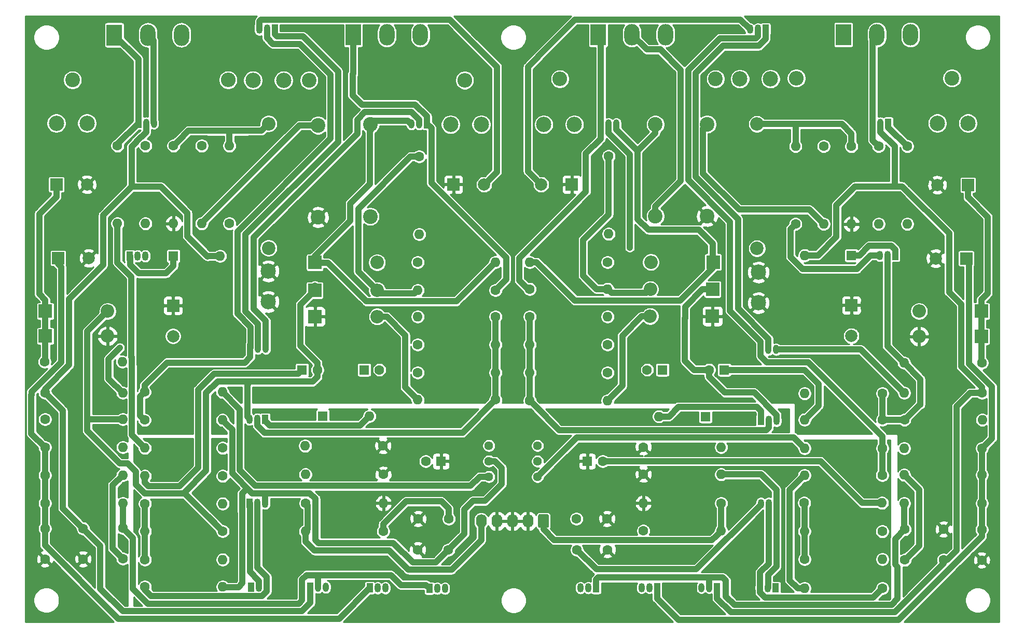
<source format=gbr>
G04 #@! TF.GenerationSoftware,KiCad,Pcbnew,5.1.5-1.fc31*
G04 #@! TF.CreationDate,2020-04-28T13:02:55+01:00*
G04 #@! TF.ProjectId,AR_A60_PA_25502_Issue8_v8.01_Stereo_Compact,41525f41-3630-45f5-9041-5f3235353032,rev?*
G04 #@! TF.SameCoordinates,Original*
G04 #@! TF.FileFunction,Copper,L1,Top*
G04 #@! TF.FilePolarity,Positive*
%FSLAX46Y46*%
G04 Gerber Fmt 4.6, Leading zero omitted, Abs format (unit mm)*
G04 Created by KiCad (PCBNEW 5.1.5-1.fc31) date 2020-04-28 13:02:55*
%MOMM*%
%LPD*%
G04 APERTURE LIST*
%ADD10R,1.050000X1.500000*%
%ADD11O,1.050000X1.500000*%
%ADD12C,1.600000*%
%ADD13O,1.600000X1.600000*%
%ADD14C,2.500000*%
%ADD15R,1.000000X1.500000*%
%ADD16O,1.000000X1.500000*%
%ADD17C,1.440000*%
%ADD18R,1.600000X1.600000*%
%ADD19C,2.400000*%
%ADD20O,2.200000X2.200000*%
%ADD21R,2.200000X2.200000*%
%ADD22C,2.200000*%
%ADD23R,2.500000X3.500000*%
%ADD24O,2.500000X3.500000*%
%ADD25O,2.400000X2.400000*%
%ADD26C,2.000000*%
%ADD27R,2.000000X2.000000*%
%ADD28C,0.100000*%
%ADD29O,1.740000X2.200000*%
%ADD30C,0.800000*%
%ADD31C,1.000000*%
%ADD32C,0.254000*%
G04 APERTURE END LIST*
D10*
X112160000Y-44162000D03*
D11*
X109620000Y-44162000D03*
X110890000Y-44162000D03*
D12*
X104742000Y-75905400D03*
D13*
X104742000Y-63205400D03*
D11*
X128935500Y-135443000D03*
X130205500Y-135443000D03*
D10*
X127665500Y-135443000D03*
D14*
X108592000Y-52512000D03*
X113592000Y-52512000D03*
D15*
X117950000Y-135316000D03*
D16*
X120490000Y-135316000D03*
X119220000Y-135316000D03*
D13*
X135476000Y-91120000D03*
D12*
X148176000Y-91120000D03*
D15*
X191457600Y-96479400D03*
D16*
X193997600Y-96479400D03*
X192727600Y-96479400D03*
D17*
X155034000Y-112202000D03*
X155034000Y-114742000D03*
X155034000Y-117282000D03*
D16*
X135730000Y-59624000D03*
X134460000Y-59624000D03*
D15*
X137000000Y-59624000D03*
D16*
X91153000Y-59522400D03*
X92423000Y-59522400D03*
D15*
X89883000Y-59522400D03*
D10*
X88486000Y-81214000D03*
D11*
X91026000Y-81214000D03*
X89756000Y-81214000D03*
D16*
X109415600Y-96301600D03*
X110685600Y-96301600D03*
D15*
X108145600Y-96301600D03*
D18*
X139286000Y-114742000D03*
D12*
X136786000Y-114742000D03*
X119116500Y-99819500D03*
D18*
X116616500Y-99819500D03*
D12*
X129238400Y-99806800D03*
D18*
X126738400Y-99806800D03*
D19*
X127729000Y-74751000D03*
X127729000Y-59751000D03*
X119220000Y-59878000D03*
X119220000Y-74878000D03*
D18*
X95598000Y-81214000D03*
D13*
X103218000Y-81214000D03*
X127602000Y-107376000D03*
D18*
X119982000Y-107376000D03*
D20*
X128859300Y-82268100D03*
D21*
X118699300Y-82268100D03*
D20*
X84866500Y-90231000D03*
D21*
X74706500Y-90231000D03*
X118699300Y-86814700D03*
D20*
X128859300Y-86814700D03*
D21*
X74706500Y-94295000D03*
D20*
X84866500Y-94295000D03*
X128872000Y-91120000D03*
D21*
X118712000Y-91120000D03*
D20*
X111142800Y-59598600D03*
D22*
X111142800Y-79918600D03*
D23*
X124960000Y-45062000D03*
D24*
X130435000Y-45062000D03*
X135910000Y-45062000D03*
D11*
X138651000Y-135506500D03*
X139921000Y-135506500D03*
D10*
X137381000Y-135506500D03*
X108298000Y-135316000D03*
D11*
X110838000Y-135316000D03*
X109568000Y-135316000D03*
X109314000Y-121600000D03*
X110584000Y-121600000D03*
D10*
X108044000Y-121600000D03*
X110584000Y-107884000D03*
D11*
X108044000Y-107884000D03*
X109314000Y-107884000D03*
D24*
X96910000Y-45118000D03*
X91435000Y-45118000D03*
D23*
X85960000Y-45118000D03*
D12*
X90962500Y-130807500D03*
D13*
X103662500Y-130807500D03*
D12*
X129862600Y-126197400D03*
D13*
X117162600Y-126197400D03*
X129888000Y-121600000D03*
D12*
X117188000Y-121600000D03*
D13*
X103662500Y-135252500D03*
D12*
X90962500Y-135252500D03*
D13*
X87343000Y-121600000D03*
D12*
X74643000Y-121600000D03*
X129862600Y-116901000D03*
D13*
X117162600Y-116901000D03*
X117111800Y-112227400D03*
D12*
X129811800Y-112227400D03*
X90962500Y-121663500D03*
D13*
X103662500Y-121663500D03*
X90962500Y-126172000D03*
D12*
X103662500Y-126172000D03*
X90899000Y-108011000D03*
D13*
X103599000Y-108011000D03*
X103599000Y-103439000D03*
D12*
X90899000Y-103439000D03*
X74643000Y-103566000D03*
D13*
X87343000Y-103566000D03*
X87343000Y-112456000D03*
D12*
X74643000Y-112456000D03*
D13*
X148176000Y-95692000D03*
D12*
X135476000Y-95692000D03*
X135476000Y-100264000D03*
D13*
X148176000Y-100264000D03*
X87343000Y-107884000D03*
D12*
X74643000Y-107884000D03*
X103662500Y-117155000D03*
D13*
X90962500Y-117155000D03*
X90962500Y-112583000D03*
D12*
X103662500Y-112583000D03*
D13*
X135476000Y-86802000D03*
D12*
X148176000Y-86802000D03*
X135476000Y-82230000D03*
D13*
X148176000Y-82230000D03*
D19*
X79138800Y-52461200D03*
D25*
X104538800Y-52461200D03*
D13*
X86479400Y-75905400D03*
D12*
X86479400Y-63205400D03*
X100220800Y-63205400D03*
D13*
X100220800Y-75905400D03*
D12*
X95623400Y-63205400D03*
D13*
X95623400Y-75905400D03*
X87343000Y-117028000D03*
D12*
X74643000Y-117028000D03*
D17*
X147096500Y-117282000D03*
X147096500Y-114742000D03*
X147096500Y-112202000D03*
D13*
X87279500Y-98486000D03*
D12*
X74579500Y-98486000D03*
D13*
X135476000Y-104709000D03*
D12*
X148176000Y-104709000D03*
D25*
X143146800Y-52512000D03*
D19*
X117746800Y-52512000D03*
D14*
X140850000Y-59725600D03*
X145850000Y-59725600D03*
X111092000Y-88692400D03*
X111092000Y-83692400D03*
D12*
X165662000Y-114742000D03*
D18*
X163162000Y-114742000D03*
D12*
X183039400Y-99806800D03*
D18*
X185539400Y-99806800D03*
X175430200Y-99806800D03*
D12*
X172930200Y-99806800D03*
D19*
X174261800Y-74725600D03*
X174261800Y-59725600D03*
X182720000Y-59700200D03*
X182720000Y-74700200D03*
D18*
X206265800Y-81112400D03*
D13*
X198645800Y-81112400D03*
X174846000Y-107426800D03*
D18*
X182466000Y-107426800D03*
D20*
X173537900Y-82217300D03*
D21*
X183697900Y-82217300D03*
X227474800Y-90231000D03*
D20*
X217314800Y-90231000D03*
X173449000Y-86649600D03*
D21*
X183609000Y-86649600D03*
X227474800Y-94345800D03*
D20*
X217314800Y-94345800D03*
X173423600Y-91043800D03*
D21*
X183583600Y-91043800D03*
D22*
X190848000Y-79969400D03*
D20*
X190848000Y-59649400D03*
D10*
X164584400Y-135417600D03*
D11*
X162044400Y-135417600D03*
X163314400Y-135417600D03*
X173271200Y-135392200D03*
X172001200Y-135392200D03*
D10*
X174541200Y-135392200D03*
D11*
X192626000Y-135417600D03*
X191356000Y-135417600D03*
D10*
X193896000Y-135417600D03*
X194023000Y-121650800D03*
D11*
X191483000Y-121650800D03*
X192753000Y-121650800D03*
D15*
X184320200Y-135392200D03*
D16*
X181780200Y-135392200D03*
X183050200Y-135392200D03*
D11*
X190990000Y-44162000D03*
X189720000Y-44162000D03*
D10*
X192260000Y-44162000D03*
X191508400Y-108087200D03*
D11*
X194048400Y-108087200D03*
X192778400Y-108087200D03*
D16*
X211015600Y-59522400D03*
X209745600Y-59522400D03*
D15*
X212285600Y-59522400D03*
D16*
X166641800Y-59649400D03*
X167911800Y-59649400D03*
D15*
X165371800Y-59649400D03*
D23*
X204960000Y-45062000D03*
D24*
X210435000Y-45062000D03*
X215910000Y-45062000D03*
X175910000Y-45062000D03*
X170435000Y-45062000D03*
D23*
X164960000Y-45062000D03*
D12*
X198620400Y-130744000D03*
D13*
X211320400Y-130744000D03*
D12*
X172306000Y-126121200D03*
D13*
X185006000Y-126121200D03*
D12*
X185006000Y-121600000D03*
D13*
X172306000Y-121600000D03*
X198620400Y-135493800D03*
D12*
X211320400Y-135493800D03*
D13*
X214876400Y-121625400D03*
D12*
X227576400Y-121625400D03*
X172306000Y-116901000D03*
D13*
X185006000Y-116901000D03*
X185006000Y-112430600D03*
D12*
X172306000Y-112430600D03*
X198569600Y-121549200D03*
D13*
X211269600Y-121549200D03*
D12*
X211295000Y-126197400D03*
D13*
X198595000Y-126197400D03*
D12*
X211295000Y-117028000D03*
D13*
X198595000Y-117028000D03*
X198620400Y-112608400D03*
D12*
X211320400Y-112608400D03*
X227576400Y-103566000D03*
D13*
X214876400Y-103566000D03*
X214876400Y-112633800D03*
D12*
X227576400Y-112633800D03*
D13*
X166464000Y-104836000D03*
D12*
X153764000Y-104836000D03*
D13*
X153764000Y-95692000D03*
D12*
X166464000Y-95692000D03*
X153764000Y-91120000D03*
D13*
X166464000Y-91120000D03*
D12*
X166464000Y-100264000D03*
D13*
X153764000Y-100264000D03*
X227627200Y-107985600D03*
D12*
X214927200Y-107985600D03*
D13*
X198620400Y-107960200D03*
D12*
X211320400Y-107960200D03*
D13*
X198620400Y-103667600D03*
D12*
X211320400Y-103667600D03*
D13*
X214851000Y-98663800D03*
D12*
X227551000Y-98663800D03*
D13*
X166464000Y-86624200D03*
D12*
X153764000Y-86624200D03*
D13*
X153764000Y-82230000D03*
D12*
X166464000Y-82230000D03*
D19*
X184091600Y-52283400D03*
D25*
X158691600Y-52283400D03*
X197274200Y-52156400D03*
D19*
X222674200Y-52156400D03*
D12*
X215384400Y-63281600D03*
D13*
X215384400Y-75981600D03*
X201744600Y-75981600D03*
D12*
X201744600Y-63281600D03*
D13*
X197147200Y-63281600D03*
D12*
X197147200Y-75981600D03*
D13*
X206265800Y-76007000D03*
D12*
X206265800Y-63307000D03*
X227576400Y-116977200D03*
D13*
X214876400Y-116977200D03*
D14*
X191102000Y-83881000D03*
X191102000Y-88881000D03*
X188068600Y-52283400D03*
X193068600Y-52283400D03*
D10*
X213403200Y-81137800D03*
D11*
X210863200Y-81137800D03*
X212133200Y-81137800D03*
D14*
X81497200Y-59522400D03*
X76497200Y-59522400D03*
X220290400Y-59522400D03*
X225290400Y-59522400D03*
X161050000Y-59725600D03*
X156050000Y-59725600D03*
D12*
X135556000Y-124140000D03*
X140556000Y-124140000D03*
X80866000Y-130727500D03*
X80866000Y-125727500D03*
X140476000Y-129220000D03*
X135476000Y-129220000D03*
X87343000Y-125664000D03*
X87343000Y-130664000D03*
X74643000Y-130727500D03*
X74643000Y-125727500D03*
X161384000Y-124140000D03*
X166384000Y-124140000D03*
X221302600Y-130845600D03*
X221302600Y-125845600D03*
X166464000Y-129220000D03*
X161464000Y-129220000D03*
X214978000Y-130871000D03*
X214978000Y-125871000D03*
X227551000Y-125892600D03*
X227551000Y-130892600D03*
D13*
X91051400Y-75905400D03*
D12*
X91051400Y-63205400D03*
X135730000Y-64958000D03*
D13*
X135730000Y-77658000D03*
D12*
X210710800Y-63281600D03*
D13*
X210710800Y-75981600D03*
X166641800Y-77607200D03*
D12*
X166641800Y-64907200D03*
D26*
X81497200Y-69530000D03*
D27*
X76497200Y-69530000D03*
D26*
X95560000Y-94312000D03*
D27*
X95560000Y-89312000D03*
X76802000Y-81562000D03*
D26*
X81802000Y-81562000D03*
D27*
X141318000Y-69530000D03*
D26*
X146318000Y-69530000D03*
X220290400Y-69606200D03*
D27*
X225290400Y-69606200D03*
X206260000Y-89262000D03*
D26*
X206260000Y-94262000D03*
X220010000Y-81612000D03*
D27*
X225010000Y-81612000D03*
D26*
X155622000Y-69530000D03*
D27*
X160622000Y-69530000D03*
G04 #@! TA.AperFunction,ComponentPad*
D28*
G36*
X156654505Y-123413204D02*
G01*
X156678773Y-123416804D01*
X156702572Y-123422765D01*
X156725671Y-123431030D01*
X156747850Y-123441520D01*
X156768893Y-123454132D01*
X156788599Y-123468747D01*
X156806777Y-123485223D01*
X156823253Y-123503401D01*
X156837868Y-123523107D01*
X156850480Y-123544150D01*
X156860970Y-123566329D01*
X156869235Y-123589428D01*
X156875196Y-123613227D01*
X156878796Y-123637495D01*
X156880000Y-123661999D01*
X156880000Y-125362001D01*
X156878796Y-125386505D01*
X156875196Y-125410773D01*
X156869235Y-125434572D01*
X156860970Y-125457671D01*
X156850480Y-125479850D01*
X156837868Y-125500893D01*
X156823253Y-125520599D01*
X156806777Y-125538777D01*
X156788599Y-125555253D01*
X156768893Y-125569868D01*
X156747850Y-125582480D01*
X156725671Y-125592970D01*
X156702572Y-125601235D01*
X156678773Y-125607196D01*
X156654505Y-125610796D01*
X156630001Y-125612000D01*
X155389999Y-125612000D01*
X155365495Y-125610796D01*
X155341227Y-125607196D01*
X155317428Y-125601235D01*
X155294329Y-125592970D01*
X155272150Y-125582480D01*
X155251107Y-125569868D01*
X155231401Y-125555253D01*
X155213223Y-125538777D01*
X155196747Y-125520599D01*
X155182132Y-125500893D01*
X155169520Y-125479850D01*
X155159030Y-125457671D01*
X155150765Y-125434572D01*
X155144804Y-125410773D01*
X155141204Y-125386505D01*
X155140000Y-125362001D01*
X155140000Y-123661999D01*
X155141204Y-123637495D01*
X155144804Y-123613227D01*
X155150765Y-123589428D01*
X155159030Y-123566329D01*
X155169520Y-123544150D01*
X155182132Y-123523107D01*
X155196747Y-123503401D01*
X155213223Y-123485223D01*
X155231401Y-123468747D01*
X155251107Y-123454132D01*
X155272150Y-123441520D01*
X155294329Y-123431030D01*
X155317428Y-123422765D01*
X155341227Y-123416804D01*
X155365495Y-123413204D01*
X155389999Y-123412000D01*
X156630001Y-123412000D01*
X156654505Y-123413204D01*
G37*
G04 #@! TD.AperFunction*
D29*
X153470000Y-124512000D03*
X150930000Y-124512000D03*
X148390000Y-124512000D03*
X145850000Y-124512000D03*
D30*
X195674000Y-109662000D03*
X166464000Y-107884000D03*
X86860400Y-96200000D03*
X105631000Y-128305600D03*
X113479600Y-124546400D03*
X131920000Y-108392000D03*
X89502000Y-123886000D03*
X89502000Y-137856000D03*
X211282300Y-119288600D03*
X188473100Y-129245400D03*
X178173400Y-135430300D03*
X95090000Y-114742000D03*
X113632000Y-107122000D03*
X124300000Y-107376000D03*
X86708000Y-69784000D03*
X129888000Y-64704000D03*
X132936000Y-73340000D03*
X96360000Y-100264000D03*
X106012000Y-103312000D03*
X87216000Y-133284000D03*
X84676000Y-110170000D03*
X87216000Y-127950000D03*
X87216000Y-119314000D03*
X87724000Y-101534000D03*
X103167200Y-105699600D03*
X163352500Y-98257400D03*
X210215500Y-89900800D03*
X214863700Y-115046800D03*
X159860000Y-77632600D03*
X174731700Y-64907200D03*
X124300000Y-77632600D03*
X224972900Y-110297000D03*
X214863700Y-119288600D03*
X181060000Y-45062000D03*
X173260000Y-45062000D03*
X120160000Y-45062000D03*
X195660000Y-102812000D03*
X170032700Y-79905900D03*
D31*
X129862600Y-125029000D02*
X133596400Y-121295200D01*
X140505200Y-124089200D02*
X140556000Y-124140000D01*
X129862600Y-126197400D02*
X129862600Y-125029000D01*
X133596400Y-121295200D02*
X139324100Y-121295200D01*
X139324100Y-121295200D02*
X140505200Y-122476300D01*
X140505200Y-122476300D02*
X140505200Y-124089200D01*
X74643000Y-103566000D02*
X77564000Y-106487000D01*
X77564000Y-122425500D02*
X80866000Y-125727500D01*
X77564000Y-106487000D02*
X77564000Y-122425500D01*
X117950000Y-137066000D02*
X117950000Y-135316000D01*
X117950000Y-137902071D02*
X117950000Y-137066000D01*
X83660000Y-128521500D02*
X83660000Y-135570000D01*
X87336511Y-139246511D02*
X116605560Y-139246511D01*
X116605560Y-139246511D02*
X117950000Y-137902071D01*
X80866000Y-125727500D02*
X83660000Y-128521500D01*
X83660000Y-135570000D02*
X87336511Y-139246511D01*
X88790800Y-63357800D02*
X88790800Y-68793400D01*
X91153000Y-60995600D02*
X90443201Y-61705399D01*
X90331399Y-61705399D02*
X89551399Y-62485399D01*
X91153000Y-59522400D02*
X91153000Y-60995600D01*
X89551399Y-62597201D02*
X88790800Y-63357800D01*
X90443201Y-61705399D02*
X90331399Y-61705399D01*
X89551399Y-62485399D02*
X89551399Y-62597201D01*
X84142600Y-74559200D02*
X88790800Y-69911000D01*
X74643000Y-102956400D02*
X78580000Y-99019400D01*
X74643000Y-103566000D02*
X74643000Y-102956400D01*
X88790800Y-69911000D02*
X88790800Y-68793400D01*
X84142600Y-82659402D02*
X84142600Y-74559200D01*
X78580000Y-99019400D02*
X78580000Y-88222002D01*
X78580000Y-88222002D02*
X84142600Y-82659402D01*
X93566000Y-69911000D02*
X97884000Y-74229000D01*
X101236800Y-81214000D02*
X103218000Y-81214000D01*
X88790800Y-69911000D02*
X93566000Y-69911000D01*
X97884000Y-74229000D02*
X97884000Y-77962800D01*
X101186000Y-81264800D02*
X101236800Y-81214000D01*
X97884000Y-77962800D02*
X101186000Y-81264800D01*
X90962500Y-118234500D02*
X91534000Y-118806000D01*
X90962500Y-117155000D02*
X90962500Y-118234500D01*
X91534000Y-118806000D02*
X96614000Y-118806000D01*
X96614000Y-118806000D02*
X99662000Y-115758000D01*
X99662000Y-115758000D02*
X99662000Y-103083400D01*
X99662000Y-103083400D02*
X102278200Y-100467200D01*
X102278200Y-100467200D02*
X115968800Y-100467200D01*
X115968800Y-100467200D02*
X116616500Y-99819500D01*
X84866500Y-90231000D02*
X81564500Y-93533000D01*
X81564500Y-93533000D02*
X81564500Y-105217000D01*
X103662500Y-126172000D02*
X101313000Y-123822500D01*
X81564500Y-107884000D02*
X87343000Y-107884000D01*
X81564500Y-105217000D02*
X81564500Y-107884000D01*
X119116500Y-98688130D02*
X119116500Y-99819500D01*
X116324400Y-95896030D02*
X119116500Y-98688130D01*
X116324400Y-89189600D02*
X116324400Y-95896030D01*
X118712000Y-86040000D02*
X118712000Y-86802000D01*
X118712000Y-86802000D02*
X116324400Y-89189600D01*
X97363300Y-119872800D02*
X103662500Y-126172000D01*
X89465149Y-116432349D02*
X89462499Y-116434999D01*
X97230089Y-120006011D02*
X97363300Y-119872800D01*
X88130400Y-115097600D02*
X89465149Y-116432349D01*
X89502000Y-117914502D02*
X89502000Y-118552000D01*
X86873100Y-115097600D02*
X88130400Y-115097600D01*
X81564500Y-105217000D02*
X81564500Y-109789000D01*
X81564500Y-109789000D02*
X86873100Y-115097600D01*
X89462499Y-116434999D02*
X89462499Y-117875001D01*
X89462499Y-117875001D02*
X89502000Y-117914502D01*
X89502000Y-118552000D02*
X90956011Y-120006011D01*
X90956011Y-120006011D02*
X97230089Y-120006011D01*
X119116500Y-100950870D02*
X119116500Y-99819500D01*
X100962488Y-103611712D02*
X102837000Y-101737200D01*
X118330170Y-101737200D02*
X119116500Y-100950870D01*
X100962488Y-116273612D02*
X100962488Y-103611712D01*
X102837000Y-101737200D02*
X118330170Y-101737200D01*
X97363300Y-119872800D02*
X100962488Y-116273612D01*
X107660000Y-107500000D02*
X108044000Y-107884000D01*
X108120200Y-101737200D02*
X107660000Y-102197400D01*
X107660000Y-102197400D02*
X107660000Y-107500000D01*
X133825000Y-59116000D02*
X134333000Y-59624000D01*
X127729000Y-59751000D02*
X128364000Y-59116000D01*
X128364000Y-59116000D02*
X133825000Y-59116000D01*
X118839000Y-82268100D02*
X118699300Y-82268100D01*
X141791299Y-88614701D02*
X127103301Y-88614701D01*
X148176000Y-82230000D02*
X141791299Y-88614701D01*
X127103301Y-88614701D02*
X120832900Y-82344300D01*
X118915200Y-82344300D02*
X118839000Y-82268100D01*
X120832900Y-82344300D02*
X118915200Y-82344300D01*
X127729000Y-60830500D02*
X127729000Y-59751000D01*
X118699300Y-81239400D02*
X124465100Y-75473600D01*
X124465100Y-75473600D02*
X124465100Y-72628800D01*
X124465100Y-72628800D02*
X127678200Y-69415700D01*
X127678200Y-69415700D02*
X127678200Y-60881300D01*
X127678200Y-60881300D02*
X127729000Y-60830500D01*
X118699300Y-82268100D02*
X118699300Y-81239400D01*
X116197400Y-59878000D02*
X119220000Y-59878000D01*
X100195400Y-75880000D02*
X116197400Y-59878000D01*
X87343000Y-121600000D02*
X87343000Y-125664000D01*
X136834900Y-134960400D02*
X137381000Y-135506500D01*
X132732800Y-134960400D02*
X136834900Y-134960400D01*
X131119900Y-133347500D02*
X132732800Y-134960400D01*
X119451200Y-133334800D02*
X119677200Y-133334800D01*
X119220000Y-133566000D02*
X119451200Y-133334800D01*
X119220000Y-135316000D02*
X119220000Y-133566000D01*
X119677200Y-133334800D02*
X131119900Y-133347500D01*
X116616500Y-134084100D02*
X117365800Y-133334800D01*
X116616500Y-137475000D02*
X116616500Y-134084100D01*
X117365800Y-133334800D02*
X119677200Y-133334800D01*
X116259499Y-137832001D02*
X116616500Y-137475000D01*
X116259499Y-137895501D02*
X116259499Y-137832001D01*
X88994000Y-135570000D02*
X91470500Y-138046500D01*
X91470500Y-138046500D02*
X116108500Y-138046500D01*
X88994000Y-127315000D02*
X88994000Y-135570000D01*
X87343000Y-125664000D02*
X88994000Y-127315000D01*
X116108500Y-138046500D02*
X116259499Y-137895501D01*
X87343000Y-130664000D02*
X85692000Y-129013000D01*
X85692000Y-118679000D02*
X87343000Y-117028000D01*
X85692000Y-129013000D02*
X85692000Y-118679000D01*
X88530990Y-81258990D02*
X88486000Y-81214000D01*
X95598000Y-82865000D02*
X94429600Y-84033400D01*
X95598000Y-81214000D02*
X95598000Y-82865000D01*
X89933800Y-84033400D02*
X88530990Y-82630590D01*
X94429600Y-84033400D02*
X89933800Y-84033400D01*
X88530990Y-82630590D02*
X88530990Y-81258990D01*
X85031600Y-98028800D02*
X86860400Y-96200000D01*
X87343000Y-103566000D02*
X85031600Y-101254600D01*
X85031600Y-101254600D02*
X85031600Y-98028800D01*
X108704400Y-78140600D02*
X108704400Y-89850000D01*
X135730000Y-59624000D02*
X135730000Y-58989000D01*
X125620800Y-61224200D02*
X108704400Y-78140600D01*
X126865400Y-57719000D02*
X125620800Y-58963600D01*
X135730000Y-58989000D02*
X135660010Y-58919010D01*
X135660010Y-58919010D02*
X135660010Y-58876940D01*
X125620800Y-58963600D02*
X125620800Y-61224200D01*
X135660010Y-58876940D02*
X134957060Y-58173990D01*
X134460000Y-57719000D02*
X126865400Y-57719000D01*
X110685600Y-91831200D02*
X110685600Y-96301600D01*
X134914990Y-58173990D02*
X134460000Y-57719000D01*
X134957060Y-58173990D02*
X134914990Y-58173990D01*
X108704400Y-89850000D02*
X110685600Y-91831200D01*
X126802001Y-108175999D02*
X127602000Y-107376000D01*
X111327089Y-108881089D02*
X126096911Y-108881089D01*
X110584000Y-107884000D02*
X110584000Y-108138000D01*
X126096911Y-108881089D02*
X126802001Y-108175999D01*
X110584000Y-108138000D02*
X111327089Y-108881089D01*
X109568000Y-134300000D02*
X109568000Y-135316000D01*
X108075611Y-132807611D02*
X109568000Y-134300000D01*
X108044000Y-121600000D02*
X108075611Y-121631611D01*
X108075611Y-121631611D02*
X108075611Y-132807611D01*
X109314000Y-132099927D02*
X110838000Y-133623927D01*
X109314000Y-121600000D02*
X109314000Y-132099927D01*
X110838000Y-133623927D02*
X110838000Y-135316000D01*
X110838000Y-136003425D02*
X110838000Y-135316000D01*
X91968001Y-136766001D02*
X110075424Y-136766001D01*
X90962500Y-135252500D02*
X90962500Y-135760500D01*
X110075424Y-136766001D02*
X110838000Y-136003425D01*
X90962500Y-135760500D02*
X91968001Y-136766001D01*
X90899000Y-102307630D02*
X90899000Y-103439000D01*
X94568230Y-98638400D02*
X90899000Y-102307630D01*
X107231200Y-98638400D02*
X94568230Y-98638400D01*
X108145600Y-96301600D02*
X108145600Y-97724000D01*
X108145600Y-97724000D02*
X107231200Y-98638400D01*
X108215590Y-96231610D02*
X108145600Y-96301600D01*
X108215590Y-92787590D02*
X108215590Y-96231610D01*
X106062800Y-77226200D02*
X106062800Y-90634800D01*
X106062800Y-90634800D02*
X108215590Y-92787590D01*
X110890000Y-45591700D02*
X111860300Y-46562000D01*
X110890000Y-44162000D02*
X110890000Y-45591700D01*
X111860300Y-46562000D02*
X116260000Y-46562000D01*
X121271189Y-51573189D02*
X121271189Y-62017811D01*
X121271189Y-62017811D02*
X106062800Y-77226200D01*
X116260000Y-46562000D02*
X121271189Y-51573189D01*
X90899000Y-108011000D02*
X90210000Y-107322000D01*
X90210000Y-104128000D02*
X90899000Y-103439000D01*
X90210000Y-107322000D02*
X90210000Y-104128000D01*
X109415600Y-94551600D02*
X109415600Y-96301600D01*
X109415600Y-92290529D02*
X109415600Y-94551600D01*
X107383600Y-90258529D02*
X109415600Y-92290529D01*
X107383600Y-77683400D02*
X107383600Y-90258529D01*
X112160000Y-44962000D02*
X112560000Y-45362000D01*
X112560000Y-45362000D02*
X116757071Y-45362000D01*
X116757071Y-45362000D02*
X122471200Y-51076129D01*
X122471200Y-62595800D02*
X107383600Y-77683400D01*
X112160000Y-44162000D02*
X112160000Y-44962000D01*
X122471200Y-51076129D02*
X122471200Y-62595800D01*
X148176000Y-91120000D02*
X148176000Y-95692000D01*
X148176000Y-95692000D02*
X148176000Y-100264000D01*
X148176000Y-100264000D02*
X148176000Y-104709000D01*
X110495100Y-110081100D02*
X109314000Y-108900000D01*
X148176000Y-104709000D02*
X142803900Y-110081100D01*
X109314000Y-108900000D02*
X109314000Y-107884000D01*
X142803900Y-110081100D02*
X110495100Y-110081100D01*
X86479400Y-62926000D02*
X89883000Y-59522400D01*
X86479400Y-63205400D02*
X86479400Y-62926000D01*
X89883000Y-49041000D02*
X85960000Y-45118000D01*
X89883000Y-59522400D02*
X89883000Y-49041000D01*
X86479400Y-82280800D02*
X88765400Y-84566800D01*
X88779501Y-97765999D02*
X88779501Y-99206001D01*
X86479400Y-75905400D02*
X86479400Y-82280800D01*
X88843001Y-110463501D02*
X90962500Y-112583000D01*
X88843001Y-99269501D02*
X88843001Y-110463501D01*
X88779501Y-99206001D02*
X88843001Y-99269501D01*
X88765400Y-84566800D02*
X88765400Y-97751898D01*
X88765400Y-97751898D02*
X88779501Y-97765999D01*
X90962500Y-130807500D02*
X90962500Y-126172000D01*
X90962500Y-126172000D02*
X90962500Y-121663500D01*
X106410000Y-106250000D02*
X106410000Y-116206800D01*
X106410000Y-116206800D02*
X108958400Y-118755200D01*
X103599000Y-103439000D02*
X106410000Y-106250000D01*
X144112000Y-118755200D02*
X145585200Y-117282000D01*
X145585200Y-117282000D02*
X147096500Y-117282000D01*
X108958400Y-118755200D02*
X144112000Y-118755200D01*
X137000000Y-58392100D02*
X137000000Y-59624000D01*
X135082300Y-56474400D02*
X137000000Y-58392100D01*
X124960000Y-51394000D02*
X124860000Y-51494000D01*
X124860000Y-54962000D02*
X126372400Y-56474400D01*
X124960000Y-45062000D02*
X124960000Y-51394000D01*
X124860000Y-51494000D02*
X124860000Y-54962000D01*
X126372400Y-56474400D02*
X135082300Y-56474400D01*
X137711200Y-69301400D02*
X149910000Y-81500200D01*
X149910000Y-85068000D02*
X148176000Y-86802000D01*
X137000000Y-59624000D02*
X137711200Y-60335200D01*
X149910000Y-81500200D02*
X149910000Y-85068000D01*
X137711200Y-60335200D02*
X137711200Y-69301400D01*
X135556000Y-129140000D02*
X135476000Y-129220000D01*
X74706500Y-90167500D02*
X74706500Y-94231500D01*
X74706500Y-98359000D02*
X74579500Y-98486000D01*
X74706500Y-94295000D02*
X74706500Y-98359000D01*
X73703200Y-87411600D02*
X74706500Y-88414900D01*
X74706500Y-88414900D02*
X74706500Y-90231000D01*
X73703200Y-74324000D02*
X73703200Y-87411600D01*
X76497200Y-69530000D02*
X76497200Y-71530000D01*
X76497200Y-71530000D02*
X73703200Y-74324000D01*
X92353010Y-59427010D02*
X92423000Y-59497000D01*
X91435000Y-45118000D02*
X92353010Y-46036010D01*
X92353010Y-46036010D02*
X92353010Y-59427010D01*
X96397999Y-62405401D02*
X95598000Y-63205400D01*
X98079401Y-60723999D02*
X96397999Y-62405401D01*
X111092000Y-59624000D02*
X109992001Y-60723999D01*
X104742000Y-60792400D02*
X104691200Y-60741600D01*
X109992001Y-60723999D02*
X104691200Y-60741600D01*
X104742000Y-63205400D02*
X104742000Y-60792400D01*
X104691200Y-60741600D02*
X98079401Y-60723999D01*
X212780900Y-79550300D02*
X213403200Y-80172600D01*
X209161400Y-79550300D02*
X212780900Y-79550300D01*
X206265800Y-81112400D02*
X207599300Y-81112400D01*
X213403200Y-80172600D02*
X213403200Y-81137800D01*
X207599300Y-81112400D02*
X209161400Y-79550300D01*
X207789800Y-96479400D02*
X214876400Y-103566000D01*
X193997600Y-96479400D02*
X207789800Y-96479400D01*
X170096200Y-64602400D02*
X170096200Y-79842400D01*
X166641800Y-59573200D02*
X166641800Y-61148000D01*
X166641800Y-61148000D02*
X170096200Y-64602400D01*
X190848000Y-59649400D02*
X204716400Y-59649400D01*
X206265800Y-61198800D02*
X206265800Y-63307000D01*
X204716400Y-59649400D02*
X206265800Y-61198800D01*
X197147200Y-59649400D02*
X197147200Y-63281600D01*
X190848000Y-59649400D02*
X197147200Y-59649400D01*
X208018400Y-121549200D02*
X211269600Y-121549200D01*
X165662000Y-114742000D02*
X201211200Y-114742000D01*
X201211200Y-114742000D02*
X208018400Y-121549200D01*
X213328401Y-63283001D02*
X213328401Y-69861601D01*
X211015600Y-59522400D02*
X211015600Y-60970200D01*
X211015600Y-60970200D02*
X213328401Y-63283001D01*
X200804800Y-81112400D02*
X198645800Y-81112400D01*
X203827400Y-72882800D02*
X203827400Y-78089800D01*
X213328401Y-69861601D02*
X206848599Y-69861601D01*
X203827400Y-78089800D02*
X200804800Y-81112400D01*
X206848599Y-69861601D02*
X203827400Y-72882800D01*
X214547601Y-69861601D02*
X213328401Y-69861601D01*
X222217000Y-77531000D02*
X214547601Y-69861601D01*
X227576400Y-102626200D02*
X224198200Y-99248000D01*
X227576400Y-103566000D02*
X227576400Y-102626200D01*
X224198200Y-99248000D02*
X224198200Y-89088000D01*
X224198200Y-89088000D02*
X222217000Y-87106800D01*
X222217000Y-87106800D02*
X222217000Y-77531000D01*
X213363977Y-139393823D02*
X221302600Y-131455200D01*
X186571823Y-139393823D02*
X213363977Y-139393823D01*
X184320200Y-135392200D02*
X184320200Y-137142200D01*
X221302600Y-131455200D02*
X221302600Y-130845600D01*
X184320200Y-137142200D02*
X186571823Y-139393823D01*
X221937600Y-130845600D02*
X221302600Y-130845600D01*
X223436200Y-129347000D02*
X221937600Y-130845600D01*
X227576400Y-103566000D02*
X225671400Y-103566000D01*
X223436200Y-105801200D02*
X223436200Y-129347000D01*
X225671400Y-103566000D02*
X223436200Y-105801200D01*
X185539400Y-99806800D02*
X198633100Y-99806800D01*
X200931800Y-105648800D02*
X198620400Y-107960200D01*
X200931800Y-102105500D02*
X200931800Y-105648800D01*
X198633100Y-99806800D02*
X200931800Y-102105500D01*
X207153800Y-83322200D02*
X209338200Y-81137800D01*
X198315600Y-83322200D02*
X207153800Y-83322200D01*
X196347201Y-76781599D02*
X196347201Y-81353801D01*
X196347201Y-81353801D02*
X198315600Y-83322200D01*
X197147200Y-75981600D02*
X196347201Y-76781599D01*
X209338200Y-81137800D02*
X210863200Y-81137800D01*
X180573700Y-99806800D02*
X183039400Y-99806800D01*
X181945300Y-86649600D02*
X179113200Y-89481700D01*
X179113200Y-91374000D02*
X179100500Y-91386700D01*
X183609000Y-86649600D02*
X181945300Y-86649600D01*
X179113200Y-89481700D02*
X179113200Y-91374000D01*
X179100500Y-98333600D02*
X180573700Y-99806800D01*
X179100500Y-91386700D02*
X179100500Y-98333600D01*
X185628007Y-103526777D02*
X183039400Y-100938170D01*
X194048400Y-108087200D02*
X194048400Y-107200400D01*
X183039400Y-100938170D02*
X183039400Y-99806800D01*
X190374777Y-103526777D02*
X185628007Y-103526777D01*
X194048400Y-107200400D02*
X190374777Y-103526777D01*
X174236400Y-59700200D02*
X174261800Y-59725600D01*
X174185600Y-59649400D02*
X174236400Y-59700200D01*
X171366200Y-64018200D02*
X171366200Y-64043600D01*
X167911800Y-59649400D02*
X167911800Y-60563800D01*
X167911800Y-60563800D02*
X171366200Y-64018200D01*
X174261800Y-61122600D02*
X171366200Y-64018200D01*
X174236400Y-59725600D02*
X174261800Y-59725600D01*
X174261800Y-59725600D02*
X174261800Y-61122600D01*
X173118800Y-76921400D02*
X171366200Y-75168800D01*
X171366200Y-75168800D02*
X171366200Y-64018200D01*
X181373800Y-76921400D02*
X173118800Y-76921400D01*
X154895370Y-82230000D02*
X161156470Y-88491100D01*
X153764000Y-82230000D02*
X154895370Y-82230000D01*
X183609000Y-79156600D02*
X181373800Y-76921400D01*
X183609000Y-83207900D02*
X183609000Y-79156600D01*
X161156470Y-88491100D02*
X178325800Y-88491100D01*
X178325800Y-88491100D02*
X183609000Y-83207900D01*
X174261800Y-73111400D02*
X174261800Y-74725600D01*
X175052270Y-47462000D02*
X178402000Y-50811730D01*
X170435000Y-45062000D02*
X170460000Y-45062000D01*
X170460000Y-45062000D02*
X172860000Y-47462000D01*
X172860000Y-47462000D02*
X175052270Y-47462000D01*
X178402000Y-68971200D02*
X174261800Y-73111400D01*
X178402000Y-50811730D02*
X178402000Y-68971200D01*
X182034200Y-67726600D02*
X187927000Y-73619400D01*
X187927000Y-73619400D02*
X199382400Y-73619400D01*
X182720000Y-59700200D02*
X182034200Y-60386000D01*
X199382400Y-73619400D02*
X201744600Y-75981600D01*
X182034200Y-60386000D02*
X182034200Y-67726600D01*
X209745600Y-62316400D02*
X210710800Y-63281600D01*
X209745600Y-59522400D02*
X209745600Y-62316400D01*
X227474800Y-90231000D02*
X227474800Y-94345800D01*
X227474800Y-98587600D02*
X227551000Y-98663800D01*
X227474800Y-94345800D02*
X227474800Y-98587600D01*
X228262200Y-87551300D02*
X227474800Y-88338700D01*
X228262200Y-87538600D02*
X228262200Y-87551300D01*
X227474800Y-88338700D02*
X227474800Y-90231000D01*
X228516200Y-87284600D02*
X228262200Y-87538600D01*
X225290400Y-71606200D02*
X225424000Y-71739800D01*
X225290400Y-69606200D02*
X225290400Y-71606200D01*
X225424000Y-71746400D02*
X228516200Y-74838600D01*
X225424000Y-71739800D02*
X225424000Y-71746400D01*
X228516200Y-74838600D02*
X228516200Y-87284600D01*
X209745600Y-45751400D02*
X210435000Y-45062000D01*
X209745600Y-59522400D02*
X209745600Y-45751400D01*
X172026600Y-91069200D02*
X173449000Y-91069200D01*
X168877000Y-94218800D02*
X172026600Y-91069200D01*
X166464000Y-104836000D02*
X168877000Y-102423000D01*
X168877000Y-102423000D02*
X168877000Y-94218800D01*
X162476200Y-78597800D02*
X162476200Y-79486800D01*
X166641800Y-64907200D02*
X166641800Y-74432200D01*
X166641800Y-74432200D02*
X162476200Y-78597800D01*
X162476200Y-79486800D02*
X162476200Y-84414400D01*
X164686000Y-86624200D02*
X166464000Y-86624200D01*
X162476200Y-84414400D02*
X164686000Y-86624200D01*
X173449000Y-86116200D02*
X173372800Y-86040000D01*
X173449000Y-86649600D02*
X173449000Y-86116200D01*
X172839400Y-87259200D02*
X173449000Y-86649600D01*
X166464000Y-86624200D02*
X167099000Y-87259200D01*
X167099000Y-87259200D02*
X172839400Y-87259200D01*
X164597100Y-135404900D02*
X164584400Y-135417600D01*
X164597100Y-134084100D02*
X164597100Y-135404900D01*
X164933789Y-133747411D02*
X164597100Y-134084100D01*
X183050200Y-133906300D02*
X182885100Y-133741200D01*
X183050200Y-135392200D02*
X183050200Y-133906300D01*
X182885100Y-133741200D02*
X164933789Y-133747411D01*
X185278911Y-133747411D02*
X182885100Y-133741200D01*
X185793400Y-134261900D02*
X185278911Y-133747411D01*
X212836788Y-138193812D02*
X187159912Y-138193812D01*
X213403200Y-127445800D02*
X213403200Y-131582200D01*
X185793400Y-136827300D02*
X185793400Y-134261900D01*
X214978000Y-125871000D02*
X213403200Y-127445800D01*
X213403200Y-131582200D02*
X213809600Y-131988600D01*
X187159912Y-138193812D02*
X185793400Y-136827300D01*
X213809600Y-137221000D02*
X212836788Y-138193812D01*
X213809600Y-131988600D02*
X213809600Y-137221000D01*
X214876400Y-121625400D02*
X214876400Y-125769400D01*
X214876400Y-125769400D02*
X214978000Y-125871000D01*
X215777999Y-130071001D02*
X214978000Y-130871000D01*
X217314800Y-128534200D02*
X215777999Y-130071001D01*
X214876400Y-116977200D02*
X217314800Y-119415600D01*
X217314800Y-119415600D02*
X217314800Y-128534200D01*
X190850000Y-105852000D02*
X191508400Y-106510400D01*
X191508400Y-106510400D02*
X191508400Y-108087200D01*
X174846000Y-107426800D02*
X176497000Y-107426800D01*
X178071800Y-105852000D02*
X190850000Y-105852000D01*
X176497000Y-107426800D02*
X178071800Y-105852000D01*
X191356000Y-132903000D02*
X191356000Y-135417600D01*
X192771911Y-131487089D02*
X191356000Y-132903000D01*
X192753000Y-121650800D02*
X192753000Y-123400800D01*
X192771911Y-123419711D02*
X192771911Y-131487089D01*
X192753000Y-123400800D02*
X192771911Y-123419711D01*
X211320400Y-135493800D02*
X209820399Y-136993801D01*
X209820399Y-136993801D02*
X192170201Y-136993801D01*
X191356000Y-136179600D02*
X191356000Y-135417600D01*
X192170201Y-136993801D02*
X191356000Y-136179600D01*
X185006000Y-116901000D02*
X191508400Y-116901000D01*
X194023000Y-119415600D02*
X194023000Y-121650800D01*
X191508400Y-116901000D02*
X194023000Y-119415600D01*
X192670999Y-133302501D02*
X192670999Y-135372601D01*
X192670999Y-135372601D02*
X192626000Y-135417600D01*
X194023000Y-121650800D02*
X194023000Y-131950500D01*
X194023000Y-131950500D02*
X192670999Y-133302501D01*
X191457600Y-97584300D02*
X191457600Y-96479400D01*
X199191900Y-98574900D02*
X192448200Y-98574900D01*
X192448200Y-98574900D02*
X191457600Y-97584300D01*
X211295000Y-117028000D02*
X211295000Y-110678000D01*
X211295000Y-110678000D02*
X199191900Y-98574900D01*
X191457600Y-95159600D02*
X191457600Y-96479400D01*
X186460000Y-90162000D02*
X191457600Y-95159600D01*
X186460000Y-75628198D02*
X186460000Y-90162000D01*
X179619988Y-68788186D02*
X186460000Y-75628198D01*
X190664341Y-45661989D02*
X184799540Y-45661989D01*
X190990000Y-44162000D02*
X190990000Y-45336330D01*
X190990000Y-45336330D02*
X190664341Y-45661989D01*
X184799540Y-45661989D02*
X179619988Y-50841541D01*
X179619988Y-50841541D02*
X179619988Y-68788186D01*
X187760000Y-89761800D02*
X192727600Y-94729400D01*
X187760000Y-75179600D02*
X187760000Y-89761800D01*
X180819999Y-68239599D02*
X187760000Y-75179600D01*
X185296600Y-46862000D02*
X180819999Y-51338601D01*
X180819999Y-51338601D02*
X180819999Y-68239599D01*
X192727600Y-94729400D02*
X192727600Y-96479400D01*
X192260000Y-44162000D02*
X192260000Y-45763400D01*
X192260000Y-45763400D02*
X191161400Y-46862000D01*
X191161400Y-46862000D02*
X185296600Y-46862000D01*
X212133200Y-95946000D02*
X214851000Y-98663800D01*
X212133200Y-81137800D02*
X212133200Y-95946000D01*
X214851000Y-98663800D02*
X217518000Y-101330800D01*
X217518000Y-101330800D02*
X217518000Y-105496400D01*
X217416400Y-105496400D02*
X214927200Y-107985600D01*
X217518000Y-105496400D02*
X217416400Y-105496400D01*
X211320400Y-103667600D02*
X211320400Y-107960200D01*
X214901800Y-107960200D02*
X214927200Y-107985600D01*
X211320400Y-107960200D02*
X214901800Y-107960200D01*
X153764000Y-91120000D02*
X153764000Y-104836000D01*
X154563999Y-105635999D02*
X153764000Y-104836000D01*
X192778400Y-109255600D02*
X192372000Y-109662000D01*
X158590000Y-109662000D02*
X154563999Y-105635999D01*
X192372000Y-109662000D02*
X158590000Y-109662000D01*
X192778400Y-108087200D02*
X192778400Y-109255600D01*
X212285600Y-60182800D02*
X215384400Y-63281600D01*
X212285600Y-59522400D02*
X212285600Y-60182800D01*
X165371800Y-62056602D02*
X165371800Y-45473800D01*
X153497300Y-86624200D02*
X152060000Y-85186900D01*
X153764000Y-86624200D02*
X153497300Y-86624200D01*
X162933400Y-64495002D02*
X165371800Y-62056602D01*
X162933400Y-70698400D02*
X162933400Y-64495002D01*
X152060000Y-85186900D02*
X152060000Y-81571800D01*
X165371800Y-45473800D02*
X164960000Y-45062000D01*
X152060000Y-81571800D02*
X162933400Y-70698400D01*
X198620400Y-121600000D02*
X198569600Y-121549200D01*
X198696600Y-130769400D02*
X198620400Y-130693200D01*
X198620400Y-130693200D02*
X198620400Y-121600000D01*
X155034000Y-117282000D02*
X161453989Y-110862011D01*
X161453989Y-110862011D02*
X196874011Y-110862011D01*
X196874011Y-110862011D02*
X197820401Y-111808401D01*
X197820401Y-111808401D02*
X198620400Y-112608400D01*
X130427634Y-91120000D02*
X133444000Y-94136366D01*
X128872000Y-91120000D02*
X130427634Y-91120000D01*
X133444000Y-102677000D02*
X135476000Y-104709000D01*
X133444000Y-94136366D02*
X133444000Y-102677000D01*
X135730000Y-64958000D02*
X134311070Y-64958000D01*
X134311070Y-64958000D02*
X125792111Y-73476959D01*
X127759301Y-85714701D02*
X128859300Y-86814700D01*
X125792111Y-83747511D02*
X127759301Y-85714701D01*
X125792111Y-73476959D02*
X125792111Y-83747511D01*
X134929900Y-87348100D02*
X135476000Y-86802000D01*
X128872000Y-86776600D02*
X129443500Y-87348100D01*
X129443500Y-87348100D02*
X134929900Y-87348100D01*
X110584000Y-120858671D02*
X110584000Y-121600000D01*
X110584000Y-120858670D02*
X110584000Y-121600000D01*
X110584000Y-119974400D02*
X110584000Y-121600000D01*
X110564811Y-119955211D02*
X110584000Y-119974400D01*
X106215200Y-135316000D02*
X103472000Y-135316000D01*
X106875600Y-131823220D02*
X106875600Y-134655600D01*
X106843990Y-131791610D02*
X106875600Y-131823220D01*
X107637600Y-119212400D02*
X106818999Y-120031001D01*
X107320100Y-118894900D02*
X107637600Y-119212400D01*
X106875600Y-134655600D02*
X106215200Y-135316000D01*
X106818999Y-120031001D02*
X106818999Y-122910001D01*
X106818999Y-122910001D02*
X106843990Y-122934992D01*
X106843990Y-122934992D02*
X106843990Y-131791610D01*
X149192000Y-115819267D02*
X148114733Y-114742000D01*
X143110000Y-126586000D02*
X143110000Y-122612000D01*
X143110000Y-122612000D02*
X144510000Y-121212000D01*
X144510000Y-121212000D02*
X146460000Y-121212000D01*
X148114733Y-114742000D02*
X147096500Y-114742000D01*
X149192000Y-118480000D02*
X149192000Y-115819267D01*
X140476000Y-129220000D02*
X143110000Y-126586000D01*
X146460000Y-121212000D02*
X149192000Y-118480000D01*
X109660000Y-43604575D02*
X109620000Y-43644575D01*
X109660000Y-42862000D02*
X109660000Y-43604575D01*
X129627271Y-42611999D02*
X109910001Y-42611999D01*
X109620000Y-43644575D02*
X109620000Y-44162000D01*
X129627280Y-42611990D02*
X129627271Y-42611999D01*
X146347200Y-69530000D02*
X148410000Y-67467200D01*
X146318000Y-69530000D02*
X146347200Y-69530000D01*
X140709990Y-42611990D02*
X129627280Y-42611990D01*
X109910001Y-42611999D02*
X109660000Y-42862000D01*
X148410000Y-67467200D02*
X148410000Y-50312000D01*
X148410000Y-50312000D02*
X140709990Y-42611990D01*
X118800900Y-127619800D02*
X118800900Y-120863400D01*
X140476000Y-129220000D02*
X138444000Y-131252000D01*
X131526300Y-128115100D02*
X119296200Y-128115100D01*
X104398999Y-108810999D02*
X103599000Y-108011000D01*
X108461340Y-119955211D02*
X105209989Y-116703860D01*
X105209989Y-109621989D02*
X104398999Y-108810999D01*
X138444000Y-131252000D02*
X134663200Y-131252000D01*
X119296200Y-128115100D02*
X118800900Y-127619800D01*
X105209989Y-116703860D02*
X105209989Y-109621989D01*
X117892711Y-119955211D02*
X108461340Y-119955211D01*
X134663200Y-131252000D02*
X131526300Y-128115100D01*
X118800900Y-120863400D02*
X117892711Y-119955211D01*
X74643000Y-117028000D02*
X74643000Y-121600000D01*
X74643000Y-121600000D02*
X74389000Y-121600000D01*
X74643000Y-121600000D02*
X74643000Y-125727500D01*
X74643000Y-112456000D02*
X74643000Y-117028000D01*
X74643000Y-125727500D02*
X74643000Y-128486642D01*
X122661978Y-140446522D02*
X127665500Y-135443000D01*
X74643000Y-128486642D02*
X86602880Y-140446522D01*
X86602880Y-140446522D02*
X122661978Y-140446522D01*
X72420500Y-103883500D02*
X72420500Y-110233500D01*
X77310000Y-82992000D02*
X77310000Y-98536800D01*
X77310000Y-98536800D02*
X72433200Y-103413600D01*
X72433200Y-103413600D02*
X72433200Y-103870800D01*
X76802000Y-82484000D02*
X77310000Y-82992000D01*
X72420500Y-110233500D02*
X74643000Y-112456000D01*
X72433200Y-103870800D02*
X72420500Y-103883500D01*
X197795001Y-117827999D02*
X198595000Y-117028000D01*
X196182000Y-134186770D02*
X196182000Y-119441000D01*
X198620400Y-135493800D02*
X197489030Y-135493800D01*
X196182000Y-119441000D02*
X197795001Y-117827999D01*
X197489030Y-135493800D02*
X196182000Y-134186770D01*
X191483000Y-121875800D02*
X191483000Y-121650800D01*
X180963800Y-132395000D02*
X191483000Y-121875800D01*
X161464000Y-129220000D02*
X164639000Y-132395000D01*
X164639000Y-132395000D02*
X180963800Y-132395000D01*
X189720000Y-44162000D02*
X189701200Y-44180800D01*
X188169990Y-42611990D02*
X189720000Y-44162000D01*
X166770010Y-42611990D02*
X188169990Y-42611990D01*
X161160001Y-42611999D02*
X166770001Y-42611999D01*
X153484600Y-67392600D02*
X153484600Y-50337400D01*
X153484600Y-50337400D02*
X155110000Y-48712000D01*
X166770001Y-42611999D02*
X166770010Y-42611990D01*
X155622000Y-69530000D02*
X153484600Y-67392600D01*
X155110000Y-48712000D02*
X155110000Y-48662000D01*
X155110000Y-48662000D02*
X161160001Y-42611999D01*
X227551000Y-121650800D02*
X227576400Y-121625400D01*
X227551000Y-125892600D02*
X227551000Y-121650800D01*
X227576400Y-121625400D02*
X227576400Y-112633800D01*
X213937980Y-140636990D02*
X227551000Y-127023970D01*
X227551000Y-127023970D02*
X227551000Y-125892600D01*
X178035990Y-140636990D02*
X213937980Y-140636990D01*
X174541200Y-137142200D02*
X178035990Y-140636990D01*
X174541200Y-135392200D02*
X174541200Y-137142200D01*
X225455500Y-82522100D02*
X225265000Y-82331600D01*
X225455500Y-98788302D02*
X225455500Y-82522100D01*
X227576400Y-112633800D02*
X229227400Y-110982800D01*
X229227400Y-102560202D02*
X225455500Y-98788302D01*
X229227400Y-110982800D02*
X229227400Y-102560202D01*
X185006000Y-121600000D02*
X185006000Y-126121200D01*
X184206001Y-126921199D02*
X185006000Y-126121200D01*
X183505999Y-127621201D02*
X184206001Y-126921199D01*
X157769201Y-127621201D02*
X183505999Y-127621201D01*
X156010000Y-124512000D02*
X156010000Y-125862000D01*
X156010000Y-125862000D02*
X157769201Y-127621201D01*
X129735600Y-129321600D02*
X130840500Y-129321600D01*
X118635800Y-129321600D02*
X130840500Y-129321600D01*
X117188000Y-127873800D02*
X118635800Y-129321600D01*
X117162600Y-126197400D02*
X117188000Y-126222800D01*
X117188000Y-126222800D02*
X117188000Y-127873800D01*
X117518200Y-125841800D02*
X117162600Y-126197400D01*
X117188000Y-121600000D02*
X117518200Y-121930200D01*
X117518200Y-121930200D02*
X117518200Y-125841800D01*
X145850000Y-127621700D02*
X145850000Y-124512000D01*
X141019689Y-132452011D02*
X145850000Y-127621700D01*
X133932811Y-132452011D02*
X141019689Y-132452011D01*
X130840500Y-129321600D02*
X133964700Y-132445800D01*
X133964700Y-132445800D02*
X133932811Y-132452011D01*
D32*
G36*
X230344046Y-140956000D02*
G01*
X214864891Y-140956000D01*
X218581176Y-137239715D01*
X224759600Y-137239715D01*
X224759600Y-137659485D01*
X224841493Y-138071190D01*
X225002132Y-138459007D01*
X225235344Y-138808033D01*
X225532167Y-139104856D01*
X225881193Y-139338068D01*
X226269010Y-139498707D01*
X226680715Y-139580600D01*
X227100485Y-139580600D01*
X227512190Y-139498707D01*
X227900007Y-139338068D01*
X228249033Y-139104856D01*
X228545856Y-138808033D01*
X228779068Y-138459007D01*
X228939707Y-138071190D01*
X229021600Y-137659485D01*
X229021600Y-137239715D01*
X228939707Y-136828010D01*
X228779068Y-136440193D01*
X228545856Y-136091167D01*
X228249033Y-135794344D01*
X227900007Y-135561132D01*
X227512190Y-135400493D01*
X227100485Y-135318600D01*
X226680715Y-135318600D01*
X226269010Y-135400493D01*
X225881193Y-135561132D01*
X225532167Y-135794344D01*
X225235344Y-136091167D01*
X225002132Y-136440193D01*
X224841493Y-136828010D01*
X224759600Y-137239715D01*
X218581176Y-137239715D01*
X223935589Y-131885302D01*
X226737903Y-131885302D01*
X226809486Y-132129271D01*
X227064996Y-132250171D01*
X227339184Y-132318900D01*
X227621512Y-132332817D01*
X227901130Y-132291387D01*
X228167292Y-132196203D01*
X228292514Y-132129271D01*
X228364097Y-131885302D01*
X227551000Y-131072205D01*
X226737903Y-131885302D01*
X223935589Y-131885302D01*
X224857779Y-130963112D01*
X226110783Y-130963112D01*
X226152213Y-131242730D01*
X226247397Y-131508892D01*
X226314329Y-131634114D01*
X226558298Y-131705697D01*
X227371395Y-130892600D01*
X227730605Y-130892600D01*
X228543702Y-131705697D01*
X228787671Y-131634114D01*
X228908571Y-131378604D01*
X228977300Y-131104416D01*
X228991217Y-130822088D01*
X228949787Y-130542470D01*
X228854603Y-130276308D01*
X228787671Y-130151086D01*
X228543702Y-130079503D01*
X227730605Y-130892600D01*
X227371395Y-130892600D01*
X226558298Y-130079503D01*
X226314329Y-130151086D01*
X226193429Y-130406596D01*
X226124700Y-130680784D01*
X226110783Y-130963112D01*
X224857779Y-130963112D01*
X225920993Y-129899898D01*
X226737903Y-129899898D01*
X227551000Y-130712995D01*
X228364097Y-129899898D01*
X228292514Y-129655929D01*
X228037004Y-129535029D01*
X227762816Y-129466300D01*
X227480488Y-129452383D01*
X227200870Y-129493813D01*
X226934708Y-129588997D01*
X226809486Y-129655929D01*
X226737903Y-129899898D01*
X225920993Y-129899898D01*
X228143367Y-127677525D01*
X228176975Y-127649945D01*
X228204557Y-127616336D01*
X228204560Y-127616333D01*
X228287068Y-127515795D01*
X228368875Y-127362745D01*
X228393239Y-127282427D01*
X228419252Y-127196676D01*
X228432000Y-127067243D01*
X228432000Y-127067240D01*
X228436262Y-127023970D01*
X228432000Y-126980700D01*
X228432000Y-126681785D01*
X228468342Y-126645443D01*
X228597588Y-126452013D01*
X228686614Y-126237085D01*
X228732000Y-126008918D01*
X228732000Y-125776282D01*
X228686614Y-125548115D01*
X228597588Y-125333187D01*
X228468342Y-125139757D01*
X228432000Y-125103415D01*
X228432000Y-122439985D01*
X228493742Y-122378243D01*
X228622988Y-122184813D01*
X228712014Y-121969885D01*
X228757400Y-121741718D01*
X228757400Y-121509082D01*
X228712014Y-121280915D01*
X228622988Y-121065987D01*
X228493742Y-120872557D01*
X228457400Y-120836215D01*
X228457400Y-117766385D01*
X228493742Y-117730043D01*
X228622988Y-117536613D01*
X228712014Y-117321685D01*
X228757400Y-117093518D01*
X228757400Y-116860882D01*
X228712014Y-116632715D01*
X228622988Y-116417787D01*
X228493742Y-116224357D01*
X228457400Y-116188015D01*
X228457400Y-113422985D01*
X228493742Y-113386643D01*
X228622988Y-113193213D01*
X228712014Y-112978285D01*
X228757400Y-112750118D01*
X228757400Y-112698721D01*
X229819762Y-111636360D01*
X229853375Y-111608775D01*
X229931763Y-111513258D01*
X229963468Y-111474626D01*
X230045275Y-111321575D01*
X230057469Y-111281376D01*
X230095652Y-111155506D01*
X230108400Y-111026073D01*
X230108400Y-111026070D01*
X230112662Y-110982800D01*
X230108400Y-110939530D01*
X230108400Y-102603471D01*
X230112662Y-102560201D01*
X230108400Y-102516929D01*
X230095652Y-102387496D01*
X230045275Y-102221427D01*
X229974036Y-102088148D01*
X229963468Y-102068376D01*
X229880959Y-101967839D01*
X229853375Y-101934227D01*
X229819761Y-101906641D01*
X227742887Y-99829768D01*
X227895485Y-99799414D01*
X228110413Y-99710388D01*
X228303843Y-99581142D01*
X228468342Y-99416643D01*
X228597588Y-99223213D01*
X228686614Y-99008285D01*
X228732000Y-98780118D01*
X228732000Y-98547482D01*
X228686614Y-98319315D01*
X228597588Y-98104387D01*
X228468342Y-97910957D01*
X228355800Y-97798415D01*
X228355800Y-95828643D01*
X228574800Y-95828643D01*
X228649489Y-95821287D01*
X228721308Y-95799501D01*
X228787496Y-95764122D01*
X228845511Y-95716511D01*
X228893122Y-95658496D01*
X228928501Y-95592308D01*
X228950287Y-95520489D01*
X228957643Y-95445800D01*
X228957643Y-93245800D01*
X228950287Y-93171111D01*
X228928501Y-93099292D01*
X228893122Y-93033104D01*
X228845511Y-92975089D01*
X228787496Y-92927478D01*
X228721308Y-92892099D01*
X228649489Y-92870313D01*
X228574800Y-92862957D01*
X228355800Y-92862957D01*
X228355800Y-91713843D01*
X228574800Y-91713843D01*
X228649489Y-91706487D01*
X228721308Y-91684701D01*
X228787496Y-91649322D01*
X228845511Y-91601711D01*
X228893122Y-91543696D01*
X228928501Y-91477508D01*
X228950287Y-91405689D01*
X228957643Y-91331000D01*
X228957643Y-89131000D01*
X228950287Y-89056311D01*
X228928501Y-88984492D01*
X228893122Y-88918304D01*
X228845511Y-88860289D01*
X228787496Y-88812678D01*
X228721308Y-88777299D01*
X228649489Y-88755513D01*
X228574800Y-88748157D01*
X228355800Y-88748157D01*
X228355800Y-88703621D01*
X228854560Y-88204862D01*
X228888175Y-88177275D01*
X228931004Y-88125087D01*
X228973888Y-88072833D01*
X229108555Y-87938166D01*
X229142175Y-87910575D01*
X229252268Y-87776425D01*
X229334075Y-87623375D01*
X229384452Y-87457306D01*
X229397200Y-87327873D01*
X229397200Y-87327871D01*
X229401462Y-87284601D01*
X229397200Y-87241331D01*
X229397200Y-74881869D01*
X229401462Y-74838599D01*
X229395293Y-74775963D01*
X229384452Y-74665894D01*
X229334075Y-74499825D01*
X229256915Y-74355468D01*
X229252268Y-74346774D01*
X229169759Y-74246237D01*
X229142175Y-74212625D01*
X229108562Y-74185040D01*
X226171400Y-71247879D01*
X226171400Y-70989043D01*
X226290400Y-70989043D01*
X226365089Y-70981687D01*
X226436908Y-70959901D01*
X226503096Y-70924522D01*
X226561111Y-70876911D01*
X226608722Y-70818896D01*
X226644101Y-70752708D01*
X226665887Y-70680889D01*
X226673243Y-70606200D01*
X226673243Y-68606200D01*
X226665887Y-68531511D01*
X226644101Y-68459692D01*
X226608722Y-68393504D01*
X226561111Y-68335489D01*
X226503096Y-68287878D01*
X226436908Y-68252499D01*
X226365089Y-68230713D01*
X226290400Y-68223357D01*
X224290400Y-68223357D01*
X224215711Y-68230713D01*
X224143892Y-68252499D01*
X224077704Y-68287878D01*
X224019689Y-68335489D01*
X223972078Y-68393504D01*
X223936699Y-68459692D01*
X223914913Y-68531511D01*
X223907557Y-68606200D01*
X223907557Y-70606200D01*
X223914913Y-70680889D01*
X223936699Y-70752708D01*
X223972078Y-70818896D01*
X224019689Y-70876911D01*
X224077704Y-70924522D01*
X224143892Y-70959901D01*
X224215711Y-70981687D01*
X224290400Y-70989043D01*
X224409401Y-70989043D01*
X224409401Y-71562920D01*
X224405138Y-71606200D01*
X224422149Y-71778905D01*
X224472525Y-71944974D01*
X224554332Y-72098025D01*
X224574306Y-72122363D01*
X224664426Y-72232175D01*
X224698040Y-72259761D01*
X224740230Y-72301951D01*
X224798025Y-72372375D01*
X224831643Y-72399965D01*
X227635200Y-75203522D01*
X227635201Y-86913873D01*
X227574060Y-86988375D01*
X227550521Y-87017057D01*
X226882444Y-87685135D01*
X226848825Y-87712725D01*
X226779806Y-87796826D01*
X226738732Y-87846875D01*
X226662557Y-87989389D01*
X226656925Y-87999926D01*
X226606548Y-88165995D01*
X226596462Y-88268401D01*
X226589538Y-88338700D01*
X226593800Y-88381971D01*
X226593800Y-88748157D01*
X226374800Y-88748157D01*
X226336500Y-88751929D01*
X226336500Y-82809396D01*
X226363701Y-82758508D01*
X226385487Y-82686689D01*
X226392843Y-82612000D01*
X226392843Y-80612000D01*
X226385487Y-80537311D01*
X226363701Y-80465492D01*
X226328322Y-80399304D01*
X226280711Y-80341289D01*
X226222696Y-80293678D01*
X226156508Y-80258299D01*
X226084689Y-80236513D01*
X226010000Y-80229157D01*
X224010000Y-80229157D01*
X223935311Y-80236513D01*
X223863492Y-80258299D01*
X223797304Y-80293678D01*
X223739289Y-80341289D01*
X223691678Y-80399304D01*
X223656299Y-80465492D01*
X223634513Y-80537311D01*
X223627157Y-80612000D01*
X223627157Y-82612000D01*
X223634513Y-82686689D01*
X223656299Y-82758508D01*
X223691678Y-82824696D01*
X223739289Y-82882711D01*
X223797304Y-82930322D01*
X223863492Y-82965701D01*
X223935311Y-82987487D01*
X224010000Y-82994843D01*
X224574501Y-82994843D01*
X224574501Y-88218379D01*
X223098000Y-86741879D01*
X223098000Y-77574269D01*
X223102262Y-77530999D01*
X223090662Y-77413225D01*
X223085252Y-77358294D01*
X223034875Y-77192225D01*
X223005056Y-77136437D01*
X222953068Y-77039174D01*
X222870559Y-76938637D01*
X222842975Y-76905025D01*
X222809361Y-76877439D01*
X216673535Y-70741613D01*
X219334592Y-70741613D01*
X219430356Y-71006014D01*
X219719971Y-71146904D01*
X220031508Y-71228584D01*
X220352995Y-71247918D01*
X220672075Y-71204161D01*
X220976488Y-71098995D01*
X221150444Y-71006014D01*
X221246208Y-70741613D01*
X220290400Y-69785805D01*
X219334592Y-70741613D01*
X216673535Y-70741613D01*
X215600717Y-69668795D01*
X218648682Y-69668795D01*
X218692439Y-69987875D01*
X218797605Y-70292288D01*
X218890586Y-70466244D01*
X219154987Y-70562008D01*
X220110795Y-69606200D01*
X220470005Y-69606200D01*
X221425813Y-70562008D01*
X221690214Y-70466244D01*
X221831104Y-70176629D01*
X221912784Y-69865092D01*
X221932118Y-69543605D01*
X221888361Y-69224525D01*
X221783195Y-68920112D01*
X221690214Y-68746156D01*
X221425813Y-68650392D01*
X220470005Y-69606200D01*
X220110795Y-69606200D01*
X219154987Y-68650392D01*
X218890586Y-68746156D01*
X218749696Y-69035771D01*
X218668016Y-69347308D01*
X218648682Y-69668795D01*
X215600717Y-69668795D01*
X215201167Y-69269246D01*
X215173576Y-69235626D01*
X215039426Y-69125533D01*
X214886376Y-69043726D01*
X214720307Y-68993349D01*
X214590874Y-68980601D01*
X214590871Y-68980601D01*
X214547601Y-68976339D01*
X214504331Y-68980601D01*
X214209401Y-68980601D01*
X214209401Y-68470787D01*
X219334592Y-68470787D01*
X220290400Y-69426595D01*
X221246208Y-68470787D01*
X221150444Y-68206386D01*
X220860829Y-68065496D01*
X220549292Y-67983816D01*
X220227805Y-67964482D01*
X219908725Y-68008239D01*
X219604312Y-68113405D01*
X219430356Y-68206386D01*
X219334592Y-68470787D01*
X214209401Y-68470787D01*
X214209401Y-63428087D01*
X214248786Y-63626085D01*
X214337812Y-63841013D01*
X214467058Y-64034443D01*
X214631557Y-64198942D01*
X214824987Y-64328188D01*
X215039915Y-64417214D01*
X215268082Y-64462600D01*
X215500718Y-64462600D01*
X215728885Y-64417214D01*
X215943813Y-64328188D01*
X216137243Y-64198942D01*
X216301742Y-64034443D01*
X216430988Y-63841013D01*
X216520014Y-63626085D01*
X216565400Y-63397918D01*
X216565400Y-63165282D01*
X216520014Y-62937115D01*
X216430988Y-62722187D01*
X216301742Y-62528757D01*
X216137243Y-62364258D01*
X215943813Y-62235012D01*
X215728885Y-62145986D01*
X215500718Y-62100600D01*
X215449322Y-62100600D01*
X213168443Y-59819722D01*
X213168443Y-59361760D01*
X218659400Y-59361760D01*
X218659400Y-59683040D01*
X218722078Y-59998145D01*
X218845026Y-60294968D01*
X219023519Y-60562102D01*
X219250698Y-60789281D01*
X219517832Y-60967774D01*
X219814655Y-61090722D01*
X220129760Y-61153400D01*
X220451040Y-61153400D01*
X220766145Y-61090722D01*
X221062968Y-60967774D01*
X221330102Y-60789281D01*
X221557281Y-60562102D01*
X221735774Y-60294968D01*
X221858722Y-59998145D01*
X221921400Y-59683040D01*
X221921400Y-59361760D01*
X223659400Y-59361760D01*
X223659400Y-59683040D01*
X223722078Y-59998145D01*
X223845026Y-60294968D01*
X224023519Y-60562102D01*
X224250698Y-60789281D01*
X224517832Y-60967774D01*
X224814655Y-61090722D01*
X225129760Y-61153400D01*
X225451040Y-61153400D01*
X225766145Y-61090722D01*
X226062968Y-60967774D01*
X226330102Y-60789281D01*
X226557281Y-60562102D01*
X226735774Y-60294968D01*
X226858722Y-59998145D01*
X226921400Y-59683040D01*
X226921400Y-59361760D01*
X226858722Y-59046655D01*
X226735774Y-58749832D01*
X226557281Y-58482698D01*
X226330102Y-58255519D01*
X226062968Y-58077026D01*
X225766145Y-57954078D01*
X225451040Y-57891400D01*
X225129760Y-57891400D01*
X224814655Y-57954078D01*
X224517832Y-58077026D01*
X224250698Y-58255519D01*
X224023519Y-58482698D01*
X223845026Y-58749832D01*
X223722078Y-59046655D01*
X223659400Y-59361760D01*
X221921400Y-59361760D01*
X221858722Y-59046655D01*
X221735774Y-58749832D01*
X221557281Y-58482698D01*
X221330102Y-58255519D01*
X221062968Y-58077026D01*
X220766145Y-57954078D01*
X220451040Y-57891400D01*
X220129760Y-57891400D01*
X219814655Y-57954078D01*
X219517832Y-58077026D01*
X219250698Y-58255519D01*
X219023519Y-58482698D01*
X218845026Y-58749832D01*
X218722078Y-59046655D01*
X218659400Y-59361760D01*
X213168443Y-59361760D01*
X213168443Y-58772400D01*
X213161087Y-58697711D01*
X213139301Y-58625892D01*
X213103922Y-58559704D01*
X213056311Y-58501689D01*
X212998296Y-58454078D01*
X212932108Y-58418699D01*
X212860289Y-58396913D01*
X212785600Y-58389557D01*
X211785600Y-58389557D01*
X211710911Y-58396913D01*
X211639092Y-58418699D01*
X211572904Y-58454078D01*
X211514889Y-58501689D01*
X211492851Y-58528543D01*
X211354374Y-58454525D01*
X211188305Y-58404148D01*
X211015600Y-58387138D01*
X210842894Y-58404148D01*
X210676825Y-58454525D01*
X210626600Y-58481371D01*
X210626600Y-52000685D01*
X221093200Y-52000685D01*
X221093200Y-52312115D01*
X221153957Y-52617561D01*
X221273136Y-52905284D01*
X221446157Y-53164229D01*
X221666371Y-53384443D01*
X221925316Y-53557464D01*
X222213039Y-53676643D01*
X222518485Y-53737400D01*
X222829915Y-53737400D01*
X223135361Y-53676643D01*
X223423084Y-53557464D01*
X223682029Y-53384443D01*
X223902243Y-53164229D01*
X224075264Y-52905284D01*
X224194443Y-52617561D01*
X224255200Y-52312115D01*
X224255200Y-52000685D01*
X224194443Y-51695239D01*
X224075264Y-51407516D01*
X223902243Y-51148571D01*
X223682029Y-50928357D01*
X223423084Y-50755336D01*
X223135361Y-50636157D01*
X222829915Y-50575400D01*
X222518485Y-50575400D01*
X222213039Y-50636157D01*
X221925316Y-50755336D01*
X221666371Y-50928357D01*
X221446157Y-51148571D01*
X221273136Y-51407516D01*
X221153957Y-51695239D01*
X221093200Y-52000685D01*
X210626600Y-52000685D01*
X210626600Y-47182020D01*
X210754732Y-47169400D01*
X211062176Y-47076138D01*
X211345519Y-46924688D01*
X211593871Y-46720871D01*
X211797688Y-46472519D01*
X211949138Y-46189176D01*
X212042400Y-45881732D01*
X212066000Y-45642118D01*
X212066000Y-44481883D01*
X214279000Y-44481883D01*
X214279000Y-45642118D01*
X214302600Y-45881732D01*
X214395862Y-46189176D01*
X214547313Y-46472519D01*
X214751130Y-46720871D01*
X214999482Y-46924688D01*
X215282825Y-47076138D01*
X215590269Y-47169400D01*
X215910000Y-47200891D01*
X216229732Y-47169400D01*
X216537176Y-47076138D01*
X216820519Y-46924688D01*
X217068871Y-46720871D01*
X217272688Y-46472519D01*
X217424138Y-46189176D01*
X217517400Y-45881732D01*
X217541000Y-45642118D01*
X217541000Y-45266315D01*
X224785000Y-45266315D01*
X224785000Y-45686085D01*
X224866893Y-46097790D01*
X225027532Y-46485607D01*
X225260744Y-46834633D01*
X225557567Y-47131456D01*
X225906593Y-47364668D01*
X226294410Y-47525307D01*
X226706115Y-47607200D01*
X227125885Y-47607200D01*
X227537590Y-47525307D01*
X227925407Y-47364668D01*
X228274433Y-47131456D01*
X228571256Y-46834633D01*
X228804468Y-46485607D01*
X228965107Y-46097790D01*
X229047000Y-45686085D01*
X229047000Y-45266315D01*
X228965107Y-44854610D01*
X228804468Y-44466793D01*
X228571256Y-44117767D01*
X228274433Y-43820944D01*
X227925407Y-43587732D01*
X227537590Y-43427093D01*
X227125885Y-43345200D01*
X226706115Y-43345200D01*
X226294410Y-43427093D01*
X225906593Y-43587732D01*
X225557567Y-43820944D01*
X225260744Y-44117767D01*
X225027532Y-44466793D01*
X224866893Y-44854610D01*
X224785000Y-45266315D01*
X217541000Y-45266315D01*
X217541000Y-44481882D01*
X217517400Y-44242268D01*
X217424138Y-43934824D01*
X217272688Y-43651481D01*
X217068871Y-43403129D01*
X216820518Y-43199312D01*
X216537175Y-43047862D01*
X216229731Y-42954600D01*
X215910000Y-42923109D01*
X215590268Y-42954600D01*
X215282824Y-43047862D01*
X214999481Y-43199312D01*
X214751129Y-43403129D01*
X214547312Y-43651482D01*
X214395862Y-43934825D01*
X214302600Y-44242269D01*
X214279000Y-44481883D01*
X212066000Y-44481883D01*
X212066000Y-44481882D01*
X212042400Y-44242268D01*
X211949138Y-43934824D01*
X211797688Y-43651481D01*
X211593871Y-43403129D01*
X211345518Y-43199312D01*
X211062175Y-43047862D01*
X210754731Y-42954600D01*
X210435000Y-42923109D01*
X210115268Y-42954600D01*
X209807824Y-43047862D01*
X209524481Y-43199312D01*
X209276129Y-43403129D01*
X209072312Y-43651482D01*
X208920862Y-43934825D01*
X208827600Y-44242269D01*
X208804000Y-44481883D01*
X208804000Y-45642118D01*
X208827600Y-45881732D01*
X208864601Y-46003708D01*
X208864600Y-59229127D01*
X208864600Y-59479128D01*
X208864601Y-62273120D01*
X208860338Y-62316400D01*
X208877349Y-62489105D01*
X208927725Y-62655174D01*
X209009532Y-62808225D01*
X209057461Y-62866626D01*
X209119626Y-62942375D01*
X209153240Y-62969961D01*
X209529800Y-63346521D01*
X209529800Y-63397918D01*
X209575186Y-63626085D01*
X209664212Y-63841013D01*
X209793458Y-64034443D01*
X209957957Y-64198942D01*
X210151387Y-64328188D01*
X210366315Y-64417214D01*
X210594482Y-64462600D01*
X210827118Y-64462600D01*
X211055285Y-64417214D01*
X211270213Y-64328188D01*
X211463643Y-64198942D01*
X211628142Y-64034443D01*
X211757388Y-63841013D01*
X211846414Y-63626085D01*
X211891800Y-63397918D01*
X211891800Y-63165282D01*
X211873684Y-63074206D01*
X212447401Y-63647924D01*
X212447402Y-68980601D01*
X206891869Y-68980601D01*
X206848599Y-68976339D01*
X206805329Y-68980601D01*
X206805326Y-68980601D01*
X206675893Y-68993349D01*
X206528123Y-69038175D01*
X206509824Y-69043726D01*
X206356773Y-69125533D01*
X206288621Y-69181464D01*
X206222624Y-69235626D01*
X206195038Y-69269240D01*
X203235045Y-72229234D01*
X203201425Y-72256825D01*
X203134182Y-72338762D01*
X203091332Y-72390975D01*
X203056525Y-72456095D01*
X203009525Y-72544026D01*
X202959148Y-72710095D01*
X202950145Y-72801505D01*
X202942138Y-72882800D01*
X202946400Y-72926070D01*
X202946401Y-77724877D01*
X200439879Y-80231400D01*
X199434985Y-80231400D01*
X199398643Y-80195058D01*
X199205213Y-80065812D01*
X198990285Y-79976786D01*
X198762118Y-79931400D01*
X198529482Y-79931400D01*
X198301315Y-79976786D01*
X198086387Y-80065812D01*
X197892957Y-80195058D01*
X197728458Y-80359557D01*
X197599212Y-80552987D01*
X197510186Y-80767915D01*
X197464800Y-80996082D01*
X197464800Y-81225478D01*
X197228201Y-80988880D01*
X197228201Y-77162600D01*
X197263518Y-77162600D01*
X197491685Y-77117214D01*
X197706613Y-77028188D01*
X197900043Y-76898942D01*
X198064542Y-76734443D01*
X198193788Y-76541013D01*
X198282814Y-76326085D01*
X198328200Y-76097918D01*
X198328200Y-75865282D01*
X198282814Y-75637115D01*
X198193788Y-75422187D01*
X198064542Y-75228757D01*
X197900043Y-75064258D01*
X197706613Y-74935012D01*
X197491685Y-74845986D01*
X197263518Y-74800600D01*
X197030882Y-74800600D01*
X196802715Y-74845986D01*
X196587787Y-74935012D01*
X196394357Y-75064258D01*
X196229858Y-75228757D01*
X196100612Y-75422187D01*
X196011586Y-75637115D01*
X195966200Y-75865282D01*
X195966200Y-75916679D01*
X195754845Y-76128034D01*
X195721226Y-76155624D01*
X195669401Y-76218774D01*
X195611133Y-76289774D01*
X195567276Y-76371825D01*
X195529326Y-76442825D01*
X195478949Y-76608894D01*
X195468236Y-76717668D01*
X195461939Y-76781599D01*
X195466201Y-76824869D01*
X195466202Y-81310521D01*
X195461939Y-81353801D01*
X195472729Y-81463349D01*
X195478950Y-81526507D01*
X195488651Y-81558485D01*
X195529326Y-81692575D01*
X195611133Y-81845626D01*
X195674907Y-81923334D01*
X195721227Y-81979776D01*
X195754841Y-82007362D01*
X197662043Y-83914566D01*
X197689625Y-83948175D01*
X197723234Y-83975757D01*
X197723237Y-83975760D01*
X197793473Y-84033400D01*
X197823775Y-84058268D01*
X197976825Y-84140075D01*
X198142894Y-84190452D01*
X198272327Y-84203200D01*
X198272330Y-84203200D01*
X198315600Y-84207462D01*
X198358870Y-84203200D01*
X207110530Y-84203200D01*
X207153800Y-84207462D01*
X207197070Y-84203200D01*
X207197073Y-84203200D01*
X207326506Y-84190452D01*
X207492575Y-84140075D01*
X207645625Y-84058268D01*
X207779775Y-83948175D01*
X207807366Y-83914555D01*
X209703122Y-82018800D01*
X210234403Y-82018800D01*
X210357418Y-82119756D01*
X210514812Y-82203884D01*
X210685593Y-82255690D01*
X210863200Y-82273183D01*
X211040806Y-82255690D01*
X211211587Y-82203884D01*
X211252200Y-82182176D01*
X211252201Y-95902720D01*
X211247938Y-95946000D01*
X211256851Y-96036485D01*
X211264949Y-96118706D01*
X211280231Y-96169082D01*
X211315325Y-96284774D01*
X211397132Y-96437825D01*
X211456262Y-96509875D01*
X211507226Y-96571975D01*
X211540840Y-96599561D01*
X213670000Y-98728722D01*
X213670000Y-98780118D01*
X213715386Y-99008285D01*
X213804412Y-99223213D01*
X213933658Y-99416643D01*
X214098157Y-99581142D01*
X214291587Y-99710388D01*
X214506515Y-99799414D01*
X214734682Y-99844800D01*
X214786079Y-99844800D01*
X216637000Y-101695723D01*
X216637001Y-105029877D01*
X214862279Y-106804600D01*
X214810882Y-106804600D01*
X214582715Y-106849986D01*
X214367787Y-106939012D01*
X214174357Y-107068258D01*
X214163415Y-107079200D01*
X212201400Y-107079200D01*
X212201400Y-104456785D01*
X212237742Y-104420443D01*
X212366988Y-104227013D01*
X212456014Y-104012085D01*
X212501400Y-103783918D01*
X212501400Y-103551282D01*
X212456014Y-103323115D01*
X212366988Y-103108187D01*
X212237742Y-102914757D01*
X212073243Y-102750258D01*
X211879813Y-102621012D01*
X211664885Y-102531986D01*
X211436718Y-102486600D01*
X211204082Y-102486600D01*
X210975915Y-102531986D01*
X210760987Y-102621012D01*
X210567557Y-102750258D01*
X210403058Y-102914757D01*
X210273812Y-103108187D01*
X210184786Y-103323115D01*
X210139400Y-103551282D01*
X210139400Y-103783918D01*
X210184786Y-104012085D01*
X210273812Y-104227013D01*
X210403058Y-104420443D01*
X210439400Y-104456785D01*
X210439401Y-107171014D01*
X210403058Y-107207357D01*
X210273812Y-107400787D01*
X210184786Y-107615715D01*
X210139400Y-107843882D01*
X210139400Y-108076518D01*
X210184786Y-108304685D01*
X210196933Y-108334012D01*
X199845466Y-97982545D01*
X199817875Y-97948925D01*
X199683725Y-97838832D01*
X199530675Y-97757025D01*
X199364606Y-97706648D01*
X199235173Y-97693900D01*
X199235170Y-97693900D01*
X199191900Y-97689638D01*
X199148630Y-97693900D01*
X192813122Y-97693900D01*
X192733320Y-97614099D01*
X192900305Y-97597652D01*
X193066374Y-97547275D01*
X193219424Y-97465468D01*
X193353575Y-97355375D01*
X193362600Y-97344378D01*
X193371625Y-97355375D01*
X193505775Y-97465468D01*
X193658825Y-97547275D01*
X193824894Y-97597652D01*
X193997600Y-97614662D01*
X194170305Y-97597652D01*
X194336374Y-97547275D01*
X194489424Y-97465468D01*
X194617452Y-97360400D01*
X207424879Y-97360400D01*
X213695400Y-103630922D01*
X213695400Y-103682318D01*
X213740786Y-103910485D01*
X213829812Y-104125413D01*
X213959058Y-104318843D01*
X214123557Y-104483342D01*
X214316987Y-104612588D01*
X214531915Y-104701614D01*
X214760082Y-104747000D01*
X214992718Y-104747000D01*
X215220885Y-104701614D01*
X215435813Y-104612588D01*
X215629243Y-104483342D01*
X215793742Y-104318843D01*
X215922988Y-104125413D01*
X216012014Y-103910485D01*
X216057400Y-103682318D01*
X216057400Y-103449682D01*
X216012014Y-103221515D01*
X215922988Y-103006587D01*
X215793742Y-102813157D01*
X215629243Y-102648658D01*
X215435813Y-102519412D01*
X215220885Y-102430386D01*
X214992718Y-102385000D01*
X214941322Y-102385000D01*
X208443366Y-95887045D01*
X208415775Y-95853425D01*
X208281625Y-95743332D01*
X208128575Y-95661525D01*
X207962506Y-95611148D01*
X207833073Y-95598400D01*
X207833070Y-95598400D01*
X207789800Y-95594138D01*
X207746530Y-95598400D01*
X206620236Y-95598400D01*
X206662823Y-95589929D01*
X206914149Y-95485826D01*
X207140336Y-95334693D01*
X207332693Y-95142336D01*
X207483826Y-94916149D01*
X207587929Y-94664823D01*
X207641000Y-94398017D01*
X207641000Y-94125983D01*
X207587929Y-93859177D01*
X207483826Y-93607851D01*
X207332693Y-93381664D01*
X207140336Y-93189307D01*
X206914149Y-93038174D01*
X206662823Y-92934071D01*
X206396017Y-92881000D01*
X206123983Y-92881000D01*
X205857177Y-92934071D01*
X205605851Y-93038174D01*
X205379664Y-93189307D01*
X205187307Y-93381664D01*
X205036174Y-93607851D01*
X204932071Y-93859177D01*
X204879000Y-94125983D01*
X204879000Y-94398017D01*
X204932071Y-94664823D01*
X205036174Y-94916149D01*
X205187307Y-95142336D01*
X205379664Y-95334693D01*
X205605851Y-95485826D01*
X205857177Y-95589929D01*
X205899764Y-95598400D01*
X194617452Y-95598400D01*
X194489425Y-95493332D01*
X194336375Y-95411525D01*
X194170306Y-95361148D01*
X193997600Y-95344138D01*
X193824895Y-95361148D01*
X193658826Y-95411525D01*
X193608600Y-95438371D01*
X193608600Y-94772669D01*
X193612862Y-94729399D01*
X193608447Y-94684575D01*
X193595852Y-94556694D01*
X193545475Y-94390625D01*
X193483551Y-94274773D01*
X193463668Y-94237574D01*
X193381159Y-94137037D01*
X193353575Y-94103425D01*
X193319962Y-94075840D01*
X189438727Y-90194605D01*
X189968000Y-90194605D01*
X190093914Y-90484577D01*
X190426126Y-90650433D01*
X190784312Y-90748290D01*
X191154706Y-90774389D01*
X191523075Y-90727725D01*
X191875262Y-90610094D01*
X192110086Y-90484577D01*
X192206735Y-90262000D01*
X204621928Y-90262000D01*
X204634188Y-90386482D01*
X204670498Y-90506180D01*
X204729463Y-90616494D01*
X204808815Y-90713185D01*
X204905506Y-90792537D01*
X205015820Y-90851502D01*
X205135518Y-90887812D01*
X205260000Y-90900072D01*
X205974250Y-90897000D01*
X206133000Y-90738250D01*
X206133000Y-89389000D01*
X206387000Y-89389000D01*
X206387000Y-90738250D01*
X206545750Y-90897000D01*
X207260000Y-90900072D01*
X207384482Y-90887812D01*
X207504180Y-90851502D01*
X207614494Y-90792537D01*
X207711185Y-90713185D01*
X207790537Y-90616494D01*
X207849502Y-90506180D01*
X207885812Y-90386482D01*
X207898072Y-90262000D01*
X207895000Y-89547750D01*
X207736250Y-89389000D01*
X206387000Y-89389000D01*
X206133000Y-89389000D01*
X204783750Y-89389000D01*
X204625000Y-89547750D01*
X204621928Y-90262000D01*
X192206735Y-90262000D01*
X192236000Y-90194605D01*
X191102000Y-89060605D01*
X189968000Y-90194605D01*
X189438727Y-90194605D01*
X188641000Y-89396879D01*
X188641000Y-88933706D01*
X189208611Y-88933706D01*
X189255275Y-89302075D01*
X189372906Y-89654262D01*
X189498423Y-89889086D01*
X189788395Y-90015000D01*
X190922395Y-88881000D01*
X191281605Y-88881000D01*
X192415605Y-90015000D01*
X192705577Y-89889086D01*
X192871433Y-89556874D01*
X192969290Y-89198688D01*
X192995389Y-88828294D01*
X192948725Y-88459925D01*
X192882618Y-88262000D01*
X204621928Y-88262000D01*
X204625000Y-88976250D01*
X204783750Y-89135000D01*
X206133000Y-89135000D01*
X206133000Y-87785750D01*
X206387000Y-87785750D01*
X206387000Y-89135000D01*
X207736250Y-89135000D01*
X207895000Y-88976250D01*
X207898072Y-88262000D01*
X207885812Y-88137518D01*
X207849502Y-88017820D01*
X207790537Y-87907506D01*
X207711185Y-87810815D01*
X207614494Y-87731463D01*
X207504180Y-87672498D01*
X207384482Y-87636188D01*
X207260000Y-87623928D01*
X206545750Y-87627000D01*
X206387000Y-87785750D01*
X206133000Y-87785750D01*
X205974250Y-87627000D01*
X205260000Y-87623928D01*
X205135518Y-87636188D01*
X205015820Y-87672498D01*
X204905506Y-87731463D01*
X204808815Y-87810815D01*
X204729463Y-87907506D01*
X204670498Y-88017820D01*
X204634188Y-88137518D01*
X204621928Y-88262000D01*
X192882618Y-88262000D01*
X192831094Y-88107738D01*
X192705577Y-87872914D01*
X192415605Y-87747000D01*
X191281605Y-88881000D01*
X190922395Y-88881000D01*
X189788395Y-87747000D01*
X189498423Y-87872914D01*
X189332567Y-88205126D01*
X189234710Y-88563312D01*
X189208611Y-88933706D01*
X188641000Y-88933706D01*
X188641000Y-87567395D01*
X189968000Y-87567395D01*
X191102000Y-88701395D01*
X192236000Y-87567395D01*
X192110086Y-87277423D01*
X191777874Y-87111567D01*
X191419688Y-87013710D01*
X191049294Y-86987611D01*
X190680925Y-87034275D01*
X190328738Y-87151906D01*
X190093914Y-87277423D01*
X189968000Y-87567395D01*
X188641000Y-87567395D01*
X188641000Y-85194605D01*
X189968000Y-85194605D01*
X190093914Y-85484577D01*
X190426126Y-85650433D01*
X190784312Y-85748290D01*
X191154706Y-85774389D01*
X191523075Y-85727725D01*
X191875262Y-85610094D01*
X192110086Y-85484577D01*
X192236000Y-85194605D01*
X191102000Y-84060605D01*
X189968000Y-85194605D01*
X188641000Y-85194605D01*
X188641000Y-83933706D01*
X189208611Y-83933706D01*
X189255275Y-84302075D01*
X189372906Y-84654262D01*
X189498423Y-84889086D01*
X189788395Y-85015000D01*
X190922395Y-83881000D01*
X191281605Y-83881000D01*
X192415605Y-85015000D01*
X192705577Y-84889086D01*
X192871433Y-84556874D01*
X192969290Y-84198688D01*
X192995389Y-83828294D01*
X192948725Y-83459925D01*
X192831094Y-83107738D01*
X192705577Y-82872914D01*
X192415605Y-82747000D01*
X191281605Y-83881000D01*
X190922395Y-83881000D01*
X189788395Y-82747000D01*
X189498423Y-82872914D01*
X189332567Y-83205126D01*
X189234710Y-83563312D01*
X189208611Y-83933706D01*
X188641000Y-83933706D01*
X188641000Y-82567395D01*
X189968000Y-82567395D01*
X191102000Y-83701395D01*
X192236000Y-82567395D01*
X192110086Y-82277423D01*
X191777874Y-82111567D01*
X191419688Y-82013710D01*
X191049294Y-81987611D01*
X190680925Y-82034275D01*
X190328738Y-82151906D01*
X190093914Y-82277423D01*
X189968000Y-82567395D01*
X188641000Y-82567395D01*
X188641000Y-79823534D01*
X189367000Y-79823534D01*
X189367000Y-80115266D01*
X189423914Y-80401392D01*
X189535555Y-80670917D01*
X189697632Y-80913483D01*
X189903917Y-81119768D01*
X190146483Y-81281845D01*
X190416008Y-81393486D01*
X190702134Y-81450400D01*
X190993866Y-81450400D01*
X191279992Y-81393486D01*
X191549517Y-81281845D01*
X191792083Y-81119768D01*
X191998368Y-80913483D01*
X192160445Y-80670917D01*
X192272086Y-80401392D01*
X192329000Y-80115266D01*
X192329000Y-79823534D01*
X192272086Y-79537408D01*
X192160445Y-79267883D01*
X191998368Y-79025317D01*
X191792083Y-78819032D01*
X191549517Y-78656955D01*
X191279992Y-78545314D01*
X190993866Y-78488400D01*
X190702134Y-78488400D01*
X190416008Y-78545314D01*
X190146483Y-78656955D01*
X189903917Y-78819032D01*
X189697632Y-79025317D01*
X189535555Y-79267883D01*
X189423914Y-79537408D01*
X189367000Y-79823534D01*
X188641000Y-79823534D01*
X188641000Y-75222870D01*
X188645262Y-75179600D01*
X188640852Y-75134825D01*
X188628252Y-75006894D01*
X188577875Y-74840825D01*
X188496068Y-74687775D01*
X188478110Y-74665893D01*
X188413560Y-74587237D01*
X188413557Y-74587234D01*
X188385975Y-74553625D01*
X188352367Y-74526044D01*
X188326723Y-74500400D01*
X199017479Y-74500400D01*
X200563600Y-76046522D01*
X200563600Y-76097918D01*
X200608986Y-76326085D01*
X200698012Y-76541013D01*
X200827258Y-76734443D01*
X200991757Y-76898942D01*
X201185187Y-77028188D01*
X201400115Y-77117214D01*
X201628282Y-77162600D01*
X201860918Y-77162600D01*
X202089085Y-77117214D01*
X202304013Y-77028188D01*
X202497443Y-76898942D01*
X202661942Y-76734443D01*
X202791188Y-76541013D01*
X202880214Y-76326085D01*
X202925600Y-76097918D01*
X202925600Y-75865282D01*
X202880214Y-75637115D01*
X202791188Y-75422187D01*
X202661942Y-75228757D01*
X202497443Y-75064258D01*
X202304013Y-74935012D01*
X202089085Y-74845986D01*
X201860918Y-74800600D01*
X201809522Y-74800600D01*
X200035966Y-73027045D01*
X200008375Y-72993425D01*
X199874225Y-72883332D01*
X199721175Y-72801525D01*
X199555106Y-72751148D01*
X199425673Y-72738400D01*
X199425670Y-72738400D01*
X199382400Y-72734138D01*
X199339130Y-72738400D01*
X188291922Y-72738400D01*
X182915200Y-67361679D01*
X182915200Y-61273346D01*
X183181161Y-61220443D01*
X183468884Y-61101264D01*
X183727829Y-60928243D01*
X183948043Y-60708029D01*
X184121064Y-60449084D01*
X184240243Y-60161361D01*
X184301000Y-59855915D01*
X184301000Y-59544485D01*
X184292855Y-59503534D01*
X189367000Y-59503534D01*
X189367000Y-59795266D01*
X189423914Y-60081392D01*
X189535555Y-60350917D01*
X189697632Y-60593483D01*
X189903917Y-60799768D01*
X190146483Y-60961845D01*
X190416008Y-61073486D01*
X190702134Y-61130400D01*
X190993866Y-61130400D01*
X191279992Y-61073486D01*
X191549517Y-60961845D01*
X191792083Y-60799768D01*
X191998368Y-60593483D01*
X192040519Y-60530400D01*
X196266200Y-60530400D01*
X196266201Y-62492414D01*
X196229858Y-62528757D01*
X196100612Y-62722187D01*
X196011586Y-62937115D01*
X195966200Y-63165282D01*
X195966200Y-63397918D01*
X196011586Y-63626085D01*
X196100612Y-63841013D01*
X196229858Y-64034443D01*
X196394357Y-64198942D01*
X196587787Y-64328188D01*
X196802715Y-64417214D01*
X197030882Y-64462600D01*
X197263518Y-64462600D01*
X197491685Y-64417214D01*
X197706613Y-64328188D01*
X197900043Y-64198942D01*
X198064542Y-64034443D01*
X198193788Y-63841013D01*
X198282814Y-63626085D01*
X198328200Y-63397918D01*
X198328200Y-63165282D01*
X200563600Y-63165282D01*
X200563600Y-63397918D01*
X200608986Y-63626085D01*
X200698012Y-63841013D01*
X200827258Y-64034443D01*
X200991757Y-64198942D01*
X201185187Y-64328188D01*
X201400115Y-64417214D01*
X201628282Y-64462600D01*
X201860918Y-64462600D01*
X202089085Y-64417214D01*
X202304013Y-64328188D01*
X202497443Y-64198942D01*
X202661942Y-64034443D01*
X202791188Y-63841013D01*
X202880214Y-63626085D01*
X202925600Y-63397918D01*
X202925600Y-63165282D01*
X202880214Y-62937115D01*
X202791188Y-62722187D01*
X202661942Y-62528757D01*
X202497443Y-62364258D01*
X202304013Y-62235012D01*
X202089085Y-62145986D01*
X201860918Y-62100600D01*
X201628282Y-62100600D01*
X201400115Y-62145986D01*
X201185187Y-62235012D01*
X200991757Y-62364258D01*
X200827258Y-62528757D01*
X200698012Y-62722187D01*
X200608986Y-62937115D01*
X200563600Y-63165282D01*
X198328200Y-63165282D01*
X198282814Y-62937115D01*
X198193788Y-62722187D01*
X198064542Y-62528757D01*
X198028200Y-62492415D01*
X198028200Y-60530400D01*
X204351479Y-60530400D01*
X205384800Y-61563722D01*
X205384801Y-62517814D01*
X205348458Y-62554157D01*
X205219212Y-62747587D01*
X205130186Y-62962515D01*
X205084800Y-63190682D01*
X205084800Y-63423318D01*
X205130186Y-63651485D01*
X205219212Y-63866413D01*
X205348458Y-64059843D01*
X205512957Y-64224342D01*
X205706387Y-64353588D01*
X205921315Y-64442614D01*
X206149482Y-64488000D01*
X206382118Y-64488000D01*
X206610285Y-64442614D01*
X206825213Y-64353588D01*
X207018643Y-64224342D01*
X207183142Y-64059843D01*
X207312388Y-63866413D01*
X207401414Y-63651485D01*
X207446800Y-63423318D01*
X207446800Y-63190682D01*
X207401414Y-62962515D01*
X207312388Y-62747587D01*
X207183142Y-62554157D01*
X207146800Y-62517815D01*
X207146800Y-61242062D01*
X207151061Y-61198799D01*
X207146800Y-61155536D01*
X207146800Y-61155527D01*
X207134052Y-61026094D01*
X207083675Y-60860025D01*
X207034301Y-60767652D01*
X207001868Y-60706974D01*
X206925622Y-60614068D01*
X206891775Y-60572825D01*
X206858162Y-60545240D01*
X205369966Y-59057045D01*
X205342375Y-59023425D01*
X205208225Y-58913332D01*
X205055175Y-58831525D01*
X204889106Y-58781148D01*
X204759673Y-58768400D01*
X204759670Y-58768400D01*
X204716400Y-58764138D01*
X204673130Y-58768400D01*
X197190473Y-58768400D01*
X197147200Y-58764138D01*
X197103927Y-58768400D01*
X192040519Y-58768400D01*
X191998368Y-58705317D01*
X191792083Y-58499032D01*
X191549517Y-58336955D01*
X191279992Y-58225314D01*
X190993866Y-58168400D01*
X190702134Y-58168400D01*
X190416008Y-58225314D01*
X190146483Y-58336955D01*
X189903917Y-58499032D01*
X189697632Y-58705317D01*
X189535555Y-58947883D01*
X189423914Y-59217408D01*
X189367000Y-59503534D01*
X184292855Y-59503534D01*
X184240243Y-59239039D01*
X184121064Y-58951316D01*
X183948043Y-58692371D01*
X183727829Y-58472157D01*
X183468884Y-58299136D01*
X183181161Y-58179957D01*
X182875715Y-58119200D01*
X182564285Y-58119200D01*
X182258839Y-58179957D01*
X181971116Y-58299136D01*
X181712171Y-58472157D01*
X181700999Y-58483329D01*
X181700999Y-52127685D01*
X182510600Y-52127685D01*
X182510600Y-52439115D01*
X182571357Y-52744561D01*
X182690536Y-53032284D01*
X182863557Y-53291229D01*
X183083771Y-53511443D01*
X183342716Y-53684464D01*
X183630439Y-53803643D01*
X183935885Y-53864400D01*
X184247315Y-53864400D01*
X184552761Y-53803643D01*
X184840484Y-53684464D01*
X185099429Y-53511443D01*
X185319643Y-53291229D01*
X185492664Y-53032284D01*
X185611843Y-52744561D01*
X185672600Y-52439115D01*
X185672600Y-52127685D01*
X185671621Y-52122760D01*
X186437600Y-52122760D01*
X186437600Y-52444040D01*
X186500278Y-52759145D01*
X186623226Y-53055968D01*
X186801719Y-53323102D01*
X187028898Y-53550281D01*
X187296032Y-53728774D01*
X187592855Y-53851722D01*
X187907960Y-53914400D01*
X188229240Y-53914400D01*
X188544345Y-53851722D01*
X188841168Y-53728774D01*
X189108302Y-53550281D01*
X189335481Y-53323102D01*
X189513974Y-53055968D01*
X189636922Y-52759145D01*
X189699600Y-52444040D01*
X189699600Y-52122760D01*
X191437600Y-52122760D01*
X191437600Y-52444040D01*
X191500278Y-52759145D01*
X191623226Y-53055968D01*
X191801719Y-53323102D01*
X192028898Y-53550281D01*
X192296032Y-53728774D01*
X192592855Y-53851722D01*
X192907960Y-53914400D01*
X193229240Y-53914400D01*
X193544345Y-53851722D01*
X193841168Y-53728774D01*
X194108302Y-53550281D01*
X194335481Y-53323102D01*
X194513974Y-53055968D01*
X194636922Y-52759145D01*
X194699600Y-52444040D01*
X194699600Y-52122760D01*
X194675318Y-52000685D01*
X195693200Y-52000685D01*
X195693200Y-52312115D01*
X195753957Y-52617561D01*
X195873136Y-52905284D01*
X196046157Y-53164229D01*
X196266371Y-53384443D01*
X196525316Y-53557464D01*
X196813039Y-53676643D01*
X197118485Y-53737400D01*
X197429915Y-53737400D01*
X197735361Y-53676643D01*
X198023084Y-53557464D01*
X198282029Y-53384443D01*
X198502243Y-53164229D01*
X198675264Y-52905284D01*
X198794443Y-52617561D01*
X198855200Y-52312115D01*
X198855200Y-52000685D01*
X198794443Y-51695239D01*
X198675264Y-51407516D01*
X198502243Y-51148571D01*
X198282029Y-50928357D01*
X198023084Y-50755336D01*
X197735361Y-50636157D01*
X197429915Y-50575400D01*
X197118485Y-50575400D01*
X196813039Y-50636157D01*
X196525316Y-50755336D01*
X196266371Y-50928357D01*
X196046157Y-51148571D01*
X195873136Y-51407516D01*
X195753957Y-51695239D01*
X195693200Y-52000685D01*
X194675318Y-52000685D01*
X194636922Y-51807655D01*
X194513974Y-51510832D01*
X194335481Y-51243698D01*
X194108302Y-51016519D01*
X193841168Y-50838026D01*
X193544345Y-50715078D01*
X193229240Y-50652400D01*
X192907960Y-50652400D01*
X192592855Y-50715078D01*
X192296032Y-50838026D01*
X192028898Y-51016519D01*
X191801719Y-51243698D01*
X191623226Y-51510832D01*
X191500278Y-51807655D01*
X191437600Y-52122760D01*
X189699600Y-52122760D01*
X189636922Y-51807655D01*
X189513974Y-51510832D01*
X189335481Y-51243698D01*
X189108302Y-51016519D01*
X188841168Y-50838026D01*
X188544345Y-50715078D01*
X188229240Y-50652400D01*
X187907960Y-50652400D01*
X187592855Y-50715078D01*
X187296032Y-50838026D01*
X187028898Y-51016519D01*
X186801719Y-51243698D01*
X186623226Y-51510832D01*
X186500278Y-51807655D01*
X186437600Y-52122760D01*
X185671621Y-52122760D01*
X185611843Y-51822239D01*
X185492664Y-51534516D01*
X185319643Y-51275571D01*
X185099429Y-51055357D01*
X184840484Y-50882336D01*
X184552761Y-50763157D01*
X184247315Y-50702400D01*
X183935885Y-50702400D01*
X183630439Y-50763157D01*
X183342716Y-50882336D01*
X183083771Y-51055357D01*
X182863557Y-51275571D01*
X182690536Y-51534516D01*
X182571357Y-51822239D01*
X182510600Y-52127685D01*
X181700999Y-52127685D01*
X181700999Y-51703522D01*
X185661522Y-47743000D01*
X191118130Y-47743000D01*
X191161400Y-47747262D01*
X191204670Y-47743000D01*
X191204673Y-47743000D01*
X191334106Y-47730252D01*
X191500175Y-47679875D01*
X191653225Y-47598068D01*
X191787375Y-47487975D01*
X191814966Y-47454356D01*
X192852361Y-46416961D01*
X192885975Y-46389375D01*
X192946563Y-46315548D01*
X192996068Y-46255226D01*
X193077875Y-46102175D01*
X193079205Y-46097790D01*
X193128252Y-45936106D01*
X193141000Y-45806673D01*
X193141000Y-45806671D01*
X193145262Y-45763401D01*
X193141000Y-45720131D01*
X193141000Y-45050929D01*
X193160487Y-44986689D01*
X193167843Y-44912000D01*
X193167843Y-43412000D01*
X193160487Y-43337311D01*
X193152810Y-43312000D01*
X203327157Y-43312000D01*
X203327157Y-46812000D01*
X203334513Y-46886689D01*
X203356299Y-46958508D01*
X203391678Y-47024696D01*
X203439289Y-47082711D01*
X203497304Y-47130322D01*
X203563492Y-47165701D01*
X203635311Y-47187487D01*
X203710000Y-47194843D01*
X206210000Y-47194843D01*
X206284689Y-47187487D01*
X206356508Y-47165701D01*
X206422696Y-47130322D01*
X206480711Y-47082711D01*
X206528322Y-47024696D01*
X206563701Y-46958508D01*
X206585487Y-46886689D01*
X206592843Y-46812000D01*
X206592843Y-43312000D01*
X206585487Y-43237311D01*
X206563701Y-43165492D01*
X206528322Y-43099304D01*
X206480711Y-43041289D01*
X206422696Y-42993678D01*
X206356508Y-42958299D01*
X206284689Y-42936513D01*
X206210000Y-42929157D01*
X203710000Y-42929157D01*
X203635311Y-42936513D01*
X203563492Y-42958299D01*
X203497304Y-42993678D01*
X203439289Y-43041289D01*
X203391678Y-43099304D01*
X203356299Y-43165492D01*
X203334513Y-43237311D01*
X203327157Y-43312000D01*
X193152810Y-43312000D01*
X193138701Y-43265492D01*
X193103322Y-43199304D01*
X193055711Y-43141289D01*
X192997696Y-43093678D01*
X192931508Y-43058299D01*
X192859689Y-43036513D01*
X192785000Y-43029157D01*
X191735000Y-43029157D01*
X191660311Y-43036513D01*
X191588492Y-43058299D01*
X191522304Y-43093678D01*
X191464289Y-43141289D01*
X191451784Y-43156527D01*
X191338388Y-43095916D01*
X191167607Y-43044110D01*
X190990000Y-43026617D01*
X190812394Y-43044110D01*
X190641613Y-43095916D01*
X190484219Y-43180044D01*
X190355001Y-43286091D01*
X190225782Y-43180044D01*
X190068388Y-43095916D01*
X189897607Y-43044110D01*
X189842615Y-43038694D01*
X188823556Y-42019635D01*
X188822214Y-42018000D01*
X230353955Y-42018000D01*
X230344046Y-140956000D01*
G37*
X230344046Y-140956000D02*
X214864891Y-140956000D01*
X218581176Y-137239715D01*
X224759600Y-137239715D01*
X224759600Y-137659485D01*
X224841493Y-138071190D01*
X225002132Y-138459007D01*
X225235344Y-138808033D01*
X225532167Y-139104856D01*
X225881193Y-139338068D01*
X226269010Y-139498707D01*
X226680715Y-139580600D01*
X227100485Y-139580600D01*
X227512190Y-139498707D01*
X227900007Y-139338068D01*
X228249033Y-139104856D01*
X228545856Y-138808033D01*
X228779068Y-138459007D01*
X228939707Y-138071190D01*
X229021600Y-137659485D01*
X229021600Y-137239715D01*
X228939707Y-136828010D01*
X228779068Y-136440193D01*
X228545856Y-136091167D01*
X228249033Y-135794344D01*
X227900007Y-135561132D01*
X227512190Y-135400493D01*
X227100485Y-135318600D01*
X226680715Y-135318600D01*
X226269010Y-135400493D01*
X225881193Y-135561132D01*
X225532167Y-135794344D01*
X225235344Y-136091167D01*
X225002132Y-136440193D01*
X224841493Y-136828010D01*
X224759600Y-137239715D01*
X218581176Y-137239715D01*
X223935589Y-131885302D01*
X226737903Y-131885302D01*
X226809486Y-132129271D01*
X227064996Y-132250171D01*
X227339184Y-132318900D01*
X227621512Y-132332817D01*
X227901130Y-132291387D01*
X228167292Y-132196203D01*
X228292514Y-132129271D01*
X228364097Y-131885302D01*
X227551000Y-131072205D01*
X226737903Y-131885302D01*
X223935589Y-131885302D01*
X224857779Y-130963112D01*
X226110783Y-130963112D01*
X226152213Y-131242730D01*
X226247397Y-131508892D01*
X226314329Y-131634114D01*
X226558298Y-131705697D01*
X227371395Y-130892600D01*
X227730605Y-130892600D01*
X228543702Y-131705697D01*
X228787671Y-131634114D01*
X228908571Y-131378604D01*
X228977300Y-131104416D01*
X228991217Y-130822088D01*
X228949787Y-130542470D01*
X228854603Y-130276308D01*
X228787671Y-130151086D01*
X228543702Y-130079503D01*
X227730605Y-130892600D01*
X227371395Y-130892600D01*
X226558298Y-130079503D01*
X226314329Y-130151086D01*
X226193429Y-130406596D01*
X226124700Y-130680784D01*
X226110783Y-130963112D01*
X224857779Y-130963112D01*
X225920993Y-129899898D01*
X226737903Y-129899898D01*
X227551000Y-130712995D01*
X228364097Y-129899898D01*
X228292514Y-129655929D01*
X228037004Y-129535029D01*
X227762816Y-129466300D01*
X227480488Y-129452383D01*
X227200870Y-129493813D01*
X226934708Y-129588997D01*
X226809486Y-129655929D01*
X226737903Y-129899898D01*
X225920993Y-129899898D01*
X228143367Y-127677525D01*
X228176975Y-127649945D01*
X228204557Y-127616336D01*
X228204560Y-127616333D01*
X228287068Y-127515795D01*
X228368875Y-127362745D01*
X228393239Y-127282427D01*
X228419252Y-127196676D01*
X228432000Y-127067243D01*
X228432000Y-127067240D01*
X228436262Y-127023970D01*
X228432000Y-126980700D01*
X228432000Y-126681785D01*
X228468342Y-126645443D01*
X228597588Y-126452013D01*
X228686614Y-126237085D01*
X228732000Y-126008918D01*
X228732000Y-125776282D01*
X228686614Y-125548115D01*
X228597588Y-125333187D01*
X228468342Y-125139757D01*
X228432000Y-125103415D01*
X228432000Y-122439985D01*
X228493742Y-122378243D01*
X228622988Y-122184813D01*
X228712014Y-121969885D01*
X228757400Y-121741718D01*
X228757400Y-121509082D01*
X228712014Y-121280915D01*
X228622988Y-121065987D01*
X228493742Y-120872557D01*
X228457400Y-120836215D01*
X228457400Y-117766385D01*
X228493742Y-117730043D01*
X228622988Y-117536613D01*
X228712014Y-117321685D01*
X228757400Y-117093518D01*
X228757400Y-116860882D01*
X228712014Y-116632715D01*
X228622988Y-116417787D01*
X228493742Y-116224357D01*
X228457400Y-116188015D01*
X228457400Y-113422985D01*
X228493742Y-113386643D01*
X228622988Y-113193213D01*
X228712014Y-112978285D01*
X228757400Y-112750118D01*
X228757400Y-112698721D01*
X229819762Y-111636360D01*
X229853375Y-111608775D01*
X229931763Y-111513258D01*
X229963468Y-111474626D01*
X230045275Y-111321575D01*
X230057469Y-111281376D01*
X230095652Y-111155506D01*
X230108400Y-111026073D01*
X230108400Y-111026070D01*
X230112662Y-110982800D01*
X230108400Y-110939530D01*
X230108400Y-102603471D01*
X230112662Y-102560201D01*
X230108400Y-102516929D01*
X230095652Y-102387496D01*
X230045275Y-102221427D01*
X229974036Y-102088148D01*
X229963468Y-102068376D01*
X229880959Y-101967839D01*
X229853375Y-101934227D01*
X229819761Y-101906641D01*
X227742887Y-99829768D01*
X227895485Y-99799414D01*
X228110413Y-99710388D01*
X228303843Y-99581142D01*
X228468342Y-99416643D01*
X228597588Y-99223213D01*
X228686614Y-99008285D01*
X228732000Y-98780118D01*
X228732000Y-98547482D01*
X228686614Y-98319315D01*
X228597588Y-98104387D01*
X228468342Y-97910957D01*
X228355800Y-97798415D01*
X228355800Y-95828643D01*
X228574800Y-95828643D01*
X228649489Y-95821287D01*
X228721308Y-95799501D01*
X228787496Y-95764122D01*
X228845511Y-95716511D01*
X228893122Y-95658496D01*
X228928501Y-95592308D01*
X228950287Y-95520489D01*
X228957643Y-95445800D01*
X228957643Y-93245800D01*
X228950287Y-93171111D01*
X228928501Y-93099292D01*
X228893122Y-93033104D01*
X228845511Y-92975089D01*
X228787496Y-92927478D01*
X228721308Y-92892099D01*
X228649489Y-92870313D01*
X228574800Y-92862957D01*
X228355800Y-92862957D01*
X228355800Y-91713843D01*
X228574800Y-91713843D01*
X228649489Y-91706487D01*
X228721308Y-91684701D01*
X228787496Y-91649322D01*
X228845511Y-91601711D01*
X228893122Y-91543696D01*
X228928501Y-91477508D01*
X228950287Y-91405689D01*
X228957643Y-91331000D01*
X228957643Y-89131000D01*
X228950287Y-89056311D01*
X228928501Y-88984492D01*
X228893122Y-88918304D01*
X228845511Y-88860289D01*
X228787496Y-88812678D01*
X228721308Y-88777299D01*
X228649489Y-88755513D01*
X228574800Y-88748157D01*
X228355800Y-88748157D01*
X228355800Y-88703621D01*
X228854560Y-88204862D01*
X228888175Y-88177275D01*
X228931004Y-88125087D01*
X228973888Y-88072833D01*
X229108555Y-87938166D01*
X229142175Y-87910575D01*
X229252268Y-87776425D01*
X229334075Y-87623375D01*
X229384452Y-87457306D01*
X229397200Y-87327873D01*
X229397200Y-87327871D01*
X229401462Y-87284601D01*
X229397200Y-87241331D01*
X229397200Y-74881869D01*
X229401462Y-74838599D01*
X229395293Y-74775963D01*
X229384452Y-74665894D01*
X229334075Y-74499825D01*
X229256915Y-74355468D01*
X229252268Y-74346774D01*
X229169759Y-74246237D01*
X229142175Y-74212625D01*
X229108562Y-74185040D01*
X226171400Y-71247879D01*
X226171400Y-70989043D01*
X226290400Y-70989043D01*
X226365089Y-70981687D01*
X226436908Y-70959901D01*
X226503096Y-70924522D01*
X226561111Y-70876911D01*
X226608722Y-70818896D01*
X226644101Y-70752708D01*
X226665887Y-70680889D01*
X226673243Y-70606200D01*
X226673243Y-68606200D01*
X226665887Y-68531511D01*
X226644101Y-68459692D01*
X226608722Y-68393504D01*
X226561111Y-68335489D01*
X226503096Y-68287878D01*
X226436908Y-68252499D01*
X226365089Y-68230713D01*
X226290400Y-68223357D01*
X224290400Y-68223357D01*
X224215711Y-68230713D01*
X224143892Y-68252499D01*
X224077704Y-68287878D01*
X224019689Y-68335489D01*
X223972078Y-68393504D01*
X223936699Y-68459692D01*
X223914913Y-68531511D01*
X223907557Y-68606200D01*
X223907557Y-70606200D01*
X223914913Y-70680889D01*
X223936699Y-70752708D01*
X223972078Y-70818896D01*
X224019689Y-70876911D01*
X224077704Y-70924522D01*
X224143892Y-70959901D01*
X224215711Y-70981687D01*
X224290400Y-70989043D01*
X224409401Y-70989043D01*
X224409401Y-71562920D01*
X224405138Y-71606200D01*
X224422149Y-71778905D01*
X224472525Y-71944974D01*
X224554332Y-72098025D01*
X224574306Y-72122363D01*
X224664426Y-72232175D01*
X224698040Y-72259761D01*
X224740230Y-72301951D01*
X224798025Y-72372375D01*
X224831643Y-72399965D01*
X227635200Y-75203522D01*
X227635201Y-86913873D01*
X227574060Y-86988375D01*
X227550521Y-87017057D01*
X226882444Y-87685135D01*
X226848825Y-87712725D01*
X226779806Y-87796826D01*
X226738732Y-87846875D01*
X226662557Y-87989389D01*
X226656925Y-87999926D01*
X226606548Y-88165995D01*
X226596462Y-88268401D01*
X226589538Y-88338700D01*
X226593800Y-88381971D01*
X226593800Y-88748157D01*
X226374800Y-88748157D01*
X226336500Y-88751929D01*
X226336500Y-82809396D01*
X226363701Y-82758508D01*
X226385487Y-82686689D01*
X226392843Y-82612000D01*
X226392843Y-80612000D01*
X226385487Y-80537311D01*
X226363701Y-80465492D01*
X226328322Y-80399304D01*
X226280711Y-80341289D01*
X226222696Y-80293678D01*
X226156508Y-80258299D01*
X226084689Y-80236513D01*
X226010000Y-80229157D01*
X224010000Y-80229157D01*
X223935311Y-80236513D01*
X223863492Y-80258299D01*
X223797304Y-80293678D01*
X223739289Y-80341289D01*
X223691678Y-80399304D01*
X223656299Y-80465492D01*
X223634513Y-80537311D01*
X223627157Y-80612000D01*
X223627157Y-82612000D01*
X223634513Y-82686689D01*
X223656299Y-82758508D01*
X223691678Y-82824696D01*
X223739289Y-82882711D01*
X223797304Y-82930322D01*
X223863492Y-82965701D01*
X223935311Y-82987487D01*
X224010000Y-82994843D01*
X224574501Y-82994843D01*
X224574501Y-88218379D01*
X223098000Y-86741879D01*
X223098000Y-77574269D01*
X223102262Y-77530999D01*
X223090662Y-77413225D01*
X223085252Y-77358294D01*
X223034875Y-77192225D01*
X223005056Y-77136437D01*
X222953068Y-77039174D01*
X222870559Y-76938637D01*
X222842975Y-76905025D01*
X222809361Y-76877439D01*
X216673535Y-70741613D01*
X219334592Y-70741613D01*
X219430356Y-71006014D01*
X219719971Y-71146904D01*
X220031508Y-71228584D01*
X220352995Y-71247918D01*
X220672075Y-71204161D01*
X220976488Y-71098995D01*
X221150444Y-71006014D01*
X221246208Y-70741613D01*
X220290400Y-69785805D01*
X219334592Y-70741613D01*
X216673535Y-70741613D01*
X215600717Y-69668795D01*
X218648682Y-69668795D01*
X218692439Y-69987875D01*
X218797605Y-70292288D01*
X218890586Y-70466244D01*
X219154987Y-70562008D01*
X220110795Y-69606200D01*
X220470005Y-69606200D01*
X221425813Y-70562008D01*
X221690214Y-70466244D01*
X221831104Y-70176629D01*
X221912784Y-69865092D01*
X221932118Y-69543605D01*
X221888361Y-69224525D01*
X221783195Y-68920112D01*
X221690214Y-68746156D01*
X221425813Y-68650392D01*
X220470005Y-69606200D01*
X220110795Y-69606200D01*
X219154987Y-68650392D01*
X218890586Y-68746156D01*
X218749696Y-69035771D01*
X218668016Y-69347308D01*
X218648682Y-69668795D01*
X215600717Y-69668795D01*
X215201167Y-69269246D01*
X215173576Y-69235626D01*
X215039426Y-69125533D01*
X214886376Y-69043726D01*
X214720307Y-68993349D01*
X214590874Y-68980601D01*
X214590871Y-68980601D01*
X214547601Y-68976339D01*
X214504331Y-68980601D01*
X214209401Y-68980601D01*
X214209401Y-68470787D01*
X219334592Y-68470787D01*
X220290400Y-69426595D01*
X221246208Y-68470787D01*
X221150444Y-68206386D01*
X220860829Y-68065496D01*
X220549292Y-67983816D01*
X220227805Y-67964482D01*
X219908725Y-68008239D01*
X219604312Y-68113405D01*
X219430356Y-68206386D01*
X219334592Y-68470787D01*
X214209401Y-68470787D01*
X214209401Y-63428087D01*
X214248786Y-63626085D01*
X214337812Y-63841013D01*
X214467058Y-64034443D01*
X214631557Y-64198942D01*
X214824987Y-64328188D01*
X215039915Y-64417214D01*
X215268082Y-64462600D01*
X215500718Y-64462600D01*
X215728885Y-64417214D01*
X215943813Y-64328188D01*
X216137243Y-64198942D01*
X216301742Y-64034443D01*
X216430988Y-63841013D01*
X216520014Y-63626085D01*
X216565400Y-63397918D01*
X216565400Y-63165282D01*
X216520014Y-62937115D01*
X216430988Y-62722187D01*
X216301742Y-62528757D01*
X216137243Y-62364258D01*
X215943813Y-62235012D01*
X215728885Y-62145986D01*
X215500718Y-62100600D01*
X215449322Y-62100600D01*
X213168443Y-59819722D01*
X213168443Y-59361760D01*
X218659400Y-59361760D01*
X218659400Y-59683040D01*
X218722078Y-59998145D01*
X218845026Y-60294968D01*
X219023519Y-60562102D01*
X219250698Y-60789281D01*
X219517832Y-60967774D01*
X219814655Y-61090722D01*
X220129760Y-61153400D01*
X220451040Y-61153400D01*
X220766145Y-61090722D01*
X221062968Y-60967774D01*
X221330102Y-60789281D01*
X221557281Y-60562102D01*
X221735774Y-60294968D01*
X221858722Y-59998145D01*
X221921400Y-59683040D01*
X221921400Y-59361760D01*
X223659400Y-59361760D01*
X223659400Y-59683040D01*
X223722078Y-59998145D01*
X223845026Y-60294968D01*
X224023519Y-60562102D01*
X224250698Y-60789281D01*
X224517832Y-60967774D01*
X224814655Y-61090722D01*
X225129760Y-61153400D01*
X225451040Y-61153400D01*
X225766145Y-61090722D01*
X226062968Y-60967774D01*
X226330102Y-60789281D01*
X226557281Y-60562102D01*
X226735774Y-60294968D01*
X226858722Y-59998145D01*
X226921400Y-59683040D01*
X226921400Y-59361760D01*
X226858722Y-59046655D01*
X226735774Y-58749832D01*
X226557281Y-58482698D01*
X226330102Y-58255519D01*
X226062968Y-58077026D01*
X225766145Y-57954078D01*
X225451040Y-57891400D01*
X225129760Y-57891400D01*
X224814655Y-57954078D01*
X224517832Y-58077026D01*
X224250698Y-58255519D01*
X224023519Y-58482698D01*
X223845026Y-58749832D01*
X223722078Y-59046655D01*
X223659400Y-59361760D01*
X221921400Y-59361760D01*
X221858722Y-59046655D01*
X221735774Y-58749832D01*
X221557281Y-58482698D01*
X221330102Y-58255519D01*
X221062968Y-58077026D01*
X220766145Y-57954078D01*
X220451040Y-57891400D01*
X220129760Y-57891400D01*
X219814655Y-57954078D01*
X219517832Y-58077026D01*
X219250698Y-58255519D01*
X219023519Y-58482698D01*
X218845026Y-58749832D01*
X218722078Y-59046655D01*
X218659400Y-59361760D01*
X213168443Y-59361760D01*
X213168443Y-58772400D01*
X213161087Y-58697711D01*
X213139301Y-58625892D01*
X213103922Y-58559704D01*
X213056311Y-58501689D01*
X212998296Y-58454078D01*
X212932108Y-58418699D01*
X212860289Y-58396913D01*
X212785600Y-58389557D01*
X211785600Y-58389557D01*
X211710911Y-58396913D01*
X211639092Y-58418699D01*
X211572904Y-58454078D01*
X211514889Y-58501689D01*
X211492851Y-58528543D01*
X211354374Y-58454525D01*
X211188305Y-58404148D01*
X211015600Y-58387138D01*
X210842894Y-58404148D01*
X210676825Y-58454525D01*
X210626600Y-58481371D01*
X210626600Y-52000685D01*
X221093200Y-52000685D01*
X221093200Y-52312115D01*
X221153957Y-52617561D01*
X221273136Y-52905284D01*
X221446157Y-53164229D01*
X221666371Y-53384443D01*
X221925316Y-53557464D01*
X222213039Y-53676643D01*
X222518485Y-53737400D01*
X222829915Y-53737400D01*
X223135361Y-53676643D01*
X223423084Y-53557464D01*
X223682029Y-53384443D01*
X223902243Y-53164229D01*
X224075264Y-52905284D01*
X224194443Y-52617561D01*
X224255200Y-52312115D01*
X224255200Y-52000685D01*
X224194443Y-51695239D01*
X224075264Y-51407516D01*
X223902243Y-51148571D01*
X223682029Y-50928357D01*
X223423084Y-50755336D01*
X223135361Y-50636157D01*
X222829915Y-50575400D01*
X222518485Y-50575400D01*
X222213039Y-50636157D01*
X221925316Y-50755336D01*
X221666371Y-50928357D01*
X221446157Y-51148571D01*
X221273136Y-51407516D01*
X221153957Y-51695239D01*
X221093200Y-52000685D01*
X210626600Y-52000685D01*
X210626600Y-47182020D01*
X210754732Y-47169400D01*
X211062176Y-47076138D01*
X211345519Y-46924688D01*
X211593871Y-46720871D01*
X211797688Y-46472519D01*
X211949138Y-46189176D01*
X212042400Y-45881732D01*
X212066000Y-45642118D01*
X212066000Y-44481883D01*
X214279000Y-44481883D01*
X214279000Y-45642118D01*
X214302600Y-45881732D01*
X214395862Y-46189176D01*
X214547313Y-46472519D01*
X214751130Y-46720871D01*
X214999482Y-46924688D01*
X215282825Y-47076138D01*
X215590269Y-47169400D01*
X215910000Y-47200891D01*
X216229732Y-47169400D01*
X216537176Y-47076138D01*
X216820519Y-46924688D01*
X217068871Y-46720871D01*
X217272688Y-46472519D01*
X217424138Y-46189176D01*
X217517400Y-45881732D01*
X217541000Y-45642118D01*
X217541000Y-45266315D01*
X224785000Y-45266315D01*
X224785000Y-45686085D01*
X224866893Y-46097790D01*
X225027532Y-46485607D01*
X225260744Y-46834633D01*
X225557567Y-47131456D01*
X225906593Y-47364668D01*
X226294410Y-47525307D01*
X226706115Y-47607200D01*
X227125885Y-47607200D01*
X227537590Y-47525307D01*
X227925407Y-47364668D01*
X228274433Y-47131456D01*
X228571256Y-46834633D01*
X228804468Y-46485607D01*
X228965107Y-46097790D01*
X229047000Y-45686085D01*
X229047000Y-45266315D01*
X228965107Y-44854610D01*
X228804468Y-44466793D01*
X228571256Y-44117767D01*
X228274433Y-43820944D01*
X227925407Y-43587732D01*
X227537590Y-43427093D01*
X227125885Y-43345200D01*
X226706115Y-43345200D01*
X226294410Y-43427093D01*
X225906593Y-43587732D01*
X225557567Y-43820944D01*
X225260744Y-44117767D01*
X225027532Y-44466793D01*
X224866893Y-44854610D01*
X224785000Y-45266315D01*
X217541000Y-45266315D01*
X217541000Y-44481882D01*
X217517400Y-44242268D01*
X217424138Y-43934824D01*
X217272688Y-43651481D01*
X217068871Y-43403129D01*
X216820518Y-43199312D01*
X216537175Y-43047862D01*
X216229731Y-42954600D01*
X215910000Y-42923109D01*
X215590268Y-42954600D01*
X215282824Y-43047862D01*
X214999481Y-43199312D01*
X214751129Y-43403129D01*
X214547312Y-43651482D01*
X214395862Y-43934825D01*
X214302600Y-44242269D01*
X214279000Y-44481883D01*
X212066000Y-44481883D01*
X212066000Y-44481882D01*
X212042400Y-44242268D01*
X211949138Y-43934824D01*
X211797688Y-43651481D01*
X211593871Y-43403129D01*
X211345518Y-43199312D01*
X211062175Y-43047862D01*
X210754731Y-42954600D01*
X210435000Y-42923109D01*
X210115268Y-42954600D01*
X209807824Y-43047862D01*
X209524481Y-43199312D01*
X209276129Y-43403129D01*
X209072312Y-43651482D01*
X208920862Y-43934825D01*
X208827600Y-44242269D01*
X208804000Y-44481883D01*
X208804000Y-45642118D01*
X208827600Y-45881732D01*
X208864601Y-46003708D01*
X208864600Y-59229127D01*
X208864600Y-59479128D01*
X208864601Y-62273120D01*
X208860338Y-62316400D01*
X208877349Y-62489105D01*
X208927725Y-62655174D01*
X209009532Y-62808225D01*
X209057461Y-62866626D01*
X209119626Y-62942375D01*
X209153240Y-62969961D01*
X209529800Y-63346521D01*
X209529800Y-63397918D01*
X209575186Y-63626085D01*
X209664212Y-63841013D01*
X209793458Y-64034443D01*
X209957957Y-64198942D01*
X210151387Y-64328188D01*
X210366315Y-64417214D01*
X210594482Y-64462600D01*
X210827118Y-64462600D01*
X211055285Y-64417214D01*
X211270213Y-64328188D01*
X211463643Y-64198942D01*
X211628142Y-64034443D01*
X211757388Y-63841013D01*
X211846414Y-63626085D01*
X211891800Y-63397918D01*
X211891800Y-63165282D01*
X211873684Y-63074206D01*
X212447401Y-63647924D01*
X212447402Y-68980601D01*
X206891869Y-68980601D01*
X206848599Y-68976339D01*
X206805329Y-68980601D01*
X206805326Y-68980601D01*
X206675893Y-68993349D01*
X206528123Y-69038175D01*
X206509824Y-69043726D01*
X206356773Y-69125533D01*
X206288621Y-69181464D01*
X206222624Y-69235626D01*
X206195038Y-69269240D01*
X203235045Y-72229234D01*
X203201425Y-72256825D01*
X203134182Y-72338762D01*
X203091332Y-72390975D01*
X203056525Y-72456095D01*
X203009525Y-72544026D01*
X202959148Y-72710095D01*
X202950145Y-72801505D01*
X202942138Y-72882800D01*
X202946400Y-72926070D01*
X202946401Y-77724877D01*
X200439879Y-80231400D01*
X199434985Y-80231400D01*
X199398643Y-80195058D01*
X199205213Y-80065812D01*
X198990285Y-79976786D01*
X198762118Y-79931400D01*
X198529482Y-79931400D01*
X198301315Y-79976786D01*
X198086387Y-80065812D01*
X197892957Y-80195058D01*
X197728458Y-80359557D01*
X197599212Y-80552987D01*
X197510186Y-80767915D01*
X197464800Y-80996082D01*
X197464800Y-81225478D01*
X197228201Y-80988880D01*
X197228201Y-77162600D01*
X197263518Y-77162600D01*
X197491685Y-77117214D01*
X197706613Y-77028188D01*
X197900043Y-76898942D01*
X198064542Y-76734443D01*
X198193788Y-76541013D01*
X198282814Y-76326085D01*
X198328200Y-76097918D01*
X198328200Y-75865282D01*
X198282814Y-75637115D01*
X198193788Y-75422187D01*
X198064542Y-75228757D01*
X197900043Y-75064258D01*
X197706613Y-74935012D01*
X197491685Y-74845986D01*
X197263518Y-74800600D01*
X197030882Y-74800600D01*
X196802715Y-74845986D01*
X196587787Y-74935012D01*
X196394357Y-75064258D01*
X196229858Y-75228757D01*
X196100612Y-75422187D01*
X196011586Y-75637115D01*
X195966200Y-75865282D01*
X195966200Y-75916679D01*
X195754845Y-76128034D01*
X195721226Y-76155624D01*
X195669401Y-76218774D01*
X195611133Y-76289774D01*
X195567276Y-76371825D01*
X195529326Y-76442825D01*
X195478949Y-76608894D01*
X195468236Y-76717668D01*
X195461939Y-76781599D01*
X195466201Y-76824869D01*
X195466202Y-81310521D01*
X195461939Y-81353801D01*
X195472729Y-81463349D01*
X195478950Y-81526507D01*
X195488651Y-81558485D01*
X195529326Y-81692575D01*
X195611133Y-81845626D01*
X195674907Y-81923334D01*
X195721227Y-81979776D01*
X195754841Y-82007362D01*
X197662043Y-83914566D01*
X197689625Y-83948175D01*
X197723234Y-83975757D01*
X197723237Y-83975760D01*
X197793473Y-84033400D01*
X197823775Y-84058268D01*
X197976825Y-84140075D01*
X198142894Y-84190452D01*
X198272327Y-84203200D01*
X198272330Y-84203200D01*
X198315600Y-84207462D01*
X198358870Y-84203200D01*
X207110530Y-84203200D01*
X207153800Y-84207462D01*
X207197070Y-84203200D01*
X207197073Y-84203200D01*
X207326506Y-84190452D01*
X207492575Y-84140075D01*
X207645625Y-84058268D01*
X207779775Y-83948175D01*
X207807366Y-83914555D01*
X209703122Y-82018800D01*
X210234403Y-82018800D01*
X210357418Y-82119756D01*
X210514812Y-82203884D01*
X210685593Y-82255690D01*
X210863200Y-82273183D01*
X211040806Y-82255690D01*
X211211587Y-82203884D01*
X211252200Y-82182176D01*
X211252201Y-95902720D01*
X211247938Y-95946000D01*
X211256851Y-96036485D01*
X211264949Y-96118706D01*
X211280231Y-96169082D01*
X211315325Y-96284774D01*
X211397132Y-96437825D01*
X211456262Y-96509875D01*
X211507226Y-96571975D01*
X211540840Y-96599561D01*
X213670000Y-98728722D01*
X213670000Y-98780118D01*
X213715386Y-99008285D01*
X213804412Y-99223213D01*
X213933658Y-99416643D01*
X214098157Y-99581142D01*
X214291587Y-99710388D01*
X214506515Y-99799414D01*
X214734682Y-99844800D01*
X214786079Y-99844800D01*
X216637000Y-101695723D01*
X216637001Y-105029877D01*
X214862279Y-106804600D01*
X214810882Y-106804600D01*
X214582715Y-106849986D01*
X214367787Y-106939012D01*
X214174357Y-107068258D01*
X214163415Y-107079200D01*
X212201400Y-107079200D01*
X212201400Y-104456785D01*
X212237742Y-104420443D01*
X212366988Y-104227013D01*
X212456014Y-104012085D01*
X212501400Y-103783918D01*
X212501400Y-103551282D01*
X212456014Y-103323115D01*
X212366988Y-103108187D01*
X212237742Y-102914757D01*
X212073243Y-102750258D01*
X211879813Y-102621012D01*
X211664885Y-102531986D01*
X211436718Y-102486600D01*
X211204082Y-102486600D01*
X210975915Y-102531986D01*
X210760987Y-102621012D01*
X210567557Y-102750258D01*
X210403058Y-102914757D01*
X210273812Y-103108187D01*
X210184786Y-103323115D01*
X210139400Y-103551282D01*
X210139400Y-103783918D01*
X210184786Y-104012085D01*
X210273812Y-104227013D01*
X210403058Y-104420443D01*
X210439400Y-104456785D01*
X210439401Y-107171014D01*
X210403058Y-107207357D01*
X210273812Y-107400787D01*
X210184786Y-107615715D01*
X210139400Y-107843882D01*
X210139400Y-108076518D01*
X210184786Y-108304685D01*
X210196933Y-108334012D01*
X199845466Y-97982545D01*
X199817875Y-97948925D01*
X199683725Y-97838832D01*
X199530675Y-97757025D01*
X199364606Y-97706648D01*
X199235173Y-97693900D01*
X199235170Y-97693900D01*
X199191900Y-97689638D01*
X199148630Y-97693900D01*
X192813122Y-97693900D01*
X192733320Y-97614099D01*
X192900305Y-97597652D01*
X193066374Y-97547275D01*
X193219424Y-97465468D01*
X193353575Y-97355375D01*
X193362600Y-97344378D01*
X193371625Y-97355375D01*
X193505775Y-97465468D01*
X193658825Y-97547275D01*
X193824894Y-97597652D01*
X193997600Y-97614662D01*
X194170305Y-97597652D01*
X194336374Y-97547275D01*
X194489424Y-97465468D01*
X194617452Y-97360400D01*
X207424879Y-97360400D01*
X213695400Y-103630922D01*
X213695400Y-103682318D01*
X213740786Y-103910485D01*
X213829812Y-104125413D01*
X213959058Y-104318843D01*
X214123557Y-104483342D01*
X214316987Y-104612588D01*
X214531915Y-104701614D01*
X214760082Y-104747000D01*
X214992718Y-104747000D01*
X215220885Y-104701614D01*
X215435813Y-104612588D01*
X215629243Y-104483342D01*
X215793742Y-104318843D01*
X215922988Y-104125413D01*
X216012014Y-103910485D01*
X216057400Y-103682318D01*
X216057400Y-103449682D01*
X216012014Y-103221515D01*
X215922988Y-103006587D01*
X215793742Y-102813157D01*
X215629243Y-102648658D01*
X215435813Y-102519412D01*
X215220885Y-102430386D01*
X214992718Y-102385000D01*
X214941322Y-102385000D01*
X208443366Y-95887045D01*
X208415775Y-95853425D01*
X208281625Y-95743332D01*
X208128575Y-95661525D01*
X207962506Y-95611148D01*
X207833073Y-95598400D01*
X207833070Y-95598400D01*
X207789800Y-95594138D01*
X207746530Y-95598400D01*
X206620236Y-95598400D01*
X206662823Y-95589929D01*
X206914149Y-95485826D01*
X207140336Y-95334693D01*
X207332693Y-95142336D01*
X207483826Y-94916149D01*
X207587929Y-94664823D01*
X207641000Y-94398017D01*
X207641000Y-94125983D01*
X207587929Y-93859177D01*
X207483826Y-93607851D01*
X207332693Y-93381664D01*
X207140336Y-93189307D01*
X206914149Y-93038174D01*
X206662823Y-92934071D01*
X206396017Y-92881000D01*
X206123983Y-92881000D01*
X205857177Y-92934071D01*
X205605851Y-93038174D01*
X205379664Y-93189307D01*
X205187307Y-93381664D01*
X205036174Y-93607851D01*
X204932071Y-93859177D01*
X204879000Y-94125983D01*
X204879000Y-94398017D01*
X204932071Y-94664823D01*
X205036174Y-94916149D01*
X205187307Y-95142336D01*
X205379664Y-95334693D01*
X205605851Y-95485826D01*
X205857177Y-95589929D01*
X205899764Y-95598400D01*
X194617452Y-95598400D01*
X194489425Y-95493332D01*
X194336375Y-95411525D01*
X194170306Y-95361148D01*
X193997600Y-95344138D01*
X193824895Y-95361148D01*
X193658826Y-95411525D01*
X193608600Y-95438371D01*
X193608600Y-94772669D01*
X193612862Y-94729399D01*
X193608447Y-94684575D01*
X193595852Y-94556694D01*
X193545475Y-94390625D01*
X193483551Y-94274773D01*
X193463668Y-94237574D01*
X193381159Y-94137037D01*
X193353575Y-94103425D01*
X193319962Y-94075840D01*
X189438727Y-90194605D01*
X189968000Y-90194605D01*
X190093914Y-90484577D01*
X190426126Y-90650433D01*
X190784312Y-90748290D01*
X191154706Y-90774389D01*
X191523075Y-90727725D01*
X191875262Y-90610094D01*
X192110086Y-90484577D01*
X192206735Y-90262000D01*
X204621928Y-90262000D01*
X204634188Y-90386482D01*
X204670498Y-90506180D01*
X204729463Y-90616494D01*
X204808815Y-90713185D01*
X204905506Y-90792537D01*
X205015820Y-90851502D01*
X205135518Y-90887812D01*
X205260000Y-90900072D01*
X205974250Y-90897000D01*
X206133000Y-90738250D01*
X206133000Y-89389000D01*
X206387000Y-89389000D01*
X206387000Y-90738250D01*
X206545750Y-90897000D01*
X207260000Y-90900072D01*
X207384482Y-90887812D01*
X207504180Y-90851502D01*
X207614494Y-90792537D01*
X207711185Y-90713185D01*
X207790537Y-90616494D01*
X207849502Y-90506180D01*
X207885812Y-90386482D01*
X207898072Y-90262000D01*
X207895000Y-89547750D01*
X207736250Y-89389000D01*
X206387000Y-89389000D01*
X206133000Y-89389000D01*
X204783750Y-89389000D01*
X204625000Y-89547750D01*
X204621928Y-90262000D01*
X192206735Y-90262000D01*
X192236000Y-90194605D01*
X191102000Y-89060605D01*
X189968000Y-90194605D01*
X189438727Y-90194605D01*
X188641000Y-89396879D01*
X188641000Y-88933706D01*
X189208611Y-88933706D01*
X189255275Y-89302075D01*
X189372906Y-89654262D01*
X189498423Y-89889086D01*
X189788395Y-90015000D01*
X190922395Y-88881000D01*
X191281605Y-88881000D01*
X192415605Y-90015000D01*
X192705577Y-89889086D01*
X192871433Y-89556874D01*
X192969290Y-89198688D01*
X192995389Y-88828294D01*
X192948725Y-88459925D01*
X192882618Y-88262000D01*
X204621928Y-88262000D01*
X204625000Y-88976250D01*
X204783750Y-89135000D01*
X206133000Y-89135000D01*
X206133000Y-87785750D01*
X206387000Y-87785750D01*
X206387000Y-89135000D01*
X207736250Y-89135000D01*
X207895000Y-88976250D01*
X207898072Y-88262000D01*
X207885812Y-88137518D01*
X207849502Y-88017820D01*
X207790537Y-87907506D01*
X207711185Y-87810815D01*
X207614494Y-87731463D01*
X207504180Y-87672498D01*
X207384482Y-87636188D01*
X207260000Y-87623928D01*
X206545750Y-87627000D01*
X206387000Y-87785750D01*
X206133000Y-87785750D01*
X205974250Y-87627000D01*
X205260000Y-87623928D01*
X205135518Y-87636188D01*
X205015820Y-87672498D01*
X204905506Y-87731463D01*
X204808815Y-87810815D01*
X204729463Y-87907506D01*
X204670498Y-88017820D01*
X204634188Y-88137518D01*
X204621928Y-88262000D01*
X192882618Y-88262000D01*
X192831094Y-88107738D01*
X192705577Y-87872914D01*
X192415605Y-87747000D01*
X191281605Y-88881000D01*
X190922395Y-88881000D01*
X189788395Y-87747000D01*
X189498423Y-87872914D01*
X189332567Y-88205126D01*
X189234710Y-88563312D01*
X189208611Y-88933706D01*
X188641000Y-88933706D01*
X188641000Y-87567395D01*
X189968000Y-87567395D01*
X191102000Y-88701395D01*
X192236000Y-87567395D01*
X192110086Y-87277423D01*
X191777874Y-87111567D01*
X191419688Y-87013710D01*
X191049294Y-86987611D01*
X190680925Y-87034275D01*
X190328738Y-87151906D01*
X190093914Y-87277423D01*
X189968000Y-87567395D01*
X188641000Y-87567395D01*
X188641000Y-85194605D01*
X189968000Y-85194605D01*
X190093914Y-85484577D01*
X190426126Y-85650433D01*
X190784312Y-85748290D01*
X191154706Y-85774389D01*
X191523075Y-85727725D01*
X191875262Y-85610094D01*
X192110086Y-85484577D01*
X192236000Y-85194605D01*
X191102000Y-84060605D01*
X189968000Y-85194605D01*
X188641000Y-85194605D01*
X188641000Y-83933706D01*
X189208611Y-83933706D01*
X189255275Y-84302075D01*
X189372906Y-84654262D01*
X189498423Y-84889086D01*
X189788395Y-85015000D01*
X190922395Y-83881000D01*
X191281605Y-83881000D01*
X192415605Y-85015000D01*
X192705577Y-84889086D01*
X192871433Y-84556874D01*
X192969290Y-84198688D01*
X192995389Y-83828294D01*
X192948725Y-83459925D01*
X192831094Y-83107738D01*
X192705577Y-82872914D01*
X192415605Y-82747000D01*
X191281605Y-83881000D01*
X190922395Y-83881000D01*
X189788395Y-82747000D01*
X189498423Y-82872914D01*
X189332567Y-83205126D01*
X189234710Y-83563312D01*
X189208611Y-83933706D01*
X188641000Y-83933706D01*
X188641000Y-82567395D01*
X189968000Y-82567395D01*
X191102000Y-83701395D01*
X192236000Y-82567395D01*
X192110086Y-82277423D01*
X191777874Y-82111567D01*
X191419688Y-82013710D01*
X191049294Y-81987611D01*
X190680925Y-82034275D01*
X190328738Y-82151906D01*
X190093914Y-82277423D01*
X189968000Y-82567395D01*
X188641000Y-82567395D01*
X188641000Y-79823534D01*
X189367000Y-79823534D01*
X189367000Y-80115266D01*
X189423914Y-80401392D01*
X189535555Y-80670917D01*
X189697632Y-80913483D01*
X189903917Y-81119768D01*
X190146483Y-81281845D01*
X190416008Y-81393486D01*
X190702134Y-81450400D01*
X190993866Y-81450400D01*
X191279992Y-81393486D01*
X191549517Y-81281845D01*
X191792083Y-81119768D01*
X191998368Y-80913483D01*
X192160445Y-80670917D01*
X192272086Y-80401392D01*
X192329000Y-80115266D01*
X192329000Y-79823534D01*
X192272086Y-79537408D01*
X192160445Y-79267883D01*
X191998368Y-79025317D01*
X191792083Y-78819032D01*
X191549517Y-78656955D01*
X191279992Y-78545314D01*
X190993866Y-78488400D01*
X190702134Y-78488400D01*
X190416008Y-78545314D01*
X190146483Y-78656955D01*
X189903917Y-78819032D01*
X189697632Y-79025317D01*
X189535555Y-79267883D01*
X189423914Y-79537408D01*
X189367000Y-79823534D01*
X188641000Y-79823534D01*
X188641000Y-75222870D01*
X188645262Y-75179600D01*
X188640852Y-75134825D01*
X188628252Y-75006894D01*
X188577875Y-74840825D01*
X188496068Y-74687775D01*
X188478110Y-74665893D01*
X188413560Y-74587237D01*
X188413557Y-74587234D01*
X188385975Y-74553625D01*
X188352367Y-74526044D01*
X188326723Y-74500400D01*
X199017479Y-74500400D01*
X200563600Y-76046522D01*
X200563600Y-76097918D01*
X200608986Y-76326085D01*
X200698012Y-76541013D01*
X200827258Y-76734443D01*
X200991757Y-76898942D01*
X201185187Y-77028188D01*
X201400115Y-77117214D01*
X201628282Y-77162600D01*
X201860918Y-77162600D01*
X202089085Y-77117214D01*
X202304013Y-77028188D01*
X202497443Y-76898942D01*
X202661942Y-76734443D01*
X202791188Y-76541013D01*
X202880214Y-76326085D01*
X202925600Y-76097918D01*
X202925600Y-75865282D01*
X202880214Y-75637115D01*
X202791188Y-75422187D01*
X202661942Y-75228757D01*
X202497443Y-75064258D01*
X202304013Y-74935012D01*
X202089085Y-74845986D01*
X201860918Y-74800600D01*
X201809522Y-74800600D01*
X200035966Y-73027045D01*
X200008375Y-72993425D01*
X199874225Y-72883332D01*
X199721175Y-72801525D01*
X199555106Y-72751148D01*
X199425673Y-72738400D01*
X199425670Y-72738400D01*
X199382400Y-72734138D01*
X199339130Y-72738400D01*
X188291922Y-72738400D01*
X182915200Y-67361679D01*
X182915200Y-61273346D01*
X183181161Y-61220443D01*
X183468884Y-61101264D01*
X183727829Y-60928243D01*
X183948043Y-60708029D01*
X184121064Y-60449084D01*
X184240243Y-60161361D01*
X184301000Y-59855915D01*
X184301000Y-59544485D01*
X184292855Y-59503534D01*
X189367000Y-59503534D01*
X189367000Y-59795266D01*
X189423914Y-60081392D01*
X189535555Y-60350917D01*
X189697632Y-60593483D01*
X189903917Y-60799768D01*
X190146483Y-60961845D01*
X190416008Y-61073486D01*
X190702134Y-61130400D01*
X190993866Y-61130400D01*
X191279992Y-61073486D01*
X191549517Y-60961845D01*
X191792083Y-60799768D01*
X191998368Y-60593483D01*
X192040519Y-60530400D01*
X196266200Y-60530400D01*
X196266201Y-62492414D01*
X196229858Y-62528757D01*
X196100612Y-62722187D01*
X196011586Y-62937115D01*
X195966200Y-63165282D01*
X195966200Y-63397918D01*
X196011586Y-63626085D01*
X196100612Y-63841013D01*
X196229858Y-64034443D01*
X196394357Y-64198942D01*
X196587787Y-64328188D01*
X196802715Y-64417214D01*
X197030882Y-64462600D01*
X197263518Y-64462600D01*
X197491685Y-64417214D01*
X197706613Y-64328188D01*
X197900043Y-64198942D01*
X198064542Y-64034443D01*
X198193788Y-63841013D01*
X198282814Y-63626085D01*
X198328200Y-63397918D01*
X198328200Y-63165282D01*
X200563600Y-63165282D01*
X200563600Y-63397918D01*
X200608986Y-63626085D01*
X200698012Y-63841013D01*
X200827258Y-64034443D01*
X200991757Y-64198942D01*
X201185187Y-64328188D01*
X201400115Y-64417214D01*
X201628282Y-64462600D01*
X201860918Y-64462600D01*
X202089085Y-64417214D01*
X202304013Y-64328188D01*
X202497443Y-64198942D01*
X202661942Y-64034443D01*
X202791188Y-63841013D01*
X202880214Y-63626085D01*
X202925600Y-63397918D01*
X202925600Y-63165282D01*
X202880214Y-62937115D01*
X202791188Y-62722187D01*
X202661942Y-62528757D01*
X202497443Y-62364258D01*
X202304013Y-62235012D01*
X202089085Y-62145986D01*
X201860918Y-62100600D01*
X201628282Y-62100600D01*
X201400115Y-62145986D01*
X201185187Y-62235012D01*
X200991757Y-62364258D01*
X200827258Y-62528757D01*
X200698012Y-62722187D01*
X200608986Y-62937115D01*
X200563600Y-63165282D01*
X198328200Y-63165282D01*
X198282814Y-62937115D01*
X198193788Y-62722187D01*
X198064542Y-62528757D01*
X198028200Y-62492415D01*
X198028200Y-60530400D01*
X204351479Y-60530400D01*
X205384800Y-61563722D01*
X205384801Y-62517814D01*
X205348458Y-62554157D01*
X205219212Y-62747587D01*
X205130186Y-62962515D01*
X205084800Y-63190682D01*
X205084800Y-63423318D01*
X205130186Y-63651485D01*
X205219212Y-63866413D01*
X205348458Y-64059843D01*
X205512957Y-64224342D01*
X205706387Y-64353588D01*
X205921315Y-64442614D01*
X206149482Y-64488000D01*
X206382118Y-64488000D01*
X206610285Y-64442614D01*
X206825213Y-64353588D01*
X207018643Y-64224342D01*
X207183142Y-64059843D01*
X207312388Y-63866413D01*
X207401414Y-63651485D01*
X207446800Y-63423318D01*
X207446800Y-63190682D01*
X207401414Y-62962515D01*
X207312388Y-62747587D01*
X207183142Y-62554157D01*
X207146800Y-62517815D01*
X207146800Y-61242062D01*
X207151061Y-61198799D01*
X207146800Y-61155536D01*
X207146800Y-61155527D01*
X207134052Y-61026094D01*
X207083675Y-60860025D01*
X207034301Y-60767652D01*
X207001868Y-60706974D01*
X206925622Y-60614068D01*
X206891775Y-60572825D01*
X206858162Y-60545240D01*
X205369966Y-59057045D01*
X205342375Y-59023425D01*
X205208225Y-58913332D01*
X205055175Y-58831525D01*
X204889106Y-58781148D01*
X204759673Y-58768400D01*
X204759670Y-58768400D01*
X204716400Y-58764138D01*
X204673130Y-58768400D01*
X197190473Y-58768400D01*
X197147200Y-58764138D01*
X197103927Y-58768400D01*
X192040519Y-58768400D01*
X191998368Y-58705317D01*
X191792083Y-58499032D01*
X191549517Y-58336955D01*
X191279992Y-58225314D01*
X190993866Y-58168400D01*
X190702134Y-58168400D01*
X190416008Y-58225314D01*
X190146483Y-58336955D01*
X189903917Y-58499032D01*
X189697632Y-58705317D01*
X189535555Y-58947883D01*
X189423914Y-59217408D01*
X189367000Y-59503534D01*
X184292855Y-59503534D01*
X184240243Y-59239039D01*
X184121064Y-58951316D01*
X183948043Y-58692371D01*
X183727829Y-58472157D01*
X183468884Y-58299136D01*
X183181161Y-58179957D01*
X182875715Y-58119200D01*
X182564285Y-58119200D01*
X182258839Y-58179957D01*
X181971116Y-58299136D01*
X181712171Y-58472157D01*
X181700999Y-58483329D01*
X181700999Y-52127685D01*
X182510600Y-52127685D01*
X182510600Y-52439115D01*
X182571357Y-52744561D01*
X182690536Y-53032284D01*
X182863557Y-53291229D01*
X183083771Y-53511443D01*
X183342716Y-53684464D01*
X183630439Y-53803643D01*
X183935885Y-53864400D01*
X184247315Y-53864400D01*
X184552761Y-53803643D01*
X184840484Y-53684464D01*
X185099429Y-53511443D01*
X185319643Y-53291229D01*
X185492664Y-53032284D01*
X185611843Y-52744561D01*
X185672600Y-52439115D01*
X185672600Y-52127685D01*
X185671621Y-52122760D01*
X186437600Y-52122760D01*
X186437600Y-52444040D01*
X186500278Y-52759145D01*
X186623226Y-53055968D01*
X186801719Y-53323102D01*
X187028898Y-53550281D01*
X187296032Y-53728774D01*
X187592855Y-53851722D01*
X187907960Y-53914400D01*
X188229240Y-53914400D01*
X188544345Y-53851722D01*
X188841168Y-53728774D01*
X189108302Y-53550281D01*
X189335481Y-53323102D01*
X189513974Y-53055968D01*
X189636922Y-52759145D01*
X189699600Y-52444040D01*
X189699600Y-52122760D01*
X191437600Y-52122760D01*
X191437600Y-52444040D01*
X191500278Y-52759145D01*
X191623226Y-53055968D01*
X191801719Y-53323102D01*
X192028898Y-53550281D01*
X192296032Y-53728774D01*
X192592855Y-53851722D01*
X192907960Y-53914400D01*
X193229240Y-53914400D01*
X193544345Y-53851722D01*
X193841168Y-53728774D01*
X194108302Y-53550281D01*
X194335481Y-53323102D01*
X194513974Y-53055968D01*
X194636922Y-52759145D01*
X194699600Y-52444040D01*
X194699600Y-52122760D01*
X194675318Y-52000685D01*
X195693200Y-52000685D01*
X195693200Y-52312115D01*
X195753957Y-52617561D01*
X195873136Y-52905284D01*
X196046157Y-53164229D01*
X196266371Y-53384443D01*
X196525316Y-53557464D01*
X196813039Y-53676643D01*
X197118485Y-53737400D01*
X197429915Y-53737400D01*
X197735361Y-53676643D01*
X198023084Y-53557464D01*
X198282029Y-53384443D01*
X198502243Y-53164229D01*
X198675264Y-52905284D01*
X198794443Y-52617561D01*
X198855200Y-52312115D01*
X198855200Y-52000685D01*
X198794443Y-51695239D01*
X198675264Y-51407516D01*
X198502243Y-51148571D01*
X198282029Y-50928357D01*
X198023084Y-50755336D01*
X197735361Y-50636157D01*
X197429915Y-50575400D01*
X197118485Y-50575400D01*
X196813039Y-50636157D01*
X196525316Y-50755336D01*
X196266371Y-50928357D01*
X196046157Y-51148571D01*
X195873136Y-51407516D01*
X195753957Y-51695239D01*
X195693200Y-52000685D01*
X194675318Y-52000685D01*
X194636922Y-51807655D01*
X194513974Y-51510832D01*
X194335481Y-51243698D01*
X194108302Y-51016519D01*
X193841168Y-50838026D01*
X193544345Y-50715078D01*
X193229240Y-50652400D01*
X192907960Y-50652400D01*
X192592855Y-50715078D01*
X192296032Y-50838026D01*
X192028898Y-51016519D01*
X191801719Y-51243698D01*
X191623226Y-51510832D01*
X191500278Y-51807655D01*
X191437600Y-52122760D01*
X189699600Y-52122760D01*
X189636922Y-51807655D01*
X189513974Y-51510832D01*
X189335481Y-51243698D01*
X189108302Y-51016519D01*
X188841168Y-50838026D01*
X188544345Y-50715078D01*
X188229240Y-50652400D01*
X187907960Y-50652400D01*
X187592855Y-50715078D01*
X187296032Y-50838026D01*
X187028898Y-51016519D01*
X186801719Y-51243698D01*
X186623226Y-51510832D01*
X186500278Y-51807655D01*
X186437600Y-52122760D01*
X185671621Y-52122760D01*
X185611843Y-51822239D01*
X185492664Y-51534516D01*
X185319643Y-51275571D01*
X185099429Y-51055357D01*
X184840484Y-50882336D01*
X184552761Y-50763157D01*
X184247315Y-50702400D01*
X183935885Y-50702400D01*
X183630439Y-50763157D01*
X183342716Y-50882336D01*
X183083771Y-51055357D01*
X182863557Y-51275571D01*
X182690536Y-51534516D01*
X182571357Y-51822239D01*
X182510600Y-52127685D01*
X181700999Y-52127685D01*
X181700999Y-51703522D01*
X185661522Y-47743000D01*
X191118130Y-47743000D01*
X191161400Y-47747262D01*
X191204670Y-47743000D01*
X191204673Y-47743000D01*
X191334106Y-47730252D01*
X191500175Y-47679875D01*
X191653225Y-47598068D01*
X191787375Y-47487975D01*
X191814966Y-47454356D01*
X192852361Y-46416961D01*
X192885975Y-46389375D01*
X192946563Y-46315548D01*
X192996068Y-46255226D01*
X193077875Y-46102175D01*
X193079205Y-46097790D01*
X193128252Y-45936106D01*
X193141000Y-45806673D01*
X193141000Y-45806671D01*
X193145262Y-45763401D01*
X193141000Y-45720131D01*
X193141000Y-45050929D01*
X193160487Y-44986689D01*
X193167843Y-44912000D01*
X193167843Y-43412000D01*
X193160487Y-43337311D01*
X193152810Y-43312000D01*
X203327157Y-43312000D01*
X203327157Y-46812000D01*
X203334513Y-46886689D01*
X203356299Y-46958508D01*
X203391678Y-47024696D01*
X203439289Y-47082711D01*
X203497304Y-47130322D01*
X203563492Y-47165701D01*
X203635311Y-47187487D01*
X203710000Y-47194843D01*
X206210000Y-47194843D01*
X206284689Y-47187487D01*
X206356508Y-47165701D01*
X206422696Y-47130322D01*
X206480711Y-47082711D01*
X206528322Y-47024696D01*
X206563701Y-46958508D01*
X206585487Y-46886689D01*
X206592843Y-46812000D01*
X206592843Y-43312000D01*
X206585487Y-43237311D01*
X206563701Y-43165492D01*
X206528322Y-43099304D01*
X206480711Y-43041289D01*
X206422696Y-42993678D01*
X206356508Y-42958299D01*
X206284689Y-42936513D01*
X206210000Y-42929157D01*
X203710000Y-42929157D01*
X203635311Y-42936513D01*
X203563492Y-42958299D01*
X203497304Y-42993678D01*
X203439289Y-43041289D01*
X203391678Y-43099304D01*
X203356299Y-43165492D01*
X203334513Y-43237311D01*
X203327157Y-43312000D01*
X193152810Y-43312000D01*
X193138701Y-43265492D01*
X193103322Y-43199304D01*
X193055711Y-43141289D01*
X192997696Y-43093678D01*
X192931508Y-43058299D01*
X192859689Y-43036513D01*
X192785000Y-43029157D01*
X191735000Y-43029157D01*
X191660311Y-43036513D01*
X191588492Y-43058299D01*
X191522304Y-43093678D01*
X191464289Y-43141289D01*
X191451784Y-43156527D01*
X191338388Y-43095916D01*
X191167607Y-43044110D01*
X190990000Y-43026617D01*
X190812394Y-43044110D01*
X190641613Y-43095916D01*
X190484219Y-43180044D01*
X190355001Y-43286091D01*
X190225782Y-43180044D01*
X190068388Y-43095916D01*
X189897607Y-43044110D01*
X189842615Y-43038694D01*
X188823556Y-42019635D01*
X188822214Y-42018000D01*
X230353955Y-42018000D01*
X230344046Y-140956000D01*
G36*
X109256435Y-42019644D02*
G01*
X109067645Y-42208434D01*
X109034025Y-42236025D01*
X108961021Y-42324983D01*
X108923932Y-42370175D01*
X108842126Y-42523225D01*
X108842125Y-42523226D01*
X108791748Y-42689295D01*
X108779000Y-42818727D01*
X108774738Y-42862000D01*
X108779000Y-42905270D01*
X108779000Y-43382033D01*
X108751748Y-43471870D01*
X108742119Y-43569637D01*
X108734738Y-43644575D01*
X108739000Y-43687845D01*
X108739000Y-43720197D01*
X108727110Y-43759393D01*
X108714000Y-43892499D01*
X108714000Y-44431500D01*
X108727110Y-44564606D01*
X108778916Y-44735387D01*
X108863044Y-44892781D01*
X108976262Y-45030738D01*
X109114218Y-45143956D01*
X109271612Y-45228084D01*
X109442393Y-45279890D01*
X109620000Y-45297383D01*
X109797606Y-45279890D01*
X109968387Y-45228084D01*
X110009001Y-45206376D01*
X110009001Y-45548420D01*
X110004738Y-45591700D01*
X110021749Y-45764405D01*
X110072125Y-45930474D01*
X110153932Y-46083525D01*
X110188735Y-46125932D01*
X110264026Y-46217675D01*
X110297640Y-46245261D01*
X111206739Y-47154360D01*
X111234325Y-47187975D01*
X111267937Y-47215559D01*
X111368474Y-47298068D01*
X111450281Y-47341794D01*
X111521525Y-47379875D01*
X111687594Y-47430252D01*
X111817027Y-47443000D01*
X111817029Y-47443000D01*
X111860299Y-47447262D01*
X111903569Y-47443000D01*
X115895079Y-47443000D01*
X120390189Y-51938111D01*
X120390190Y-58812318D01*
X120227829Y-58649957D01*
X119968884Y-58476936D01*
X119681161Y-58357757D01*
X119375715Y-58297000D01*
X119064285Y-58297000D01*
X118758839Y-58357757D01*
X118471116Y-58476936D01*
X118212171Y-58649957D01*
X117991957Y-58870171D01*
X117907213Y-58997000D01*
X116240669Y-58997000D01*
X116197399Y-58992738D01*
X116154129Y-58997000D01*
X116154127Y-58997000D01*
X116024694Y-59009748D01*
X115858625Y-59060125D01*
X115787381Y-59098206D01*
X115705574Y-59141932D01*
X115654771Y-59183625D01*
X115571425Y-59252025D01*
X115543839Y-59285639D01*
X100105079Y-74724400D01*
X100104482Y-74724400D01*
X99876315Y-74769786D01*
X99661387Y-74858812D01*
X99467957Y-74988058D01*
X99303458Y-75152557D01*
X99174212Y-75345987D01*
X99085186Y-75560915D01*
X99039800Y-75789082D01*
X99039800Y-76021718D01*
X99085186Y-76249885D01*
X99174212Y-76464813D01*
X99303458Y-76658243D01*
X99467957Y-76822742D01*
X99661387Y-76951988D01*
X99876315Y-77041014D01*
X100104482Y-77086400D01*
X100337118Y-77086400D01*
X100565285Y-77041014D01*
X100780213Y-76951988D01*
X100973643Y-76822742D01*
X101138142Y-76658243D01*
X101267388Y-76464813D01*
X101356414Y-76249885D01*
X101401800Y-76021718D01*
X101401800Y-75919521D01*
X116562322Y-60759000D01*
X117907213Y-60759000D01*
X117991957Y-60885829D01*
X118212171Y-61106043D01*
X118471116Y-61279064D01*
X118758839Y-61398243D01*
X119064285Y-61459000D01*
X119375715Y-61459000D01*
X119681161Y-61398243D01*
X119968884Y-61279064D01*
X120227829Y-61106043D01*
X120390190Y-60943682D01*
X120390190Y-61652888D01*
X105898576Y-76144503D01*
X105923000Y-76021718D01*
X105923000Y-75789082D01*
X105877614Y-75560915D01*
X105788588Y-75345987D01*
X105659342Y-75152557D01*
X105494843Y-74988058D01*
X105301413Y-74858812D01*
X105086485Y-74769786D01*
X104858318Y-74724400D01*
X104625682Y-74724400D01*
X104397515Y-74769786D01*
X104182587Y-74858812D01*
X103989157Y-74988058D01*
X103824658Y-75152557D01*
X103695412Y-75345987D01*
X103606386Y-75560915D01*
X103561000Y-75789082D01*
X103561000Y-76021718D01*
X103606386Y-76249885D01*
X103695412Y-76464813D01*
X103824658Y-76658243D01*
X103989157Y-76822742D01*
X104182587Y-76951988D01*
X104397515Y-77041014D01*
X104625682Y-77086400D01*
X104858318Y-77086400D01*
X105086485Y-77041014D01*
X105214408Y-76988027D01*
X105194548Y-77053495D01*
X105186379Y-77136437D01*
X105177538Y-77226200D01*
X105181800Y-77269470D01*
X105181801Y-90591520D01*
X105177538Y-90634800D01*
X105194549Y-90807505D01*
X105244925Y-90973574D01*
X105326732Y-91126625D01*
X105362986Y-91170800D01*
X105436826Y-91260775D01*
X105470440Y-91288361D01*
X107334590Y-93152512D01*
X107334591Y-95329993D01*
X107327278Y-95338904D01*
X107291899Y-95405092D01*
X107270113Y-95476911D01*
X107262757Y-95551600D01*
X107262757Y-96277041D01*
X107260338Y-96301600D01*
X107262757Y-96326159D01*
X107262757Y-97051600D01*
X107264601Y-97070318D01*
X107264601Y-97359078D01*
X106866279Y-97757400D01*
X94611500Y-97757400D01*
X94568230Y-97753138D01*
X94524960Y-97757400D01*
X94524957Y-97757400D01*
X94395524Y-97770148D01*
X94231588Y-97819878D01*
X94229455Y-97820525D01*
X94076404Y-97902332D01*
X94015808Y-97952062D01*
X93942255Y-98012425D01*
X93914670Y-98046038D01*
X90306645Y-101654064D01*
X90273025Y-101681655D01*
X90219871Y-101746425D01*
X90162932Y-101815805D01*
X90096051Y-101940932D01*
X90081125Y-101968856D01*
X90030748Y-102134925D01*
X90021480Y-102229025D01*
X90013738Y-102307630D01*
X90018000Y-102350901D01*
X90018000Y-102649815D01*
X89981658Y-102686157D01*
X89852412Y-102879587D01*
X89763386Y-103094515D01*
X89724001Y-103292513D01*
X89724001Y-99312771D01*
X89728263Y-99269501D01*
X89723591Y-99222068D01*
X89711253Y-99096795D01*
X89660876Y-98930726D01*
X89660501Y-98930024D01*
X89660501Y-97809269D01*
X89664763Y-97765999D01*
X89660168Y-97719349D01*
X89647753Y-97593293D01*
X89646400Y-97588833D01*
X89646400Y-94175983D01*
X94179000Y-94175983D01*
X94179000Y-94448017D01*
X94232071Y-94714823D01*
X94336174Y-94966149D01*
X94487307Y-95192336D01*
X94679664Y-95384693D01*
X94905851Y-95535826D01*
X95157177Y-95639929D01*
X95423983Y-95693000D01*
X95696017Y-95693000D01*
X95962823Y-95639929D01*
X96214149Y-95535826D01*
X96440336Y-95384693D01*
X96632693Y-95192336D01*
X96783826Y-94966149D01*
X96887929Y-94714823D01*
X96941000Y-94448017D01*
X96941000Y-94175983D01*
X96887929Y-93909177D01*
X96783826Y-93657851D01*
X96632693Y-93431664D01*
X96440336Y-93239307D01*
X96214149Y-93088174D01*
X95962823Y-92984071D01*
X95696017Y-92931000D01*
X95423983Y-92931000D01*
X95157177Y-92984071D01*
X94905851Y-93088174D01*
X94679664Y-93239307D01*
X94487307Y-93431664D01*
X94336174Y-93657851D01*
X94232071Y-93909177D01*
X94179000Y-94175983D01*
X89646400Y-94175983D01*
X89646400Y-90312000D01*
X93921928Y-90312000D01*
X93934188Y-90436482D01*
X93970498Y-90556180D01*
X94029463Y-90666494D01*
X94108815Y-90763185D01*
X94205506Y-90842537D01*
X94315820Y-90901502D01*
X94435518Y-90937812D01*
X94560000Y-90950072D01*
X95274250Y-90947000D01*
X95433000Y-90788250D01*
X95433000Y-89439000D01*
X95687000Y-89439000D01*
X95687000Y-90788250D01*
X95845750Y-90947000D01*
X96560000Y-90950072D01*
X96684482Y-90937812D01*
X96804180Y-90901502D01*
X96914494Y-90842537D01*
X97011185Y-90763185D01*
X97090537Y-90666494D01*
X97149502Y-90556180D01*
X97185812Y-90436482D01*
X97198072Y-90312000D01*
X97195000Y-89597750D01*
X97036250Y-89439000D01*
X95687000Y-89439000D01*
X95433000Y-89439000D01*
X94083750Y-89439000D01*
X93925000Y-89597750D01*
X93921928Y-90312000D01*
X89646400Y-90312000D01*
X89646400Y-88312000D01*
X93921928Y-88312000D01*
X93925000Y-89026250D01*
X94083750Y-89185000D01*
X95433000Y-89185000D01*
X95433000Y-87835750D01*
X95687000Y-87835750D01*
X95687000Y-89185000D01*
X97036250Y-89185000D01*
X97195000Y-89026250D01*
X97198072Y-88312000D01*
X97185812Y-88187518D01*
X97149502Y-88067820D01*
X97090537Y-87957506D01*
X97011185Y-87860815D01*
X96914494Y-87781463D01*
X96804180Y-87722498D01*
X96684482Y-87686188D01*
X96560000Y-87673928D01*
X95845750Y-87677000D01*
X95687000Y-87835750D01*
X95433000Y-87835750D01*
X95274250Y-87677000D01*
X94560000Y-87673928D01*
X94435518Y-87686188D01*
X94315820Y-87722498D01*
X94205506Y-87781463D01*
X94108815Y-87860815D01*
X94029463Y-87957506D01*
X93970498Y-88067820D01*
X93934188Y-88187518D01*
X93921928Y-88312000D01*
X89646400Y-88312000D01*
X89646400Y-84866860D01*
X89761094Y-84901652D01*
X89890527Y-84914400D01*
X89890530Y-84914400D01*
X89933800Y-84918662D01*
X89977070Y-84914400D01*
X94386330Y-84914400D01*
X94429600Y-84918662D01*
X94472870Y-84914400D01*
X94472873Y-84914400D01*
X94602306Y-84901652D01*
X94768375Y-84851275D01*
X94921425Y-84769468D01*
X95055575Y-84659375D01*
X95083166Y-84625756D01*
X96190361Y-83518561D01*
X96223975Y-83490975D01*
X96289608Y-83411000D01*
X96334068Y-83356826D01*
X96372258Y-83285377D01*
X96415875Y-83203775D01*
X96466252Y-83037706D01*
X96479000Y-82908273D01*
X96479000Y-82908271D01*
X96483262Y-82865001D01*
X96479000Y-82821731D01*
X96479000Y-82387573D01*
X96544508Y-82367701D01*
X96610696Y-82332322D01*
X96668711Y-82284711D01*
X96716322Y-82226696D01*
X96751701Y-82160508D01*
X96773487Y-82088689D01*
X96780843Y-82014000D01*
X96780843Y-80414000D01*
X96773487Y-80339311D01*
X96751701Y-80267492D01*
X96716322Y-80201304D01*
X96668711Y-80143289D01*
X96610696Y-80095678D01*
X96544508Y-80060299D01*
X96472689Y-80038513D01*
X96398000Y-80031157D01*
X94798000Y-80031157D01*
X94723311Y-80038513D01*
X94651492Y-80060299D01*
X94585304Y-80095678D01*
X94527289Y-80143289D01*
X94479678Y-80201304D01*
X94444299Y-80267492D01*
X94422513Y-80339311D01*
X94415157Y-80414000D01*
X94415157Y-82014000D01*
X94422513Y-82088689D01*
X94444299Y-82160508D01*
X94479678Y-82226696D01*
X94527289Y-82284711D01*
X94585304Y-82332322D01*
X94651492Y-82367701D01*
X94717001Y-82387573D01*
X94717001Y-82500077D01*
X94064679Y-83152400D01*
X90298722Y-83152400D01*
X89434588Y-82288267D01*
X89578394Y-82331890D01*
X89756000Y-82349383D01*
X89933607Y-82331890D01*
X90104388Y-82280084D01*
X90261782Y-82195956D01*
X90391001Y-82089909D01*
X90520219Y-82195956D01*
X90677613Y-82280084D01*
X90848394Y-82331890D01*
X91026000Y-82349383D01*
X91203607Y-82331890D01*
X91374388Y-82280084D01*
X91531782Y-82195956D01*
X91669738Y-82082738D01*
X91782956Y-81944782D01*
X91867084Y-81787388D01*
X91918890Y-81616607D01*
X91932000Y-81483500D01*
X91932000Y-80944499D01*
X91918890Y-80811393D01*
X91867084Y-80640612D01*
X91782956Y-80483218D01*
X91669738Y-80345262D01*
X91531781Y-80232044D01*
X91374387Y-80147916D01*
X91203606Y-80096110D01*
X91026000Y-80078617D01*
X90848393Y-80096110D01*
X90677612Y-80147916D01*
X90520218Y-80232044D01*
X90391000Y-80338091D01*
X90261781Y-80232044D01*
X90104387Y-80147916D01*
X89933606Y-80096110D01*
X89756000Y-80078617D01*
X89578393Y-80096110D01*
X89407612Y-80147916D01*
X89294216Y-80208527D01*
X89281711Y-80193289D01*
X89223696Y-80145678D01*
X89157508Y-80110299D01*
X89085689Y-80088513D01*
X89011000Y-80081157D01*
X87961000Y-80081157D01*
X87886311Y-80088513D01*
X87814492Y-80110299D01*
X87748304Y-80145678D01*
X87690289Y-80193289D01*
X87642678Y-80251304D01*
X87607299Y-80317492D01*
X87585513Y-80389311D01*
X87578157Y-80464000D01*
X87578157Y-81964000D01*
X87585513Y-82038689D01*
X87607299Y-82110508D01*
X87642678Y-82176696D01*
X87649990Y-82185606D01*
X87649990Y-82205469D01*
X87360400Y-81915879D01*
X87360400Y-76694585D01*
X87396742Y-76658243D01*
X87525988Y-76464813D01*
X87615014Y-76249885D01*
X87660400Y-76021718D01*
X87660400Y-75789082D01*
X89870400Y-75789082D01*
X89870400Y-76021718D01*
X89915786Y-76249885D01*
X90004812Y-76464813D01*
X90134058Y-76658243D01*
X90298557Y-76822742D01*
X90491987Y-76951988D01*
X90706915Y-77041014D01*
X90935082Y-77086400D01*
X91167718Y-77086400D01*
X91395885Y-77041014D01*
X91610813Y-76951988D01*
X91804243Y-76822742D01*
X91968742Y-76658243D01*
X92097988Y-76464813D01*
X92185127Y-76254440D01*
X94231491Y-76254440D01*
X94326330Y-76519281D01*
X94471015Y-76760531D01*
X94659986Y-76968919D01*
X94885980Y-77136437D01*
X95140313Y-77256646D01*
X95274361Y-77297304D01*
X95496400Y-77175315D01*
X95496400Y-76032400D01*
X94352776Y-76032400D01*
X94231491Y-76254440D01*
X92185127Y-76254440D01*
X92187014Y-76249885D01*
X92232400Y-76021718D01*
X92232400Y-75789082D01*
X92187014Y-75560915D01*
X92185128Y-75556360D01*
X94231491Y-75556360D01*
X94352776Y-75778400D01*
X95496400Y-75778400D01*
X95496400Y-74635485D01*
X95274361Y-74513496D01*
X95140313Y-74554154D01*
X94885980Y-74674363D01*
X94659986Y-74841881D01*
X94471015Y-75050269D01*
X94326330Y-75291519D01*
X94231491Y-75556360D01*
X92185128Y-75556360D01*
X92097988Y-75345987D01*
X91968742Y-75152557D01*
X91804243Y-74988058D01*
X91610813Y-74858812D01*
X91395885Y-74769786D01*
X91167718Y-74724400D01*
X90935082Y-74724400D01*
X90706915Y-74769786D01*
X90491987Y-74858812D01*
X90298557Y-74988058D01*
X90134058Y-75152557D01*
X90004812Y-75345987D01*
X89915786Y-75560915D01*
X89870400Y-75789082D01*
X87660400Y-75789082D01*
X87615014Y-75560915D01*
X87525988Y-75345987D01*
X87396742Y-75152557D01*
X87232243Y-74988058D01*
X87038813Y-74858812D01*
X86823885Y-74769786D01*
X86595718Y-74724400D01*
X86363082Y-74724400D01*
X86134915Y-74769786D01*
X85919987Y-74858812D01*
X85726557Y-74988058D01*
X85562058Y-75152557D01*
X85432812Y-75345987D01*
X85343786Y-75560915D01*
X85298400Y-75789082D01*
X85298400Y-76021718D01*
X85343786Y-76249885D01*
X85432812Y-76464813D01*
X85562058Y-76658243D01*
X85598400Y-76694585D01*
X85598401Y-82237520D01*
X85594138Y-82280800D01*
X85607255Y-82413966D01*
X85611149Y-82453506D01*
X85625306Y-82500174D01*
X85661525Y-82619574D01*
X85743332Y-82772625D01*
X85811485Y-82855669D01*
X85853426Y-82906775D01*
X85887040Y-82934361D01*
X87884400Y-84931722D01*
X87884401Y-97469806D01*
X87838913Y-97439412D01*
X87623985Y-97350386D01*
X87395818Y-97305000D01*
X87163182Y-97305000D01*
X86961130Y-97345191D01*
X87513959Y-96792363D01*
X87596468Y-96691826D01*
X87678275Y-96538775D01*
X87728651Y-96372706D01*
X87745662Y-96200000D01*
X87728651Y-96027294D01*
X87678275Y-95861225D01*
X87596468Y-95708175D01*
X87486374Y-95574026D01*
X87352225Y-95463932D01*
X87199175Y-95382125D01*
X87033106Y-95331749D01*
X86860400Y-95314738D01*
X86687694Y-95331749D01*
X86521625Y-95382125D01*
X86368574Y-95463932D01*
X86268037Y-95546441D01*
X84439240Y-97375239D01*
X84405626Y-97402825D01*
X84368275Y-97448338D01*
X84295532Y-97536975D01*
X84213725Y-97690026D01*
X84181830Y-97795171D01*
X84168586Y-97838832D01*
X84163349Y-97856095D01*
X84146338Y-98028800D01*
X84150601Y-98072080D01*
X84150600Y-101211330D01*
X84146338Y-101254600D01*
X84150600Y-101297870D01*
X84150600Y-101297872D01*
X84163348Y-101427305D01*
X84204964Y-101564494D01*
X84213725Y-101593374D01*
X84295532Y-101746425D01*
X84304989Y-101757948D01*
X84405625Y-101880575D01*
X84439245Y-101908166D01*
X86162000Y-103630922D01*
X86162000Y-103682318D01*
X86207386Y-103910485D01*
X86296412Y-104125413D01*
X86425658Y-104318843D01*
X86590157Y-104483342D01*
X86783587Y-104612588D01*
X86998515Y-104701614D01*
X87226682Y-104747000D01*
X87459318Y-104747000D01*
X87687485Y-104701614D01*
X87902413Y-104612588D01*
X87962001Y-104572772D01*
X87962002Y-106877228D01*
X87902413Y-106837412D01*
X87687485Y-106748386D01*
X87459318Y-106703000D01*
X87226682Y-106703000D01*
X86998515Y-106748386D01*
X86783587Y-106837412D01*
X86590157Y-106966658D01*
X86553815Y-107003000D01*
X82445500Y-107003000D01*
X82445500Y-94691122D01*
X83177325Y-94691122D01*
X83241925Y-94904094D01*
X83391969Y-95209329D01*
X83598678Y-95479427D01*
X83854109Y-95704008D01*
X84148446Y-95874442D01*
X84470377Y-95984179D01*
X84739500Y-95866600D01*
X84739500Y-94422000D01*
X84993500Y-94422000D01*
X84993500Y-95866600D01*
X85262623Y-95984179D01*
X85584554Y-95874442D01*
X85878891Y-95704008D01*
X86134322Y-95479427D01*
X86341031Y-95209329D01*
X86491075Y-94904094D01*
X86555675Y-94691122D01*
X86437625Y-94422000D01*
X84993500Y-94422000D01*
X84739500Y-94422000D01*
X83295375Y-94422000D01*
X83177325Y-94691122D01*
X82445500Y-94691122D01*
X82445500Y-93898878D01*
X83177325Y-93898878D01*
X83295375Y-94168000D01*
X84739500Y-94168000D01*
X84739500Y-92723400D01*
X84993500Y-92723400D01*
X84993500Y-94168000D01*
X86437625Y-94168000D01*
X86555675Y-93898878D01*
X86491075Y-93685906D01*
X86341031Y-93380671D01*
X86134322Y-93110573D01*
X85878891Y-92885992D01*
X85584554Y-92715558D01*
X85262623Y-92605821D01*
X84993500Y-92723400D01*
X84739500Y-92723400D01*
X84470377Y-92605821D01*
X84148446Y-92715558D01*
X83854109Y-92885992D01*
X83598678Y-93110573D01*
X83391969Y-93380671D01*
X83241925Y-93685906D01*
X83177325Y-93898878D01*
X82445500Y-93898878D01*
X82445500Y-93897921D01*
X84646223Y-91697199D01*
X84720634Y-91712000D01*
X85012366Y-91712000D01*
X85298492Y-91655086D01*
X85568017Y-91543445D01*
X85810583Y-91381368D01*
X86016868Y-91175083D01*
X86178945Y-90932517D01*
X86290586Y-90662992D01*
X86347500Y-90376866D01*
X86347500Y-90085134D01*
X86290586Y-89799008D01*
X86178945Y-89529483D01*
X86016868Y-89286917D01*
X85810583Y-89080632D01*
X85568017Y-88918555D01*
X85298492Y-88806914D01*
X85012366Y-88750000D01*
X84720634Y-88750000D01*
X84434508Y-88806914D01*
X84164983Y-88918555D01*
X83922417Y-89080632D01*
X83716132Y-89286917D01*
X83554055Y-89529483D01*
X83442414Y-89799008D01*
X83385500Y-90085134D01*
X83385500Y-90376866D01*
X83400301Y-90451277D01*
X80972145Y-92879434D01*
X80938525Y-92907025D01*
X80876746Y-92982304D01*
X80828432Y-93041175D01*
X80803311Y-93088174D01*
X80746625Y-93194226D01*
X80696248Y-93360295D01*
X80684700Y-93477548D01*
X80679238Y-93533000D01*
X80683500Y-93576270D01*
X80683501Y-105173718D01*
X80683500Y-105173728D01*
X80683501Y-107840721D01*
X80679238Y-107884000D01*
X80683501Y-107927279D01*
X80683501Y-109745720D01*
X80679238Y-109789000D01*
X80689652Y-109894726D01*
X80696249Y-109961706D01*
X80702105Y-109981011D01*
X80746625Y-110127774D01*
X80828432Y-110280825D01*
X80876360Y-110339225D01*
X80938526Y-110414975D01*
X80972140Y-110442561D01*
X86219539Y-115689961D01*
X86247125Y-115723575D01*
X86310998Y-115775994D01*
X86381274Y-115833668D01*
X86406217Y-115847000D01*
X86534325Y-115915475D01*
X86700394Y-115965852D01*
X86797954Y-115975461D01*
X86783587Y-115981412D01*
X86590157Y-116110658D01*
X86425658Y-116275157D01*
X86296412Y-116468587D01*
X86207386Y-116683515D01*
X86162000Y-116911682D01*
X86162000Y-116963078D01*
X85099640Y-118025439D01*
X85066026Y-118053025D01*
X85038441Y-118086638D01*
X84955932Y-118187175D01*
X84874125Y-118340226D01*
X84823749Y-118506295D01*
X84806738Y-118679000D01*
X84811001Y-118722280D01*
X84811000Y-128969730D01*
X84806738Y-129013000D01*
X84811000Y-129056270D01*
X84811000Y-129056272D01*
X84823748Y-129185705D01*
X84870364Y-129339375D01*
X84874125Y-129351774D01*
X84955932Y-129504825D01*
X84980720Y-129535029D01*
X85066025Y-129638975D01*
X85099645Y-129666566D01*
X86162000Y-130728922D01*
X86162000Y-130780318D01*
X86207386Y-131008485D01*
X86296412Y-131223413D01*
X86425658Y-131416843D01*
X86590157Y-131581342D01*
X86783587Y-131710588D01*
X86998515Y-131799614D01*
X87226682Y-131845000D01*
X87459318Y-131845000D01*
X87687485Y-131799614D01*
X87902413Y-131710588D01*
X88095843Y-131581342D01*
X88105000Y-131572185D01*
X88105000Y-138365511D01*
X87701433Y-138365511D01*
X84541000Y-135205079D01*
X84541000Y-128564770D01*
X84545262Y-128521500D01*
X84541000Y-128478227D01*
X84528252Y-128348794D01*
X84477875Y-128182725D01*
X84459244Y-128147868D01*
X84396068Y-128029674D01*
X84313559Y-127929137D01*
X84285975Y-127895525D01*
X84252362Y-127867940D01*
X82047000Y-125662579D01*
X82047000Y-125611182D01*
X82001614Y-125383015D01*
X81912588Y-125168087D01*
X81783342Y-124974657D01*
X81618843Y-124810158D01*
X81425413Y-124680912D01*
X81210485Y-124591886D01*
X80982318Y-124546500D01*
X80930922Y-124546500D01*
X78445000Y-122060579D01*
X78445000Y-106530270D01*
X78449262Y-106487000D01*
X78445000Y-106443727D01*
X78432252Y-106314294D01*
X78381875Y-106148225D01*
X78377465Y-106139974D01*
X78300068Y-105995174D01*
X78231173Y-105911226D01*
X78189975Y-105861025D01*
X78156362Y-105833440D01*
X75824000Y-103501079D01*
X75824000Y-103449682D01*
X75778614Y-103221515D01*
X75733272Y-103112049D01*
X79172362Y-99672960D01*
X79205975Y-99645375D01*
X79279010Y-99556381D01*
X79316068Y-99511226D01*
X79397875Y-99358175D01*
X79407127Y-99327675D01*
X79448252Y-99192106D01*
X79461000Y-99062673D01*
X79461000Y-99062670D01*
X79465262Y-99019400D01*
X79461000Y-98976130D01*
X79461000Y-88586923D01*
X84734962Y-83312962D01*
X84768575Y-83285377D01*
X84834435Y-83205126D01*
X84878668Y-83151228D01*
X84950667Y-83016526D01*
X84960475Y-82998177D01*
X85010852Y-82832108D01*
X85023600Y-82702675D01*
X85023600Y-82702673D01*
X85027862Y-82659403D01*
X85023600Y-82616133D01*
X85023600Y-74924121D01*
X89155722Y-70792000D01*
X93201079Y-70792000D01*
X97003000Y-74593922D01*
X97003000Y-75521988D01*
X96920470Y-75291519D01*
X96775785Y-75050269D01*
X96586814Y-74841881D01*
X96360820Y-74674363D01*
X96106487Y-74554154D01*
X95972439Y-74513496D01*
X95750400Y-74635485D01*
X95750400Y-75778400D01*
X95770400Y-75778400D01*
X95770400Y-76032400D01*
X95750400Y-76032400D01*
X95750400Y-77175315D01*
X95972439Y-77297304D01*
X96106487Y-77256646D01*
X96360820Y-77136437D01*
X96586814Y-76968919D01*
X96775785Y-76760531D01*
X96920470Y-76519281D01*
X97003001Y-76288812D01*
X97003001Y-77919520D01*
X96998738Y-77962800D01*
X97013381Y-78111462D01*
X97015749Y-78135506D01*
X97022261Y-78156974D01*
X97066125Y-78301574D01*
X97147932Y-78454625D01*
X97186217Y-78501275D01*
X97258026Y-78588775D01*
X97291640Y-78616361D01*
X100532446Y-81857168D01*
X100560026Y-81890774D01*
X100593632Y-81918354D01*
X100593637Y-81918359D01*
X100694174Y-82000868D01*
X100775981Y-82044594D01*
X100847226Y-82082675D01*
X100905975Y-82100496D01*
X101013293Y-82133051D01*
X101185999Y-82150062D01*
X101186000Y-82150062D01*
X101358705Y-82133051D01*
X101484144Y-82095000D01*
X102428815Y-82095000D01*
X102465157Y-82131342D01*
X102658587Y-82260588D01*
X102873515Y-82349614D01*
X103101682Y-82395000D01*
X103334318Y-82395000D01*
X103562485Y-82349614D01*
X103777413Y-82260588D01*
X103970843Y-82131342D01*
X104135342Y-81966843D01*
X104264588Y-81773413D01*
X104353614Y-81558485D01*
X104399000Y-81330318D01*
X104399000Y-81097682D01*
X104353614Y-80869515D01*
X104264588Y-80654587D01*
X104135342Y-80461157D01*
X103970843Y-80296658D01*
X103777413Y-80167412D01*
X103562485Y-80078386D01*
X103334318Y-80033000D01*
X103101682Y-80033000D01*
X102873515Y-80078386D01*
X102658587Y-80167412D01*
X102465157Y-80296658D01*
X102428815Y-80333000D01*
X101500122Y-80333000D01*
X98765000Y-77597879D01*
X98765000Y-74272269D01*
X98769262Y-74228999D01*
X98765000Y-74185727D01*
X98752252Y-74056294D01*
X98701875Y-73890225D01*
X98642232Y-73778641D01*
X98620068Y-73737174D01*
X98537559Y-73636637D01*
X98509975Y-73603025D01*
X98476362Y-73575440D01*
X94219566Y-69318645D01*
X94191975Y-69285025D01*
X94057825Y-69174932D01*
X93904775Y-69093125D01*
X93738706Y-69042748D01*
X93609273Y-69030000D01*
X93609270Y-69030000D01*
X93566000Y-69025738D01*
X93522730Y-69030000D01*
X89671800Y-69030000D01*
X89671800Y-63722721D01*
X89903981Y-63490540D01*
X89915786Y-63549885D01*
X90004812Y-63764813D01*
X90134058Y-63958243D01*
X90298557Y-64122742D01*
X90491987Y-64251988D01*
X90706915Y-64341014D01*
X90935082Y-64386400D01*
X91167718Y-64386400D01*
X91395885Y-64341014D01*
X91610813Y-64251988D01*
X91804243Y-64122742D01*
X91968742Y-63958243D01*
X92097988Y-63764813D01*
X92187014Y-63549885D01*
X92232400Y-63321718D01*
X92232400Y-63089082D01*
X94442400Y-63089082D01*
X94442400Y-63321718D01*
X94487786Y-63549885D01*
X94576812Y-63764813D01*
X94706058Y-63958243D01*
X94870557Y-64122742D01*
X95063987Y-64251988D01*
X95278915Y-64341014D01*
X95507082Y-64386400D01*
X95739718Y-64386400D01*
X95967885Y-64341014D01*
X96182813Y-64251988D01*
X96376243Y-64122742D01*
X96540742Y-63958243D01*
X96669988Y-63764813D01*
X96759014Y-63549885D01*
X96804400Y-63321718D01*
X96804400Y-63244922D01*
X96960240Y-63089082D01*
X99039800Y-63089082D01*
X99039800Y-63321718D01*
X99085186Y-63549885D01*
X99174212Y-63764813D01*
X99303458Y-63958243D01*
X99467957Y-64122742D01*
X99661387Y-64251988D01*
X99876315Y-64341014D01*
X100104482Y-64386400D01*
X100337118Y-64386400D01*
X100565285Y-64341014D01*
X100780213Y-64251988D01*
X100973643Y-64122742D01*
X101138142Y-63958243D01*
X101267388Y-63764813D01*
X101356414Y-63549885D01*
X101401800Y-63321718D01*
X101401800Y-63089082D01*
X101356414Y-62860915D01*
X101267388Y-62645987D01*
X101138142Y-62452557D01*
X100973643Y-62288058D01*
X100780213Y-62158812D01*
X100565285Y-62069786D01*
X100337118Y-62024400D01*
X100104482Y-62024400D01*
X99876315Y-62069786D01*
X99661387Y-62158812D01*
X99467957Y-62288058D01*
X99303458Y-62452557D01*
X99174212Y-62645987D01*
X99085186Y-62860915D01*
X99039800Y-63089082D01*
X96960240Y-63089082D01*
X97051558Y-62997764D01*
X97051562Y-62997759D01*
X98443352Y-61605970D01*
X103861001Y-61620393D01*
X103861000Y-62416215D01*
X103824658Y-62452557D01*
X103695412Y-62645987D01*
X103606386Y-62860915D01*
X103561000Y-63089082D01*
X103561000Y-63321718D01*
X103606386Y-63549885D01*
X103695412Y-63764813D01*
X103824658Y-63958243D01*
X103989157Y-64122742D01*
X104182587Y-64251988D01*
X104397515Y-64341014D01*
X104625682Y-64386400D01*
X104858318Y-64386400D01*
X105086485Y-64341014D01*
X105301413Y-64251988D01*
X105494843Y-64122742D01*
X105659342Y-63958243D01*
X105788588Y-63764813D01*
X105877614Y-63549885D01*
X105923000Y-63321718D01*
X105923000Y-63089082D01*
X105877614Y-62860915D01*
X105788588Y-62645987D01*
X105659342Y-62452557D01*
X105623000Y-62416215D01*
X105623000Y-61619510D01*
X109950185Y-61605142D01*
X109992001Y-61609261D01*
X110036735Y-61604855D01*
X110038198Y-61604850D01*
X110079780Y-61600615D01*
X110164706Y-61592250D01*
X110166118Y-61591822D01*
X110167588Y-61591672D01*
X110249096Y-61566651D01*
X110330775Y-61541874D01*
X110332080Y-61541177D01*
X110333489Y-61540744D01*
X110408405Y-61500380D01*
X110483826Y-61460067D01*
X110484971Y-61459127D01*
X110486267Y-61458429D01*
X110551989Y-61404127D01*
X110584363Y-61377558D01*
X110585399Y-61376522D01*
X110620050Y-61347892D01*
X110646597Y-61315324D01*
X110901337Y-61060585D01*
X110996934Y-61079600D01*
X111288666Y-61079600D01*
X111574792Y-61022686D01*
X111844317Y-60911045D01*
X112086883Y-60748968D01*
X112293168Y-60542683D01*
X112455245Y-60300117D01*
X112566886Y-60030592D01*
X112623800Y-59744466D01*
X112623800Y-59452734D01*
X112566886Y-59166608D01*
X112455245Y-58897083D01*
X112293168Y-58654517D01*
X112086883Y-58448232D01*
X111844317Y-58286155D01*
X111574792Y-58174514D01*
X111288666Y-58117600D01*
X110996934Y-58117600D01*
X110710808Y-58174514D01*
X110441283Y-58286155D01*
X110198717Y-58448232D01*
X109992432Y-58654517D01*
X109830355Y-58897083D01*
X109718714Y-59166608D01*
X109661800Y-59452734D01*
X109661800Y-59744466D01*
X109672387Y-59797691D01*
X109625868Y-59844211D01*
X104733016Y-59860457D01*
X104691200Y-59856338D01*
X104649093Y-59860485D01*
X98123842Y-59843114D01*
X98079401Y-59838737D01*
X97994282Y-59847121D01*
X97909007Y-59855291D01*
X97907872Y-59855632D01*
X97906695Y-59855748D01*
X97824643Y-59880638D01*
X97742805Y-59905226D01*
X97741764Y-59905779D01*
X97740626Y-59906124D01*
X97664795Y-59946657D01*
X97589538Y-59986625D01*
X97588625Y-59987370D01*
X97587576Y-59987931D01*
X97521119Y-60042470D01*
X97455095Y-60096360D01*
X97426679Y-60130798D01*
X95805641Y-61751838D01*
X95805636Y-61751842D01*
X95533078Y-62024400D01*
X95507082Y-62024400D01*
X95278915Y-62069786D01*
X95063987Y-62158812D01*
X94870557Y-62288058D01*
X94706058Y-62452557D01*
X94576812Y-62645987D01*
X94487786Y-62860915D01*
X94442400Y-63089082D01*
X92232400Y-63089082D01*
X92187014Y-62860915D01*
X92097988Y-62645987D01*
X91968742Y-62452557D01*
X91804243Y-62288058D01*
X91610813Y-62158812D01*
X91395885Y-62069786D01*
X91336540Y-62057981D01*
X91745360Y-61649162D01*
X91778975Y-61621575D01*
X91848260Y-61537150D01*
X91889068Y-61487426D01*
X91940161Y-61391837D01*
X91970875Y-61334375D01*
X92021252Y-61168306D01*
X92034000Y-61038873D01*
X92034000Y-61038871D01*
X92038262Y-60995601D01*
X92034000Y-60952331D01*
X92034000Y-60563429D01*
X92084225Y-60590275D01*
X92250294Y-60640652D01*
X92423000Y-60657662D01*
X92595705Y-60640652D01*
X92761774Y-60590275D01*
X92914824Y-60508468D01*
X93048975Y-60398375D01*
X93159068Y-60264225D01*
X93240875Y-60111175D01*
X93291252Y-59945106D01*
X93304000Y-59815673D01*
X93304000Y-59540270D01*
X93308262Y-59497000D01*
X93304000Y-59453730D01*
X93304000Y-59229127D01*
X93291252Y-59099694D01*
X93240875Y-58933625D01*
X93234010Y-58920781D01*
X93234010Y-52305485D01*
X102957800Y-52305485D01*
X102957800Y-52616915D01*
X103018557Y-52922361D01*
X103137736Y-53210084D01*
X103310757Y-53469029D01*
X103530971Y-53689243D01*
X103789916Y-53862264D01*
X104077639Y-53981443D01*
X104383085Y-54042200D01*
X104694515Y-54042200D01*
X104999961Y-53981443D01*
X105287684Y-53862264D01*
X105546629Y-53689243D01*
X105766843Y-53469029D01*
X105939864Y-53210084D01*
X106059043Y-52922361D01*
X106119800Y-52616915D01*
X106119800Y-52351360D01*
X106961000Y-52351360D01*
X106961000Y-52672640D01*
X107023678Y-52987745D01*
X107146626Y-53284568D01*
X107325119Y-53551702D01*
X107552298Y-53778881D01*
X107819432Y-53957374D01*
X108116255Y-54080322D01*
X108431360Y-54143000D01*
X108752640Y-54143000D01*
X109067745Y-54080322D01*
X109364568Y-53957374D01*
X109631702Y-53778881D01*
X109858881Y-53551702D01*
X110037374Y-53284568D01*
X110160322Y-52987745D01*
X110223000Y-52672640D01*
X110223000Y-52351360D01*
X111961000Y-52351360D01*
X111961000Y-52672640D01*
X112023678Y-52987745D01*
X112146626Y-53284568D01*
X112325119Y-53551702D01*
X112552298Y-53778881D01*
X112819432Y-53957374D01*
X113116255Y-54080322D01*
X113431360Y-54143000D01*
X113752640Y-54143000D01*
X114067745Y-54080322D01*
X114364568Y-53957374D01*
X114631702Y-53778881D01*
X114858881Y-53551702D01*
X115037374Y-53284568D01*
X115160322Y-52987745D01*
X115223000Y-52672640D01*
X115223000Y-52356285D01*
X116165800Y-52356285D01*
X116165800Y-52667715D01*
X116226557Y-52973161D01*
X116345736Y-53260884D01*
X116518757Y-53519829D01*
X116738971Y-53740043D01*
X116997916Y-53913064D01*
X117285639Y-54032243D01*
X117591085Y-54093000D01*
X117902515Y-54093000D01*
X118207961Y-54032243D01*
X118495684Y-53913064D01*
X118754629Y-53740043D01*
X118974843Y-53519829D01*
X119147864Y-53260884D01*
X119267043Y-52973161D01*
X119327800Y-52667715D01*
X119327800Y-52356285D01*
X119267043Y-52050839D01*
X119147864Y-51763116D01*
X118974843Y-51504171D01*
X118754629Y-51283957D01*
X118495684Y-51110936D01*
X118207961Y-50991757D01*
X117902515Y-50931000D01*
X117591085Y-50931000D01*
X117285639Y-50991757D01*
X116997916Y-51110936D01*
X116738971Y-51283957D01*
X116518757Y-51504171D01*
X116345736Y-51763116D01*
X116226557Y-52050839D01*
X116165800Y-52356285D01*
X115223000Y-52356285D01*
X115223000Y-52351360D01*
X115160322Y-52036255D01*
X115037374Y-51739432D01*
X114858881Y-51472298D01*
X114631702Y-51245119D01*
X114364568Y-51066626D01*
X114067745Y-50943678D01*
X113752640Y-50881000D01*
X113431360Y-50881000D01*
X113116255Y-50943678D01*
X112819432Y-51066626D01*
X112552298Y-51245119D01*
X112325119Y-51472298D01*
X112146626Y-51739432D01*
X112023678Y-52036255D01*
X111961000Y-52351360D01*
X110223000Y-52351360D01*
X110160322Y-52036255D01*
X110037374Y-51739432D01*
X109858881Y-51472298D01*
X109631702Y-51245119D01*
X109364568Y-51066626D01*
X109067745Y-50943678D01*
X108752640Y-50881000D01*
X108431360Y-50881000D01*
X108116255Y-50943678D01*
X107819432Y-51066626D01*
X107552298Y-51245119D01*
X107325119Y-51472298D01*
X107146626Y-51739432D01*
X107023678Y-52036255D01*
X106961000Y-52351360D01*
X106119800Y-52351360D01*
X106119800Y-52305485D01*
X106059043Y-52000039D01*
X105939864Y-51712316D01*
X105766843Y-51453371D01*
X105546629Y-51233157D01*
X105287684Y-51060136D01*
X104999961Y-50940957D01*
X104694515Y-50880200D01*
X104383085Y-50880200D01*
X104077639Y-50940957D01*
X103789916Y-51060136D01*
X103530971Y-51233157D01*
X103310757Y-51453371D01*
X103137736Y-51712316D01*
X103018557Y-52000039D01*
X102957800Y-52305485D01*
X93234010Y-52305485D01*
X93234010Y-46079279D01*
X93238272Y-46036009D01*
X93231735Y-45969637D01*
X93221262Y-45863304D01*
X93170885Y-45697235D01*
X93107524Y-45578695D01*
X93089078Y-45544184D01*
X93066000Y-45516064D01*
X93066000Y-44537883D01*
X95279000Y-44537883D01*
X95279000Y-45698118D01*
X95302600Y-45937732D01*
X95395862Y-46245176D01*
X95547313Y-46528519D01*
X95751130Y-46776871D01*
X95999482Y-46980688D01*
X96282825Y-47132138D01*
X96590269Y-47225400D01*
X96910000Y-47256891D01*
X97229732Y-47225400D01*
X97537176Y-47132138D01*
X97820519Y-46980688D01*
X98068871Y-46776871D01*
X98272688Y-46528519D01*
X98424138Y-46245176D01*
X98517400Y-45937732D01*
X98541000Y-45698118D01*
X98541000Y-44537882D01*
X98517400Y-44298268D01*
X98424138Y-43990824D01*
X98272688Y-43707481D01*
X98068871Y-43459129D01*
X97820518Y-43255312D01*
X97537175Y-43103862D01*
X97229731Y-43010600D01*
X96910000Y-42979109D01*
X96590268Y-43010600D01*
X96282824Y-43103862D01*
X95999481Y-43255312D01*
X95751129Y-43459129D01*
X95547312Y-43707482D01*
X95395862Y-43990825D01*
X95302600Y-44298269D01*
X95279000Y-44537883D01*
X93066000Y-44537883D01*
X93066000Y-44537882D01*
X93042400Y-44298268D01*
X92949138Y-43990824D01*
X92797688Y-43707481D01*
X92593871Y-43459129D01*
X92345518Y-43255312D01*
X92062175Y-43103862D01*
X91754731Y-43010600D01*
X91435000Y-42979109D01*
X91115268Y-43010600D01*
X90807824Y-43103862D01*
X90524481Y-43255312D01*
X90276129Y-43459129D01*
X90072312Y-43707482D01*
X89920862Y-43990825D01*
X89827600Y-44298269D01*
X89804000Y-44537883D01*
X89804000Y-45698118D01*
X89827600Y-45937732D01*
X89920862Y-46245176D01*
X90072313Y-46528519D01*
X90276130Y-46776871D01*
X90524482Y-46980688D01*
X90807825Y-47132138D01*
X91115269Y-47225400D01*
X91435000Y-47256891D01*
X91472010Y-47253246D01*
X91472011Y-58448530D01*
X91325706Y-58404148D01*
X91153000Y-58387138D01*
X90980295Y-58404148D01*
X90814226Y-58454525D01*
X90764000Y-58481371D01*
X90764000Y-49084270D01*
X90768262Y-49041000D01*
X90752868Y-48884706D01*
X90751252Y-48868294D01*
X90700875Y-48702225D01*
X90656245Y-48618728D01*
X90619068Y-48549174D01*
X90536559Y-48448637D01*
X90508975Y-48415025D01*
X90475361Y-48387439D01*
X87592843Y-45504922D01*
X87592843Y-43368000D01*
X87585487Y-43293311D01*
X87563701Y-43221492D01*
X87528322Y-43155304D01*
X87480711Y-43097289D01*
X87422696Y-43049678D01*
X87356508Y-43014299D01*
X87284689Y-42992513D01*
X87210000Y-42985157D01*
X84710000Y-42985157D01*
X84635311Y-42992513D01*
X84563492Y-43014299D01*
X84497304Y-43049678D01*
X84439289Y-43097289D01*
X84391678Y-43155304D01*
X84356299Y-43221492D01*
X84334513Y-43293311D01*
X84327157Y-43368000D01*
X84327157Y-46868000D01*
X84334513Y-46942689D01*
X84356299Y-47014508D01*
X84391678Y-47080696D01*
X84439289Y-47138711D01*
X84497304Y-47186322D01*
X84563492Y-47221701D01*
X84635311Y-47243487D01*
X84710000Y-47250843D01*
X86846922Y-47250843D01*
X89002001Y-49405923D01*
X89002000Y-58753686D01*
X89000157Y-58772400D01*
X89000157Y-59159321D01*
X86057716Y-62101763D01*
X85919987Y-62158812D01*
X85726557Y-62288058D01*
X85562058Y-62452557D01*
X85432812Y-62645987D01*
X85343786Y-62860915D01*
X85298400Y-63089082D01*
X85298400Y-63321718D01*
X85343786Y-63549885D01*
X85432812Y-63764813D01*
X85562058Y-63958243D01*
X85726557Y-64122742D01*
X85919987Y-64251988D01*
X86134915Y-64341014D01*
X86363082Y-64386400D01*
X86595718Y-64386400D01*
X86823885Y-64341014D01*
X87038813Y-64251988D01*
X87232243Y-64122742D01*
X87396742Y-63958243D01*
X87525988Y-63764813D01*
X87615014Y-63549885D01*
X87660400Y-63321718D01*
X87660400Y-63089082D01*
X87644114Y-63007207D01*
X89996079Y-60655243D01*
X90247435Y-60655243D01*
X90024965Y-60877713D01*
X90013142Y-60881300D01*
X89992624Y-60887524D01*
X89839574Y-60969331D01*
X89739036Y-61051839D01*
X89739033Y-61051842D01*
X89705424Y-61079424D01*
X89677842Y-61113033D01*
X88959043Y-61831834D01*
X88925424Y-61859424D01*
X88880983Y-61913577D01*
X88815331Y-61993574D01*
X88754103Y-62108125D01*
X88733524Y-62146625D01*
X88723714Y-62178964D01*
X88198444Y-62704235D01*
X88164825Y-62731825D01*
X88116118Y-62791176D01*
X88054732Y-62865975D01*
X88016707Y-62937115D01*
X87972925Y-63019026D01*
X87922548Y-63185095D01*
X87909800Y-63314527D01*
X87905538Y-63357800D01*
X87909800Y-63401070D01*
X87909801Y-68750127D01*
X87909800Y-69546078D01*
X83550240Y-73905639D01*
X83516626Y-73933225D01*
X83489041Y-73966838D01*
X83406532Y-74067375D01*
X83324725Y-74220426D01*
X83289631Y-74336118D01*
X83286398Y-74346776D01*
X83274349Y-74386495D01*
X83257338Y-74559200D01*
X83261601Y-74602480D01*
X83261600Y-80813809D01*
X83201814Y-80701956D01*
X82937413Y-80606192D01*
X81981605Y-81562000D01*
X81995748Y-81576143D01*
X81816143Y-81755748D01*
X81802000Y-81741605D01*
X80846192Y-82697413D01*
X80941956Y-82961814D01*
X81231571Y-83102704D01*
X81543108Y-83184384D01*
X81864595Y-83203718D01*
X82183675Y-83159961D01*
X82488088Y-83054795D01*
X82516439Y-83039641D01*
X78191000Y-87365081D01*
X78191000Y-83035262D01*
X78195261Y-82991999D01*
X78191000Y-82948736D01*
X78191000Y-82948727D01*
X78178252Y-82819294D01*
X78148648Y-82721703D01*
X78155701Y-82708508D01*
X78177487Y-82636689D01*
X78184843Y-82562000D01*
X78184843Y-81624595D01*
X80160282Y-81624595D01*
X80204039Y-81943675D01*
X80309205Y-82248088D01*
X80402186Y-82422044D01*
X80666587Y-82517808D01*
X81622395Y-81562000D01*
X80666587Y-80606192D01*
X80402186Y-80701956D01*
X80261296Y-80991571D01*
X80179616Y-81303108D01*
X80160282Y-81624595D01*
X78184843Y-81624595D01*
X78184843Y-80562000D01*
X78177487Y-80487311D01*
X78159067Y-80426587D01*
X80846192Y-80426587D01*
X81802000Y-81382395D01*
X82757808Y-80426587D01*
X82662044Y-80162186D01*
X82372429Y-80021296D01*
X82060892Y-79939616D01*
X81739405Y-79920282D01*
X81420325Y-79964039D01*
X81115912Y-80069205D01*
X80941956Y-80162186D01*
X80846192Y-80426587D01*
X78159067Y-80426587D01*
X78155701Y-80415492D01*
X78120322Y-80349304D01*
X78072711Y-80291289D01*
X78014696Y-80243678D01*
X77948508Y-80208299D01*
X77876689Y-80186513D01*
X77802000Y-80179157D01*
X75802000Y-80179157D01*
X75727311Y-80186513D01*
X75655492Y-80208299D01*
X75589304Y-80243678D01*
X75531289Y-80291289D01*
X75483678Y-80349304D01*
X75448299Y-80415492D01*
X75426513Y-80487311D01*
X75419157Y-80562000D01*
X75419157Y-82562000D01*
X75426513Y-82636689D01*
X75448299Y-82708508D01*
X75483678Y-82774696D01*
X75531289Y-82832711D01*
X75589304Y-82880322D01*
X75655492Y-82915701D01*
X75727311Y-82937487D01*
X75802000Y-82944843D01*
X76049372Y-82944843D01*
X76065932Y-82975825D01*
X76148441Y-83076362D01*
X76429000Y-83356921D01*
X76429001Y-98171877D01*
X75676026Y-98924852D01*
X75715114Y-98830485D01*
X75760500Y-98602318D01*
X75760500Y-98369682D01*
X75715114Y-98141515D01*
X75626088Y-97926587D01*
X75587500Y-97868836D01*
X75587500Y-95777843D01*
X75806500Y-95777843D01*
X75881189Y-95770487D01*
X75953008Y-95748701D01*
X76019196Y-95713322D01*
X76077211Y-95665711D01*
X76124822Y-95607696D01*
X76160201Y-95541508D01*
X76181987Y-95469689D01*
X76189343Y-95395000D01*
X76189343Y-93195000D01*
X76181987Y-93120311D01*
X76160201Y-93048492D01*
X76124822Y-92982304D01*
X76077211Y-92924289D01*
X76019196Y-92876678D01*
X75953008Y-92841299D01*
X75881189Y-92819513D01*
X75806500Y-92812157D01*
X75587500Y-92812157D01*
X75587500Y-91713843D01*
X75806500Y-91713843D01*
X75881189Y-91706487D01*
X75953008Y-91684701D01*
X76019196Y-91649322D01*
X76077211Y-91601711D01*
X76124822Y-91543696D01*
X76160201Y-91477508D01*
X76181987Y-91405689D01*
X76189343Y-91331000D01*
X76189343Y-89131000D01*
X76181987Y-89056311D01*
X76160201Y-88984492D01*
X76124822Y-88918304D01*
X76077211Y-88860289D01*
X76019196Y-88812678D01*
X75953008Y-88777299D01*
X75881189Y-88755513D01*
X75806500Y-88748157D01*
X75587500Y-88748157D01*
X75587500Y-88458169D01*
X75591762Y-88414899D01*
X75587258Y-88369175D01*
X75574752Y-88242194D01*
X75524375Y-88076125D01*
X75474599Y-87983000D01*
X75442568Y-87923074D01*
X75360059Y-87822537D01*
X75332475Y-87788925D01*
X75298862Y-87761340D01*
X74584200Y-87046679D01*
X74584200Y-74688921D01*
X77089561Y-72183561D01*
X77123175Y-72155975D01*
X77177337Y-72089978D01*
X77233268Y-72021826D01*
X77315075Y-71868775D01*
X77365452Y-71702706D01*
X77378200Y-71573273D01*
X77378200Y-71573270D01*
X77382462Y-71530000D01*
X77378200Y-71486730D01*
X77378200Y-70912843D01*
X77497200Y-70912843D01*
X77571889Y-70905487D01*
X77643708Y-70883701D01*
X77709896Y-70848322D01*
X77767911Y-70800711D01*
X77815522Y-70742696D01*
X77850901Y-70676508D01*
X77854266Y-70665413D01*
X80541392Y-70665413D01*
X80637156Y-70929814D01*
X80926771Y-71070704D01*
X81238308Y-71152384D01*
X81559795Y-71171718D01*
X81878875Y-71127961D01*
X82183288Y-71022795D01*
X82357244Y-70929814D01*
X82453008Y-70665413D01*
X81497200Y-69709605D01*
X80541392Y-70665413D01*
X77854266Y-70665413D01*
X77872687Y-70604689D01*
X77880043Y-70530000D01*
X77880043Y-69592595D01*
X79855482Y-69592595D01*
X79899239Y-69911675D01*
X80004405Y-70216088D01*
X80097386Y-70390044D01*
X80361787Y-70485808D01*
X81317595Y-69530000D01*
X81676805Y-69530000D01*
X82632613Y-70485808D01*
X82897014Y-70390044D01*
X83037904Y-70100429D01*
X83119584Y-69788892D01*
X83138918Y-69467405D01*
X83095161Y-69148325D01*
X82989995Y-68843912D01*
X82897014Y-68669956D01*
X82632613Y-68574192D01*
X81676805Y-69530000D01*
X81317595Y-69530000D01*
X80361787Y-68574192D01*
X80097386Y-68669956D01*
X79956496Y-68959571D01*
X79874816Y-69271108D01*
X79855482Y-69592595D01*
X77880043Y-69592595D01*
X77880043Y-68530000D01*
X77872687Y-68455311D01*
X77854267Y-68394587D01*
X80541392Y-68394587D01*
X81497200Y-69350395D01*
X82453008Y-68394587D01*
X82357244Y-68130186D01*
X82067629Y-67989296D01*
X81756092Y-67907616D01*
X81434605Y-67888282D01*
X81115525Y-67932039D01*
X80811112Y-68037205D01*
X80637156Y-68130186D01*
X80541392Y-68394587D01*
X77854267Y-68394587D01*
X77850901Y-68383492D01*
X77815522Y-68317304D01*
X77767911Y-68259289D01*
X77709896Y-68211678D01*
X77643708Y-68176299D01*
X77571889Y-68154513D01*
X77497200Y-68147157D01*
X75497200Y-68147157D01*
X75422511Y-68154513D01*
X75350692Y-68176299D01*
X75284504Y-68211678D01*
X75226489Y-68259289D01*
X75178878Y-68317304D01*
X75143499Y-68383492D01*
X75121713Y-68455311D01*
X75114357Y-68530000D01*
X75114357Y-70530000D01*
X75121713Y-70604689D01*
X75143499Y-70676508D01*
X75178878Y-70742696D01*
X75226489Y-70800711D01*
X75284504Y-70848322D01*
X75350692Y-70883701D01*
X75422511Y-70905487D01*
X75497200Y-70912843D01*
X75616201Y-70912843D01*
X75616201Y-71165077D01*
X73110845Y-73670434D01*
X73077225Y-73698025D01*
X73022295Y-73764959D01*
X72967132Y-73832175D01*
X72899785Y-73958174D01*
X72885325Y-73985226D01*
X72834948Y-74151295D01*
X72822965Y-74272959D01*
X72817938Y-74324000D01*
X72822200Y-74367270D01*
X72822201Y-87368320D01*
X72817938Y-87411600D01*
X72829659Y-87530600D01*
X72834949Y-87584306D01*
X72839293Y-87598625D01*
X72885325Y-87750374D01*
X72967132Y-87903425D01*
X73025113Y-87974075D01*
X73077226Y-88037575D01*
X73110840Y-88065161D01*
X73793835Y-88748157D01*
X73606500Y-88748157D01*
X73531811Y-88755513D01*
X73459992Y-88777299D01*
X73393804Y-88812678D01*
X73335789Y-88860289D01*
X73288178Y-88918304D01*
X73252799Y-88984492D01*
X73231013Y-89056311D01*
X73223657Y-89131000D01*
X73223657Y-91331000D01*
X73231013Y-91405689D01*
X73252799Y-91477508D01*
X73288178Y-91543696D01*
X73335789Y-91601711D01*
X73393804Y-91649322D01*
X73459992Y-91684701D01*
X73531811Y-91706487D01*
X73606500Y-91713843D01*
X73825500Y-91713843D01*
X73825501Y-92812157D01*
X73606500Y-92812157D01*
X73531811Y-92819513D01*
X73459992Y-92841299D01*
X73393804Y-92876678D01*
X73335789Y-92924289D01*
X73288178Y-92982304D01*
X73252799Y-93048492D01*
X73231013Y-93120311D01*
X73223657Y-93195000D01*
X73223657Y-95395000D01*
X73231013Y-95469689D01*
X73252799Y-95541508D01*
X73288178Y-95607696D01*
X73335789Y-95665711D01*
X73393804Y-95713322D01*
X73459992Y-95748701D01*
X73531811Y-95770487D01*
X73606500Y-95777843D01*
X73825500Y-95777843D01*
X73825501Y-97569814D01*
X73662158Y-97733157D01*
X73532912Y-97926587D01*
X73443886Y-98141515D01*
X73398500Y-98369682D01*
X73398500Y-98602318D01*
X73443886Y-98830485D01*
X73532912Y-99045413D01*
X73662158Y-99238843D01*
X73826657Y-99403342D01*
X74020087Y-99532588D01*
X74235015Y-99621614D01*
X74463182Y-99667000D01*
X74695818Y-99667000D01*
X74923985Y-99621614D01*
X75018353Y-99582526D01*
X71840845Y-102760034D01*
X71807225Y-102787625D01*
X71756262Y-102849725D01*
X71697132Y-102921775D01*
X71615673Y-103074175D01*
X71615325Y-103074826D01*
X71564948Y-103240895D01*
X71556288Y-103328825D01*
X71547938Y-103413600D01*
X71552200Y-103456870D01*
X71552200Y-103711282D01*
X71544505Y-103789412D01*
X71535238Y-103883500D01*
X71539500Y-103926770D01*
X71539501Y-110190220D01*
X71535238Y-110233500D01*
X71545652Y-110339225D01*
X71552249Y-110406206D01*
X71567531Y-110456582D01*
X71602625Y-110572274D01*
X71684432Y-110725325D01*
X71747584Y-110802275D01*
X71794526Y-110859475D01*
X71828140Y-110887061D01*
X73462000Y-112520922D01*
X73462000Y-112572318D01*
X73507386Y-112800485D01*
X73596412Y-113015413D01*
X73725658Y-113208843D01*
X73762000Y-113245185D01*
X73762001Y-116238814D01*
X73725658Y-116275157D01*
X73596412Y-116468587D01*
X73507386Y-116683515D01*
X73462000Y-116911682D01*
X73462000Y-117144318D01*
X73507386Y-117372485D01*
X73596412Y-117587413D01*
X73725658Y-117780843D01*
X73762000Y-117817185D01*
X73762001Y-120810814D01*
X73725658Y-120847157D01*
X73596412Y-121040587D01*
X73507386Y-121255515D01*
X73462000Y-121483682D01*
X73462000Y-121716318D01*
X73507386Y-121944485D01*
X73596412Y-122159413D01*
X73725658Y-122352843D01*
X73762000Y-122389185D01*
X73762001Y-124938314D01*
X73725658Y-124974657D01*
X73596412Y-125168087D01*
X73507386Y-125383015D01*
X73462000Y-125611182D01*
X73462000Y-125843818D01*
X73507386Y-126071985D01*
X73596412Y-126286913D01*
X73725658Y-126480343D01*
X73762000Y-126516685D01*
X73762001Y-128443362D01*
X73757738Y-128486642D01*
X73769980Y-128610932D01*
X73774749Y-128659348D01*
X73784555Y-128691675D01*
X73825125Y-128825416D01*
X73906932Y-128978467D01*
X73945962Y-129026025D01*
X74017026Y-129112617D01*
X74050640Y-129140203D01*
X74253301Y-129342864D01*
X74026708Y-129423897D01*
X73901486Y-129490829D01*
X73829903Y-129734798D01*
X74643000Y-130547895D01*
X74657143Y-130533753D01*
X74836748Y-130713358D01*
X74822605Y-130727500D01*
X75635702Y-131540597D01*
X75879671Y-131469014D01*
X76000571Y-131213504D01*
X76025297Y-131114861D01*
X85866435Y-140956000D01*
X71416000Y-140956000D01*
X71416000Y-137239715D01*
X72740600Y-137239715D01*
X72740600Y-137659485D01*
X72822493Y-138071190D01*
X72983132Y-138459007D01*
X73216344Y-138808033D01*
X73513167Y-139104856D01*
X73862193Y-139338068D01*
X74250010Y-139498707D01*
X74661715Y-139580600D01*
X75081485Y-139580600D01*
X75493190Y-139498707D01*
X75881007Y-139338068D01*
X76230033Y-139104856D01*
X76526856Y-138808033D01*
X76760068Y-138459007D01*
X76920707Y-138071190D01*
X77002600Y-137659485D01*
X77002600Y-137239715D01*
X76920707Y-136828010D01*
X76760068Y-136440193D01*
X76526856Y-136091167D01*
X76230033Y-135794344D01*
X75881007Y-135561132D01*
X75493190Y-135400493D01*
X75081485Y-135318600D01*
X74661715Y-135318600D01*
X74250010Y-135400493D01*
X73862193Y-135561132D01*
X73513167Y-135794344D01*
X73216344Y-136091167D01*
X72983132Y-136440193D01*
X72822493Y-136828010D01*
X72740600Y-137239715D01*
X71416000Y-137239715D01*
X71416000Y-131720202D01*
X73829903Y-131720202D01*
X73901486Y-131964171D01*
X74156996Y-132085071D01*
X74431184Y-132153800D01*
X74713512Y-132167717D01*
X74993130Y-132126287D01*
X75259292Y-132031103D01*
X75384514Y-131964171D01*
X75456097Y-131720202D01*
X74643000Y-130907105D01*
X73829903Y-131720202D01*
X71416000Y-131720202D01*
X71416000Y-130798012D01*
X73202783Y-130798012D01*
X73244213Y-131077630D01*
X73339397Y-131343792D01*
X73406329Y-131469014D01*
X73650298Y-131540597D01*
X74463395Y-130727500D01*
X73650298Y-129914403D01*
X73406329Y-129985986D01*
X73285429Y-130241496D01*
X73216700Y-130515684D01*
X73202783Y-130798012D01*
X71416000Y-130798012D01*
X71416000Y-59361760D01*
X74866200Y-59361760D01*
X74866200Y-59683040D01*
X74928878Y-59998145D01*
X75051826Y-60294968D01*
X75230319Y-60562102D01*
X75457498Y-60789281D01*
X75724632Y-60967774D01*
X76021455Y-61090722D01*
X76336560Y-61153400D01*
X76657840Y-61153400D01*
X76972945Y-61090722D01*
X77269768Y-60967774D01*
X77536902Y-60789281D01*
X77764081Y-60562102D01*
X77942574Y-60294968D01*
X78065522Y-59998145D01*
X78128200Y-59683040D01*
X78128200Y-59361760D01*
X79866200Y-59361760D01*
X79866200Y-59683040D01*
X79928878Y-59998145D01*
X80051826Y-60294968D01*
X80230319Y-60562102D01*
X80457498Y-60789281D01*
X80724632Y-60967774D01*
X81021455Y-61090722D01*
X81336560Y-61153400D01*
X81657840Y-61153400D01*
X81972945Y-61090722D01*
X82269768Y-60967774D01*
X82536902Y-60789281D01*
X82764081Y-60562102D01*
X82942574Y-60294968D01*
X83065522Y-59998145D01*
X83128200Y-59683040D01*
X83128200Y-59361760D01*
X83065522Y-59046655D01*
X82942574Y-58749832D01*
X82764081Y-58482698D01*
X82536902Y-58255519D01*
X82269768Y-58077026D01*
X81972945Y-57954078D01*
X81657840Y-57891400D01*
X81336560Y-57891400D01*
X81021455Y-57954078D01*
X80724632Y-58077026D01*
X80457498Y-58255519D01*
X80230319Y-58482698D01*
X80051826Y-58749832D01*
X79928878Y-59046655D01*
X79866200Y-59361760D01*
X78128200Y-59361760D01*
X78065522Y-59046655D01*
X77942574Y-58749832D01*
X77764081Y-58482698D01*
X77536902Y-58255519D01*
X77269768Y-58077026D01*
X76972945Y-57954078D01*
X76657840Y-57891400D01*
X76336560Y-57891400D01*
X76021455Y-57954078D01*
X75724632Y-58077026D01*
X75457498Y-58255519D01*
X75230319Y-58482698D01*
X75051826Y-58749832D01*
X74928878Y-59046655D01*
X74866200Y-59361760D01*
X71416000Y-59361760D01*
X71416000Y-52305485D01*
X77557800Y-52305485D01*
X77557800Y-52616915D01*
X77618557Y-52922361D01*
X77737736Y-53210084D01*
X77910757Y-53469029D01*
X78130971Y-53689243D01*
X78389916Y-53862264D01*
X78677639Y-53981443D01*
X78983085Y-54042200D01*
X79294515Y-54042200D01*
X79599961Y-53981443D01*
X79887684Y-53862264D01*
X80146629Y-53689243D01*
X80366843Y-53469029D01*
X80539864Y-53210084D01*
X80659043Y-52922361D01*
X80719800Y-52616915D01*
X80719800Y-52305485D01*
X80659043Y-52000039D01*
X80539864Y-51712316D01*
X80366843Y-51453371D01*
X80146629Y-51233157D01*
X79887684Y-51060136D01*
X79599961Y-50940957D01*
X79294515Y-50880200D01*
X78983085Y-50880200D01*
X78677639Y-50940957D01*
X78389916Y-51060136D01*
X78130971Y-51233157D01*
X77910757Y-51453371D01*
X77737736Y-51712316D01*
X77618557Y-52000039D01*
X77557800Y-52305485D01*
X71416000Y-52305485D01*
X71416000Y-45291715D01*
X72766000Y-45291715D01*
X72766000Y-45711485D01*
X72847893Y-46123190D01*
X73008532Y-46511007D01*
X73241744Y-46860033D01*
X73538567Y-47156856D01*
X73887593Y-47390068D01*
X74275410Y-47550707D01*
X74687115Y-47632600D01*
X75106885Y-47632600D01*
X75518590Y-47550707D01*
X75906407Y-47390068D01*
X76255433Y-47156856D01*
X76552256Y-46860033D01*
X76785468Y-46511007D01*
X76946107Y-46123190D01*
X77028000Y-45711485D01*
X77028000Y-45291715D01*
X76946107Y-44880010D01*
X76785468Y-44492193D01*
X76552256Y-44143167D01*
X76255433Y-43846344D01*
X75906407Y-43613132D01*
X75518590Y-43452493D01*
X75106885Y-43370600D01*
X74687115Y-43370600D01*
X74275410Y-43452493D01*
X73887593Y-43613132D01*
X73538567Y-43846344D01*
X73241744Y-44143167D01*
X73008532Y-44492193D01*
X72847893Y-44880010D01*
X72766000Y-45291715D01*
X71416000Y-45291715D01*
X71416000Y-42018000D01*
X109257784Y-42018000D01*
X109256435Y-42019644D01*
G37*
X109256435Y-42019644D02*
X109067645Y-42208434D01*
X109034025Y-42236025D01*
X108961021Y-42324983D01*
X108923932Y-42370175D01*
X108842126Y-42523225D01*
X108842125Y-42523226D01*
X108791748Y-42689295D01*
X108779000Y-42818727D01*
X108774738Y-42862000D01*
X108779000Y-42905270D01*
X108779000Y-43382033D01*
X108751748Y-43471870D01*
X108742119Y-43569637D01*
X108734738Y-43644575D01*
X108739000Y-43687845D01*
X108739000Y-43720197D01*
X108727110Y-43759393D01*
X108714000Y-43892499D01*
X108714000Y-44431500D01*
X108727110Y-44564606D01*
X108778916Y-44735387D01*
X108863044Y-44892781D01*
X108976262Y-45030738D01*
X109114218Y-45143956D01*
X109271612Y-45228084D01*
X109442393Y-45279890D01*
X109620000Y-45297383D01*
X109797606Y-45279890D01*
X109968387Y-45228084D01*
X110009001Y-45206376D01*
X110009001Y-45548420D01*
X110004738Y-45591700D01*
X110021749Y-45764405D01*
X110072125Y-45930474D01*
X110153932Y-46083525D01*
X110188735Y-46125932D01*
X110264026Y-46217675D01*
X110297640Y-46245261D01*
X111206739Y-47154360D01*
X111234325Y-47187975D01*
X111267937Y-47215559D01*
X111368474Y-47298068D01*
X111450281Y-47341794D01*
X111521525Y-47379875D01*
X111687594Y-47430252D01*
X111817027Y-47443000D01*
X111817029Y-47443000D01*
X111860299Y-47447262D01*
X111903569Y-47443000D01*
X115895079Y-47443000D01*
X120390189Y-51938111D01*
X120390190Y-58812318D01*
X120227829Y-58649957D01*
X119968884Y-58476936D01*
X119681161Y-58357757D01*
X119375715Y-58297000D01*
X119064285Y-58297000D01*
X118758839Y-58357757D01*
X118471116Y-58476936D01*
X118212171Y-58649957D01*
X117991957Y-58870171D01*
X117907213Y-58997000D01*
X116240669Y-58997000D01*
X116197399Y-58992738D01*
X116154129Y-58997000D01*
X116154127Y-58997000D01*
X116024694Y-59009748D01*
X115858625Y-59060125D01*
X115787381Y-59098206D01*
X115705574Y-59141932D01*
X115654771Y-59183625D01*
X115571425Y-59252025D01*
X115543839Y-59285639D01*
X100105079Y-74724400D01*
X100104482Y-74724400D01*
X99876315Y-74769786D01*
X99661387Y-74858812D01*
X99467957Y-74988058D01*
X99303458Y-75152557D01*
X99174212Y-75345987D01*
X99085186Y-75560915D01*
X99039800Y-75789082D01*
X99039800Y-76021718D01*
X99085186Y-76249885D01*
X99174212Y-76464813D01*
X99303458Y-76658243D01*
X99467957Y-76822742D01*
X99661387Y-76951988D01*
X99876315Y-77041014D01*
X100104482Y-77086400D01*
X100337118Y-77086400D01*
X100565285Y-77041014D01*
X100780213Y-76951988D01*
X100973643Y-76822742D01*
X101138142Y-76658243D01*
X101267388Y-76464813D01*
X101356414Y-76249885D01*
X101401800Y-76021718D01*
X101401800Y-75919521D01*
X116562322Y-60759000D01*
X117907213Y-60759000D01*
X117991957Y-60885829D01*
X118212171Y-61106043D01*
X118471116Y-61279064D01*
X118758839Y-61398243D01*
X119064285Y-61459000D01*
X119375715Y-61459000D01*
X119681161Y-61398243D01*
X119968884Y-61279064D01*
X120227829Y-61106043D01*
X120390190Y-60943682D01*
X120390190Y-61652888D01*
X105898576Y-76144503D01*
X105923000Y-76021718D01*
X105923000Y-75789082D01*
X105877614Y-75560915D01*
X105788588Y-75345987D01*
X105659342Y-75152557D01*
X105494843Y-74988058D01*
X105301413Y-74858812D01*
X105086485Y-74769786D01*
X104858318Y-74724400D01*
X104625682Y-74724400D01*
X104397515Y-74769786D01*
X104182587Y-74858812D01*
X103989157Y-74988058D01*
X103824658Y-75152557D01*
X103695412Y-75345987D01*
X103606386Y-75560915D01*
X103561000Y-75789082D01*
X103561000Y-76021718D01*
X103606386Y-76249885D01*
X103695412Y-76464813D01*
X103824658Y-76658243D01*
X103989157Y-76822742D01*
X104182587Y-76951988D01*
X104397515Y-77041014D01*
X104625682Y-77086400D01*
X104858318Y-77086400D01*
X105086485Y-77041014D01*
X105214408Y-76988027D01*
X105194548Y-77053495D01*
X105186379Y-77136437D01*
X105177538Y-77226200D01*
X105181800Y-77269470D01*
X105181801Y-90591520D01*
X105177538Y-90634800D01*
X105194549Y-90807505D01*
X105244925Y-90973574D01*
X105326732Y-91126625D01*
X105362986Y-91170800D01*
X105436826Y-91260775D01*
X105470440Y-91288361D01*
X107334590Y-93152512D01*
X107334591Y-95329993D01*
X107327278Y-95338904D01*
X107291899Y-95405092D01*
X107270113Y-95476911D01*
X107262757Y-95551600D01*
X107262757Y-96277041D01*
X107260338Y-96301600D01*
X107262757Y-96326159D01*
X107262757Y-97051600D01*
X107264601Y-97070318D01*
X107264601Y-97359078D01*
X106866279Y-97757400D01*
X94611500Y-97757400D01*
X94568230Y-97753138D01*
X94524960Y-97757400D01*
X94524957Y-97757400D01*
X94395524Y-97770148D01*
X94231588Y-97819878D01*
X94229455Y-97820525D01*
X94076404Y-97902332D01*
X94015808Y-97952062D01*
X93942255Y-98012425D01*
X93914670Y-98046038D01*
X90306645Y-101654064D01*
X90273025Y-101681655D01*
X90219871Y-101746425D01*
X90162932Y-101815805D01*
X90096051Y-101940932D01*
X90081125Y-101968856D01*
X90030748Y-102134925D01*
X90021480Y-102229025D01*
X90013738Y-102307630D01*
X90018000Y-102350901D01*
X90018000Y-102649815D01*
X89981658Y-102686157D01*
X89852412Y-102879587D01*
X89763386Y-103094515D01*
X89724001Y-103292513D01*
X89724001Y-99312771D01*
X89728263Y-99269501D01*
X89723591Y-99222068D01*
X89711253Y-99096795D01*
X89660876Y-98930726D01*
X89660501Y-98930024D01*
X89660501Y-97809269D01*
X89664763Y-97765999D01*
X89660168Y-97719349D01*
X89647753Y-97593293D01*
X89646400Y-97588833D01*
X89646400Y-94175983D01*
X94179000Y-94175983D01*
X94179000Y-94448017D01*
X94232071Y-94714823D01*
X94336174Y-94966149D01*
X94487307Y-95192336D01*
X94679664Y-95384693D01*
X94905851Y-95535826D01*
X95157177Y-95639929D01*
X95423983Y-95693000D01*
X95696017Y-95693000D01*
X95962823Y-95639929D01*
X96214149Y-95535826D01*
X96440336Y-95384693D01*
X96632693Y-95192336D01*
X96783826Y-94966149D01*
X96887929Y-94714823D01*
X96941000Y-94448017D01*
X96941000Y-94175983D01*
X96887929Y-93909177D01*
X96783826Y-93657851D01*
X96632693Y-93431664D01*
X96440336Y-93239307D01*
X96214149Y-93088174D01*
X95962823Y-92984071D01*
X95696017Y-92931000D01*
X95423983Y-92931000D01*
X95157177Y-92984071D01*
X94905851Y-93088174D01*
X94679664Y-93239307D01*
X94487307Y-93431664D01*
X94336174Y-93657851D01*
X94232071Y-93909177D01*
X94179000Y-94175983D01*
X89646400Y-94175983D01*
X89646400Y-90312000D01*
X93921928Y-90312000D01*
X93934188Y-90436482D01*
X93970498Y-90556180D01*
X94029463Y-90666494D01*
X94108815Y-90763185D01*
X94205506Y-90842537D01*
X94315820Y-90901502D01*
X94435518Y-90937812D01*
X94560000Y-90950072D01*
X95274250Y-90947000D01*
X95433000Y-90788250D01*
X95433000Y-89439000D01*
X95687000Y-89439000D01*
X95687000Y-90788250D01*
X95845750Y-90947000D01*
X96560000Y-90950072D01*
X96684482Y-90937812D01*
X96804180Y-90901502D01*
X96914494Y-90842537D01*
X97011185Y-90763185D01*
X97090537Y-90666494D01*
X97149502Y-90556180D01*
X97185812Y-90436482D01*
X97198072Y-90312000D01*
X97195000Y-89597750D01*
X97036250Y-89439000D01*
X95687000Y-89439000D01*
X95433000Y-89439000D01*
X94083750Y-89439000D01*
X93925000Y-89597750D01*
X93921928Y-90312000D01*
X89646400Y-90312000D01*
X89646400Y-88312000D01*
X93921928Y-88312000D01*
X93925000Y-89026250D01*
X94083750Y-89185000D01*
X95433000Y-89185000D01*
X95433000Y-87835750D01*
X95687000Y-87835750D01*
X95687000Y-89185000D01*
X97036250Y-89185000D01*
X97195000Y-89026250D01*
X97198072Y-88312000D01*
X97185812Y-88187518D01*
X97149502Y-88067820D01*
X97090537Y-87957506D01*
X97011185Y-87860815D01*
X96914494Y-87781463D01*
X96804180Y-87722498D01*
X96684482Y-87686188D01*
X96560000Y-87673928D01*
X95845750Y-87677000D01*
X95687000Y-87835750D01*
X95433000Y-87835750D01*
X95274250Y-87677000D01*
X94560000Y-87673928D01*
X94435518Y-87686188D01*
X94315820Y-87722498D01*
X94205506Y-87781463D01*
X94108815Y-87860815D01*
X94029463Y-87957506D01*
X93970498Y-88067820D01*
X93934188Y-88187518D01*
X93921928Y-88312000D01*
X89646400Y-88312000D01*
X89646400Y-84866860D01*
X89761094Y-84901652D01*
X89890527Y-84914400D01*
X89890530Y-84914400D01*
X89933800Y-84918662D01*
X89977070Y-84914400D01*
X94386330Y-84914400D01*
X94429600Y-84918662D01*
X94472870Y-84914400D01*
X94472873Y-84914400D01*
X94602306Y-84901652D01*
X94768375Y-84851275D01*
X94921425Y-84769468D01*
X95055575Y-84659375D01*
X95083166Y-84625756D01*
X96190361Y-83518561D01*
X96223975Y-83490975D01*
X96289608Y-83411000D01*
X96334068Y-83356826D01*
X96372258Y-83285377D01*
X96415875Y-83203775D01*
X96466252Y-83037706D01*
X96479000Y-82908273D01*
X96479000Y-82908271D01*
X96483262Y-82865001D01*
X96479000Y-82821731D01*
X96479000Y-82387573D01*
X96544508Y-82367701D01*
X96610696Y-82332322D01*
X96668711Y-82284711D01*
X96716322Y-82226696D01*
X96751701Y-82160508D01*
X96773487Y-82088689D01*
X96780843Y-82014000D01*
X96780843Y-80414000D01*
X96773487Y-80339311D01*
X96751701Y-80267492D01*
X96716322Y-80201304D01*
X96668711Y-80143289D01*
X96610696Y-80095678D01*
X96544508Y-80060299D01*
X96472689Y-80038513D01*
X96398000Y-80031157D01*
X94798000Y-80031157D01*
X94723311Y-80038513D01*
X94651492Y-80060299D01*
X94585304Y-80095678D01*
X94527289Y-80143289D01*
X94479678Y-80201304D01*
X94444299Y-80267492D01*
X94422513Y-80339311D01*
X94415157Y-80414000D01*
X94415157Y-82014000D01*
X94422513Y-82088689D01*
X94444299Y-82160508D01*
X94479678Y-82226696D01*
X94527289Y-82284711D01*
X94585304Y-82332322D01*
X94651492Y-82367701D01*
X94717001Y-82387573D01*
X94717001Y-82500077D01*
X94064679Y-83152400D01*
X90298722Y-83152400D01*
X89434588Y-82288267D01*
X89578394Y-82331890D01*
X89756000Y-82349383D01*
X89933607Y-82331890D01*
X90104388Y-82280084D01*
X90261782Y-82195956D01*
X90391001Y-82089909D01*
X90520219Y-82195956D01*
X90677613Y-82280084D01*
X90848394Y-82331890D01*
X91026000Y-82349383D01*
X91203607Y-82331890D01*
X91374388Y-82280084D01*
X91531782Y-82195956D01*
X91669738Y-82082738D01*
X91782956Y-81944782D01*
X91867084Y-81787388D01*
X91918890Y-81616607D01*
X91932000Y-81483500D01*
X91932000Y-80944499D01*
X91918890Y-80811393D01*
X91867084Y-80640612D01*
X91782956Y-80483218D01*
X91669738Y-80345262D01*
X91531781Y-80232044D01*
X91374387Y-80147916D01*
X91203606Y-80096110D01*
X91026000Y-80078617D01*
X90848393Y-80096110D01*
X90677612Y-80147916D01*
X90520218Y-80232044D01*
X90391000Y-80338091D01*
X90261781Y-80232044D01*
X90104387Y-80147916D01*
X89933606Y-80096110D01*
X89756000Y-80078617D01*
X89578393Y-80096110D01*
X89407612Y-80147916D01*
X89294216Y-80208527D01*
X89281711Y-80193289D01*
X89223696Y-80145678D01*
X89157508Y-80110299D01*
X89085689Y-80088513D01*
X89011000Y-80081157D01*
X87961000Y-80081157D01*
X87886311Y-80088513D01*
X87814492Y-80110299D01*
X87748304Y-80145678D01*
X87690289Y-80193289D01*
X87642678Y-80251304D01*
X87607299Y-80317492D01*
X87585513Y-80389311D01*
X87578157Y-80464000D01*
X87578157Y-81964000D01*
X87585513Y-82038689D01*
X87607299Y-82110508D01*
X87642678Y-82176696D01*
X87649990Y-82185606D01*
X87649990Y-82205469D01*
X87360400Y-81915879D01*
X87360400Y-76694585D01*
X87396742Y-76658243D01*
X87525988Y-76464813D01*
X87615014Y-76249885D01*
X87660400Y-76021718D01*
X87660400Y-75789082D01*
X89870400Y-75789082D01*
X89870400Y-76021718D01*
X89915786Y-76249885D01*
X90004812Y-76464813D01*
X90134058Y-76658243D01*
X90298557Y-76822742D01*
X90491987Y-76951988D01*
X90706915Y-77041014D01*
X90935082Y-77086400D01*
X91167718Y-77086400D01*
X91395885Y-77041014D01*
X91610813Y-76951988D01*
X91804243Y-76822742D01*
X91968742Y-76658243D01*
X92097988Y-76464813D01*
X92185127Y-76254440D01*
X94231491Y-76254440D01*
X94326330Y-76519281D01*
X94471015Y-76760531D01*
X94659986Y-76968919D01*
X94885980Y-77136437D01*
X95140313Y-77256646D01*
X95274361Y-77297304D01*
X95496400Y-77175315D01*
X95496400Y-76032400D01*
X94352776Y-76032400D01*
X94231491Y-76254440D01*
X92185127Y-76254440D01*
X92187014Y-76249885D01*
X92232400Y-76021718D01*
X92232400Y-75789082D01*
X92187014Y-75560915D01*
X92185128Y-75556360D01*
X94231491Y-75556360D01*
X94352776Y-75778400D01*
X95496400Y-75778400D01*
X95496400Y-74635485D01*
X95274361Y-74513496D01*
X95140313Y-74554154D01*
X94885980Y-74674363D01*
X94659986Y-74841881D01*
X94471015Y-75050269D01*
X94326330Y-75291519D01*
X94231491Y-75556360D01*
X92185128Y-75556360D01*
X92097988Y-75345987D01*
X91968742Y-75152557D01*
X91804243Y-74988058D01*
X91610813Y-74858812D01*
X91395885Y-74769786D01*
X91167718Y-74724400D01*
X90935082Y-74724400D01*
X90706915Y-74769786D01*
X90491987Y-74858812D01*
X90298557Y-74988058D01*
X90134058Y-75152557D01*
X90004812Y-75345987D01*
X89915786Y-75560915D01*
X89870400Y-75789082D01*
X87660400Y-75789082D01*
X87615014Y-75560915D01*
X87525988Y-75345987D01*
X87396742Y-75152557D01*
X87232243Y-74988058D01*
X87038813Y-74858812D01*
X86823885Y-74769786D01*
X86595718Y-74724400D01*
X86363082Y-74724400D01*
X86134915Y-74769786D01*
X85919987Y-74858812D01*
X85726557Y-74988058D01*
X85562058Y-75152557D01*
X85432812Y-75345987D01*
X85343786Y-75560915D01*
X85298400Y-75789082D01*
X85298400Y-76021718D01*
X85343786Y-76249885D01*
X85432812Y-76464813D01*
X85562058Y-76658243D01*
X85598400Y-76694585D01*
X85598401Y-82237520D01*
X85594138Y-82280800D01*
X85607255Y-82413966D01*
X85611149Y-82453506D01*
X85625306Y-82500174D01*
X85661525Y-82619574D01*
X85743332Y-82772625D01*
X85811485Y-82855669D01*
X85853426Y-82906775D01*
X85887040Y-82934361D01*
X87884400Y-84931722D01*
X87884401Y-97469806D01*
X87838913Y-97439412D01*
X87623985Y-97350386D01*
X87395818Y-97305000D01*
X87163182Y-97305000D01*
X86961130Y-97345191D01*
X87513959Y-96792363D01*
X87596468Y-96691826D01*
X87678275Y-96538775D01*
X87728651Y-96372706D01*
X87745662Y-96200000D01*
X87728651Y-96027294D01*
X87678275Y-95861225D01*
X87596468Y-95708175D01*
X87486374Y-95574026D01*
X87352225Y-95463932D01*
X87199175Y-95382125D01*
X87033106Y-95331749D01*
X86860400Y-95314738D01*
X86687694Y-95331749D01*
X86521625Y-95382125D01*
X86368574Y-95463932D01*
X86268037Y-95546441D01*
X84439240Y-97375239D01*
X84405626Y-97402825D01*
X84368275Y-97448338D01*
X84295532Y-97536975D01*
X84213725Y-97690026D01*
X84181830Y-97795171D01*
X84168586Y-97838832D01*
X84163349Y-97856095D01*
X84146338Y-98028800D01*
X84150601Y-98072080D01*
X84150600Y-101211330D01*
X84146338Y-101254600D01*
X84150600Y-101297870D01*
X84150600Y-101297872D01*
X84163348Y-101427305D01*
X84204964Y-101564494D01*
X84213725Y-101593374D01*
X84295532Y-101746425D01*
X84304989Y-101757948D01*
X84405625Y-101880575D01*
X84439245Y-101908166D01*
X86162000Y-103630922D01*
X86162000Y-103682318D01*
X86207386Y-103910485D01*
X86296412Y-104125413D01*
X86425658Y-104318843D01*
X86590157Y-104483342D01*
X86783587Y-104612588D01*
X86998515Y-104701614D01*
X87226682Y-104747000D01*
X87459318Y-104747000D01*
X87687485Y-104701614D01*
X87902413Y-104612588D01*
X87962001Y-104572772D01*
X87962002Y-106877228D01*
X87902413Y-106837412D01*
X87687485Y-106748386D01*
X87459318Y-106703000D01*
X87226682Y-106703000D01*
X86998515Y-106748386D01*
X86783587Y-106837412D01*
X86590157Y-106966658D01*
X86553815Y-107003000D01*
X82445500Y-107003000D01*
X82445500Y-94691122D01*
X83177325Y-94691122D01*
X83241925Y-94904094D01*
X83391969Y-95209329D01*
X83598678Y-95479427D01*
X83854109Y-95704008D01*
X84148446Y-95874442D01*
X84470377Y-95984179D01*
X84739500Y-95866600D01*
X84739500Y-94422000D01*
X84993500Y-94422000D01*
X84993500Y-95866600D01*
X85262623Y-95984179D01*
X85584554Y-95874442D01*
X85878891Y-95704008D01*
X86134322Y-95479427D01*
X86341031Y-95209329D01*
X86491075Y-94904094D01*
X86555675Y-94691122D01*
X86437625Y-94422000D01*
X84993500Y-94422000D01*
X84739500Y-94422000D01*
X83295375Y-94422000D01*
X83177325Y-94691122D01*
X82445500Y-94691122D01*
X82445500Y-93898878D01*
X83177325Y-93898878D01*
X83295375Y-94168000D01*
X84739500Y-94168000D01*
X84739500Y-92723400D01*
X84993500Y-92723400D01*
X84993500Y-94168000D01*
X86437625Y-94168000D01*
X86555675Y-93898878D01*
X86491075Y-93685906D01*
X86341031Y-93380671D01*
X86134322Y-93110573D01*
X85878891Y-92885992D01*
X85584554Y-92715558D01*
X85262623Y-92605821D01*
X84993500Y-92723400D01*
X84739500Y-92723400D01*
X84470377Y-92605821D01*
X84148446Y-92715558D01*
X83854109Y-92885992D01*
X83598678Y-93110573D01*
X83391969Y-93380671D01*
X83241925Y-93685906D01*
X83177325Y-93898878D01*
X82445500Y-93898878D01*
X82445500Y-93897921D01*
X84646223Y-91697199D01*
X84720634Y-91712000D01*
X85012366Y-91712000D01*
X85298492Y-91655086D01*
X85568017Y-91543445D01*
X85810583Y-91381368D01*
X86016868Y-91175083D01*
X86178945Y-90932517D01*
X86290586Y-90662992D01*
X86347500Y-90376866D01*
X86347500Y-90085134D01*
X86290586Y-89799008D01*
X86178945Y-89529483D01*
X86016868Y-89286917D01*
X85810583Y-89080632D01*
X85568017Y-88918555D01*
X85298492Y-88806914D01*
X85012366Y-88750000D01*
X84720634Y-88750000D01*
X84434508Y-88806914D01*
X84164983Y-88918555D01*
X83922417Y-89080632D01*
X83716132Y-89286917D01*
X83554055Y-89529483D01*
X83442414Y-89799008D01*
X83385500Y-90085134D01*
X83385500Y-90376866D01*
X83400301Y-90451277D01*
X80972145Y-92879434D01*
X80938525Y-92907025D01*
X80876746Y-92982304D01*
X80828432Y-93041175D01*
X80803311Y-93088174D01*
X80746625Y-93194226D01*
X80696248Y-93360295D01*
X80684700Y-93477548D01*
X80679238Y-93533000D01*
X80683500Y-93576270D01*
X80683501Y-105173718D01*
X80683500Y-105173728D01*
X80683501Y-107840721D01*
X80679238Y-107884000D01*
X80683501Y-107927279D01*
X80683501Y-109745720D01*
X80679238Y-109789000D01*
X80689652Y-109894726D01*
X80696249Y-109961706D01*
X80702105Y-109981011D01*
X80746625Y-110127774D01*
X80828432Y-110280825D01*
X80876360Y-110339225D01*
X80938526Y-110414975D01*
X80972140Y-110442561D01*
X86219539Y-115689961D01*
X86247125Y-115723575D01*
X86310998Y-115775994D01*
X86381274Y-115833668D01*
X86406217Y-115847000D01*
X86534325Y-115915475D01*
X86700394Y-115965852D01*
X86797954Y-115975461D01*
X86783587Y-115981412D01*
X86590157Y-116110658D01*
X86425658Y-116275157D01*
X86296412Y-116468587D01*
X86207386Y-116683515D01*
X86162000Y-116911682D01*
X86162000Y-116963078D01*
X85099640Y-118025439D01*
X85066026Y-118053025D01*
X85038441Y-118086638D01*
X84955932Y-118187175D01*
X84874125Y-118340226D01*
X84823749Y-118506295D01*
X84806738Y-118679000D01*
X84811001Y-118722280D01*
X84811000Y-128969730D01*
X84806738Y-129013000D01*
X84811000Y-129056270D01*
X84811000Y-129056272D01*
X84823748Y-129185705D01*
X84870364Y-129339375D01*
X84874125Y-129351774D01*
X84955932Y-129504825D01*
X84980720Y-129535029D01*
X85066025Y-129638975D01*
X85099645Y-129666566D01*
X86162000Y-130728922D01*
X86162000Y-130780318D01*
X86207386Y-131008485D01*
X86296412Y-131223413D01*
X86425658Y-131416843D01*
X86590157Y-131581342D01*
X86783587Y-131710588D01*
X86998515Y-131799614D01*
X87226682Y-131845000D01*
X87459318Y-131845000D01*
X87687485Y-131799614D01*
X87902413Y-131710588D01*
X88095843Y-131581342D01*
X88105000Y-131572185D01*
X88105000Y-138365511D01*
X87701433Y-138365511D01*
X84541000Y-135205079D01*
X84541000Y-128564770D01*
X84545262Y-128521500D01*
X84541000Y-128478227D01*
X84528252Y-128348794D01*
X84477875Y-128182725D01*
X84459244Y-128147868D01*
X84396068Y-128029674D01*
X84313559Y-127929137D01*
X84285975Y-127895525D01*
X84252362Y-127867940D01*
X82047000Y-125662579D01*
X82047000Y-125611182D01*
X82001614Y-125383015D01*
X81912588Y-125168087D01*
X81783342Y-124974657D01*
X81618843Y-124810158D01*
X81425413Y-124680912D01*
X81210485Y-124591886D01*
X80982318Y-124546500D01*
X80930922Y-124546500D01*
X78445000Y-122060579D01*
X78445000Y-106530270D01*
X78449262Y-106487000D01*
X78445000Y-106443727D01*
X78432252Y-106314294D01*
X78381875Y-106148225D01*
X78377465Y-106139974D01*
X78300068Y-105995174D01*
X78231173Y-105911226D01*
X78189975Y-105861025D01*
X78156362Y-105833440D01*
X75824000Y-103501079D01*
X75824000Y-103449682D01*
X75778614Y-103221515D01*
X75733272Y-103112049D01*
X79172362Y-99672960D01*
X79205975Y-99645375D01*
X79279010Y-99556381D01*
X79316068Y-99511226D01*
X79397875Y-99358175D01*
X79407127Y-99327675D01*
X79448252Y-99192106D01*
X79461000Y-99062673D01*
X79461000Y-99062670D01*
X79465262Y-99019400D01*
X79461000Y-98976130D01*
X79461000Y-88586923D01*
X84734962Y-83312962D01*
X84768575Y-83285377D01*
X84834435Y-83205126D01*
X84878668Y-83151228D01*
X84950667Y-83016526D01*
X84960475Y-82998177D01*
X85010852Y-82832108D01*
X85023600Y-82702675D01*
X85023600Y-82702673D01*
X85027862Y-82659403D01*
X85023600Y-82616133D01*
X85023600Y-74924121D01*
X89155722Y-70792000D01*
X93201079Y-70792000D01*
X97003000Y-74593922D01*
X97003000Y-75521988D01*
X96920470Y-75291519D01*
X96775785Y-75050269D01*
X96586814Y-74841881D01*
X96360820Y-74674363D01*
X96106487Y-74554154D01*
X95972439Y-74513496D01*
X95750400Y-74635485D01*
X95750400Y-75778400D01*
X95770400Y-75778400D01*
X95770400Y-76032400D01*
X95750400Y-76032400D01*
X95750400Y-77175315D01*
X95972439Y-77297304D01*
X96106487Y-77256646D01*
X96360820Y-77136437D01*
X96586814Y-76968919D01*
X96775785Y-76760531D01*
X96920470Y-76519281D01*
X97003001Y-76288812D01*
X97003001Y-77919520D01*
X96998738Y-77962800D01*
X97013381Y-78111462D01*
X97015749Y-78135506D01*
X97022261Y-78156974D01*
X97066125Y-78301574D01*
X97147932Y-78454625D01*
X97186217Y-78501275D01*
X97258026Y-78588775D01*
X97291640Y-78616361D01*
X100532446Y-81857168D01*
X100560026Y-81890774D01*
X100593632Y-81918354D01*
X100593637Y-81918359D01*
X100694174Y-82000868D01*
X100775981Y-82044594D01*
X100847226Y-82082675D01*
X100905975Y-82100496D01*
X101013293Y-82133051D01*
X101185999Y-82150062D01*
X101186000Y-82150062D01*
X101358705Y-82133051D01*
X101484144Y-82095000D01*
X102428815Y-82095000D01*
X102465157Y-82131342D01*
X102658587Y-82260588D01*
X102873515Y-82349614D01*
X103101682Y-82395000D01*
X103334318Y-82395000D01*
X103562485Y-82349614D01*
X103777413Y-82260588D01*
X103970843Y-82131342D01*
X104135342Y-81966843D01*
X104264588Y-81773413D01*
X104353614Y-81558485D01*
X104399000Y-81330318D01*
X104399000Y-81097682D01*
X104353614Y-80869515D01*
X104264588Y-80654587D01*
X104135342Y-80461157D01*
X103970843Y-80296658D01*
X103777413Y-80167412D01*
X103562485Y-80078386D01*
X103334318Y-80033000D01*
X103101682Y-80033000D01*
X102873515Y-80078386D01*
X102658587Y-80167412D01*
X102465157Y-80296658D01*
X102428815Y-80333000D01*
X101500122Y-80333000D01*
X98765000Y-77597879D01*
X98765000Y-74272269D01*
X98769262Y-74228999D01*
X98765000Y-74185727D01*
X98752252Y-74056294D01*
X98701875Y-73890225D01*
X98642232Y-73778641D01*
X98620068Y-73737174D01*
X98537559Y-73636637D01*
X98509975Y-73603025D01*
X98476362Y-73575440D01*
X94219566Y-69318645D01*
X94191975Y-69285025D01*
X94057825Y-69174932D01*
X93904775Y-69093125D01*
X93738706Y-69042748D01*
X93609273Y-69030000D01*
X93609270Y-69030000D01*
X93566000Y-69025738D01*
X93522730Y-69030000D01*
X89671800Y-69030000D01*
X89671800Y-63722721D01*
X89903981Y-63490540D01*
X89915786Y-63549885D01*
X90004812Y-63764813D01*
X90134058Y-63958243D01*
X90298557Y-64122742D01*
X90491987Y-64251988D01*
X90706915Y-64341014D01*
X90935082Y-64386400D01*
X91167718Y-64386400D01*
X91395885Y-64341014D01*
X91610813Y-64251988D01*
X91804243Y-64122742D01*
X91968742Y-63958243D01*
X92097988Y-63764813D01*
X92187014Y-63549885D01*
X92232400Y-63321718D01*
X92232400Y-63089082D01*
X94442400Y-63089082D01*
X94442400Y-63321718D01*
X94487786Y-63549885D01*
X94576812Y-63764813D01*
X94706058Y-63958243D01*
X94870557Y-64122742D01*
X95063987Y-64251988D01*
X95278915Y-64341014D01*
X95507082Y-64386400D01*
X95739718Y-64386400D01*
X95967885Y-64341014D01*
X96182813Y-64251988D01*
X96376243Y-64122742D01*
X96540742Y-63958243D01*
X96669988Y-63764813D01*
X96759014Y-63549885D01*
X96804400Y-63321718D01*
X96804400Y-63244922D01*
X96960240Y-63089082D01*
X99039800Y-63089082D01*
X99039800Y-63321718D01*
X99085186Y-63549885D01*
X99174212Y-63764813D01*
X99303458Y-63958243D01*
X99467957Y-64122742D01*
X99661387Y-64251988D01*
X99876315Y-64341014D01*
X100104482Y-64386400D01*
X100337118Y-64386400D01*
X100565285Y-64341014D01*
X100780213Y-64251988D01*
X100973643Y-64122742D01*
X101138142Y-63958243D01*
X101267388Y-63764813D01*
X101356414Y-63549885D01*
X101401800Y-63321718D01*
X101401800Y-63089082D01*
X101356414Y-62860915D01*
X101267388Y-62645987D01*
X101138142Y-62452557D01*
X100973643Y-62288058D01*
X100780213Y-62158812D01*
X100565285Y-62069786D01*
X100337118Y-62024400D01*
X100104482Y-62024400D01*
X99876315Y-62069786D01*
X99661387Y-62158812D01*
X99467957Y-62288058D01*
X99303458Y-62452557D01*
X99174212Y-62645987D01*
X99085186Y-62860915D01*
X99039800Y-63089082D01*
X96960240Y-63089082D01*
X97051558Y-62997764D01*
X97051562Y-62997759D01*
X98443352Y-61605970D01*
X103861001Y-61620393D01*
X103861000Y-62416215D01*
X103824658Y-62452557D01*
X103695412Y-62645987D01*
X103606386Y-62860915D01*
X103561000Y-63089082D01*
X103561000Y-63321718D01*
X103606386Y-63549885D01*
X103695412Y-63764813D01*
X103824658Y-63958243D01*
X103989157Y-64122742D01*
X104182587Y-64251988D01*
X104397515Y-64341014D01*
X104625682Y-64386400D01*
X104858318Y-64386400D01*
X105086485Y-64341014D01*
X105301413Y-64251988D01*
X105494843Y-64122742D01*
X105659342Y-63958243D01*
X105788588Y-63764813D01*
X105877614Y-63549885D01*
X105923000Y-63321718D01*
X105923000Y-63089082D01*
X105877614Y-62860915D01*
X105788588Y-62645987D01*
X105659342Y-62452557D01*
X105623000Y-62416215D01*
X105623000Y-61619510D01*
X109950185Y-61605142D01*
X109992001Y-61609261D01*
X110036735Y-61604855D01*
X110038198Y-61604850D01*
X110079780Y-61600615D01*
X110164706Y-61592250D01*
X110166118Y-61591822D01*
X110167588Y-61591672D01*
X110249096Y-61566651D01*
X110330775Y-61541874D01*
X110332080Y-61541177D01*
X110333489Y-61540744D01*
X110408405Y-61500380D01*
X110483826Y-61460067D01*
X110484971Y-61459127D01*
X110486267Y-61458429D01*
X110551989Y-61404127D01*
X110584363Y-61377558D01*
X110585399Y-61376522D01*
X110620050Y-61347892D01*
X110646597Y-61315324D01*
X110901337Y-61060585D01*
X110996934Y-61079600D01*
X111288666Y-61079600D01*
X111574792Y-61022686D01*
X111844317Y-60911045D01*
X112086883Y-60748968D01*
X112293168Y-60542683D01*
X112455245Y-60300117D01*
X112566886Y-60030592D01*
X112623800Y-59744466D01*
X112623800Y-59452734D01*
X112566886Y-59166608D01*
X112455245Y-58897083D01*
X112293168Y-58654517D01*
X112086883Y-58448232D01*
X111844317Y-58286155D01*
X111574792Y-58174514D01*
X111288666Y-58117600D01*
X110996934Y-58117600D01*
X110710808Y-58174514D01*
X110441283Y-58286155D01*
X110198717Y-58448232D01*
X109992432Y-58654517D01*
X109830355Y-58897083D01*
X109718
... [402439 chars truncated]
</source>
